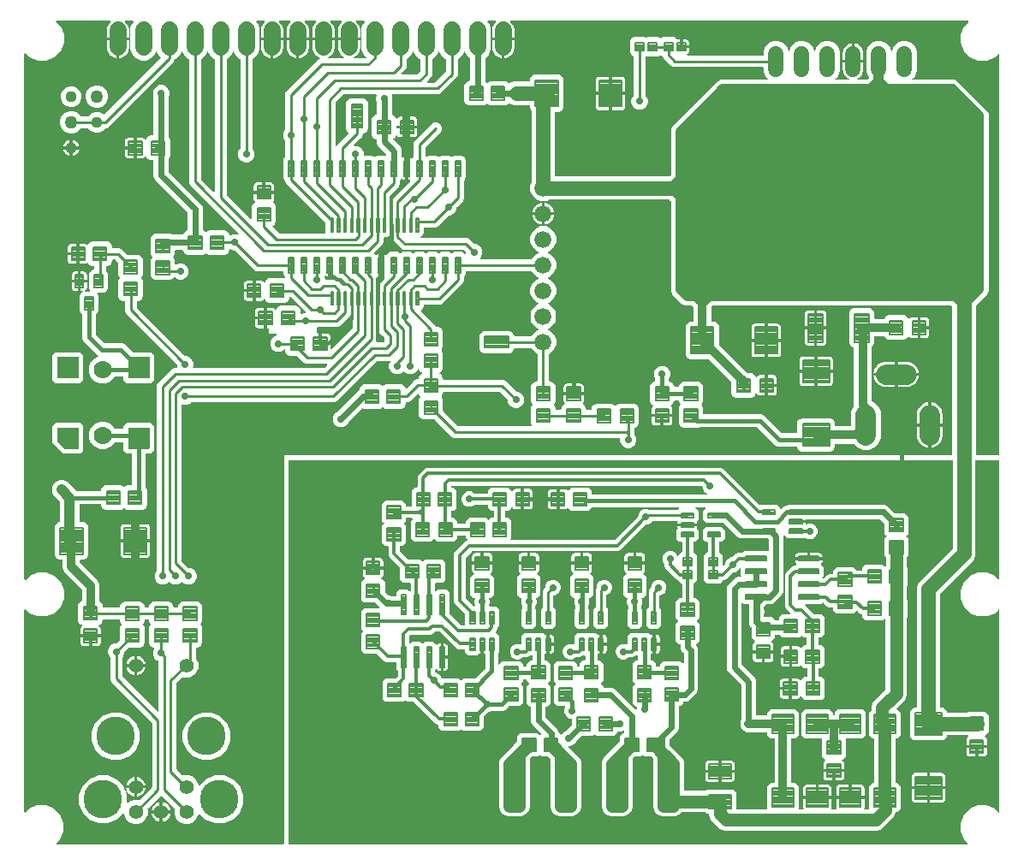
<source format=gbr>
G04 EAGLE Gerber RS-274X export*
G75*
%MOMM*%
%FSLAX34Y34*%
%LPD*%
%INTop Copper*%
%IPPOS*%
%AMOC8*
5,1,8,0,0,1.08239X$1,22.5*%
G01*
%ADD10C,0.201500*%
%ADD11C,1.676400*%
%ADD12C,0.209803*%
%ADD13C,1.117600*%
%ADD14C,0.203200*%
%ADD15C,1.422400*%
%ADD16C,3.816000*%
%ADD17C,0.232000*%
%ADD18C,0.208000*%
%ADD19C,0.192000*%
%ADD20C,2.000000*%
%ADD21C,0.200000*%
%ADD22C,1.524000*%
%ADD23C,1.676400*%
%ADD24C,2.000000*%
%ADD25C,0.204000*%
%ADD26C,0.254000*%
%ADD27C,1.778000*%
%ADD28C,0.406400*%
%ADD29C,0.706400*%
%ADD30C,0.609600*%
%ADD31C,0.355600*%
%ADD32C,0.304800*%
%ADD33C,1.270000*%
%ADD34C,0.812800*%
%ADD35C,1.422400*%
%ADD36C,2.540000*%
%ADD37C,1.016000*%
%ADD38C,3.810000*%
%ADD39C,1.270000*%

G36*
X939523Y7632D02*
X939523Y7632D01*
X939595Y7634D01*
X939644Y7652D01*
X939695Y7660D01*
X939759Y7694D01*
X939826Y7719D01*
X939867Y7751D01*
X939913Y7776D01*
X939962Y7828D01*
X940018Y7872D01*
X940046Y7916D01*
X940082Y7954D01*
X940112Y8019D01*
X940151Y8079D01*
X940164Y8130D01*
X940186Y8177D01*
X940194Y8248D01*
X940211Y8318D01*
X940207Y8370D01*
X940213Y8421D01*
X940198Y8492D01*
X940192Y8563D01*
X940172Y8611D01*
X940161Y8662D01*
X940124Y8723D01*
X940096Y8789D01*
X940051Y8845D01*
X940034Y8873D01*
X940017Y8888D01*
X939991Y8920D01*
X936552Y12359D01*
X933261Y20306D01*
X933261Y28907D01*
X936552Y36853D01*
X942634Y42935D01*
X950581Y46227D01*
X959182Y46227D01*
X967128Y42935D01*
X970567Y39497D01*
X970625Y39455D01*
X970677Y39405D01*
X970725Y39383D01*
X970767Y39353D01*
X970835Y39332D01*
X970901Y39302D01*
X970952Y39296D01*
X971002Y39281D01*
X971074Y39283D01*
X971145Y39275D01*
X971196Y39286D01*
X971248Y39287D01*
X971315Y39312D01*
X971385Y39327D01*
X971430Y39354D01*
X971479Y39372D01*
X971535Y39416D01*
X971596Y39453D01*
X971630Y39493D01*
X971671Y39525D01*
X971710Y39586D01*
X971756Y39640D01*
X971776Y39688D01*
X971804Y39732D01*
X971821Y39802D01*
X971848Y39868D01*
X971856Y39940D01*
X971864Y39971D01*
X971862Y39994D01*
X971867Y40035D01*
X971867Y239303D01*
X971855Y239373D01*
X971853Y239445D01*
X971835Y239494D01*
X971827Y239545D01*
X971793Y239609D01*
X971769Y239676D01*
X971736Y239717D01*
X971712Y239763D01*
X971660Y239812D01*
X971615Y239868D01*
X971571Y239896D01*
X971534Y239932D01*
X971469Y239962D01*
X971408Y240001D01*
X971358Y240014D01*
X971311Y240036D01*
X971239Y240044D01*
X971170Y240061D01*
X971118Y240057D01*
X971066Y240063D01*
X970996Y240048D01*
X970925Y240042D01*
X970877Y240022D01*
X970826Y240011D01*
X970764Y239974D01*
X970698Y239946D01*
X970642Y239901D01*
X970615Y239884D01*
X970599Y239867D01*
X970567Y239841D01*
X967260Y236533D01*
X959313Y233242D01*
X950712Y233242D01*
X942765Y236533D01*
X936683Y242615D01*
X933392Y250562D01*
X933392Y259163D01*
X936683Y267110D01*
X942765Y273192D01*
X950712Y276483D01*
X959313Y276483D01*
X967260Y273192D01*
X970567Y269884D01*
X970625Y269842D01*
X970677Y269793D01*
X970725Y269771D01*
X970767Y269741D01*
X970835Y269719D01*
X970901Y269689D01*
X970952Y269684D01*
X971002Y269668D01*
X971074Y269670D01*
X971145Y269662D01*
X971196Y269673D01*
X971248Y269675D01*
X971315Y269699D01*
X971385Y269714D01*
X971430Y269741D01*
X971479Y269759D01*
X971535Y269804D01*
X971596Y269841D01*
X971630Y269880D01*
X971671Y269913D01*
X971710Y269973D01*
X971756Y270028D01*
X971776Y270076D01*
X971804Y270120D01*
X971821Y270189D01*
X971848Y270256D01*
X971856Y270327D01*
X971864Y270358D01*
X971862Y270381D01*
X971867Y270422D01*
X971867Y387350D01*
X971864Y387370D01*
X971866Y387389D01*
X971844Y387491D01*
X971827Y387593D01*
X971818Y387610D01*
X971813Y387630D01*
X971760Y387719D01*
X971712Y387810D01*
X971698Y387824D01*
X971687Y387841D01*
X971609Y387908D01*
X971534Y387979D01*
X971516Y387988D01*
X971500Y388001D01*
X971404Y388040D01*
X971311Y388083D01*
X971291Y388085D01*
X971272Y388093D01*
X971106Y388111D01*
X948563Y388111D01*
X948543Y388108D01*
X948524Y388110D01*
X948422Y388088D01*
X948320Y388071D01*
X948303Y388062D01*
X948283Y388058D01*
X948194Y388005D01*
X948103Y387956D01*
X948089Y387942D01*
X948072Y387932D01*
X948005Y387853D01*
X947933Y387778D01*
X947925Y387760D01*
X947912Y387745D01*
X947873Y387649D01*
X947830Y387555D01*
X947828Y387535D01*
X947820Y387517D01*
X947802Y387350D01*
X947802Y293052D01*
X946100Y288944D01*
X913100Y255943D01*
X913047Y255869D01*
X912987Y255800D01*
X912975Y255770D01*
X912956Y255744D01*
X912929Y255657D01*
X912895Y255572D01*
X912891Y255531D01*
X912884Y255509D01*
X912885Y255476D01*
X912877Y255405D01*
X912877Y143576D01*
X912880Y143556D01*
X912878Y143537D01*
X912900Y143435D01*
X912916Y143333D01*
X912926Y143316D01*
X912930Y143296D01*
X912983Y143207D01*
X913032Y143116D01*
X913046Y143102D01*
X913056Y143085D01*
X913135Y143018D01*
X913210Y142946D01*
X913228Y142938D01*
X913243Y142925D01*
X913339Y142886D01*
X913433Y142843D01*
X913453Y142841D01*
X913471Y142833D01*
X913638Y142815D01*
X916821Y142815D01*
X919765Y139871D01*
X919765Y139095D01*
X919768Y139076D01*
X919766Y139056D01*
X919788Y138955D01*
X919804Y138853D01*
X919814Y138835D01*
X919818Y138816D01*
X919871Y138727D01*
X919920Y138635D01*
X919934Y138622D01*
X919944Y138605D01*
X920023Y138537D01*
X920098Y138466D01*
X920116Y138458D01*
X920131Y138445D01*
X920227Y138406D01*
X920321Y138362D01*
X920341Y138360D01*
X920359Y138353D01*
X920526Y138334D01*
X939939Y138334D01*
X940030Y138349D01*
X940120Y138356D01*
X940150Y138369D01*
X940182Y138374D01*
X940263Y138417D01*
X940347Y138452D01*
X940379Y138478D01*
X940400Y138489D01*
X940422Y138512D01*
X940478Y138557D01*
X940636Y138715D01*
X958014Y138715D01*
X961010Y135720D01*
X961010Y118595D01*
X958007Y115592D01*
X957961Y115594D01*
X957888Y115572D01*
X957813Y115560D01*
X957771Y115538D01*
X957725Y115524D01*
X957663Y115480D01*
X957596Y115445D01*
X957563Y115410D01*
X957524Y115383D01*
X957479Y115322D01*
X957426Y115267D01*
X957406Y115223D01*
X957378Y115184D01*
X957355Y115112D01*
X957323Y115044D01*
X957318Y114996D01*
X957303Y114950D01*
X957304Y114874D01*
X957296Y114799D01*
X957306Y114752D01*
X957307Y114704D01*
X957332Y114633D01*
X957348Y114559D01*
X957373Y114517D01*
X957389Y114472D01*
X957435Y114413D01*
X957474Y114348D01*
X957511Y114316D01*
X957540Y114279D01*
X957644Y114202D01*
X957661Y114188D01*
X957667Y114185D01*
X957675Y114179D01*
X958100Y113934D01*
X958769Y113266D01*
X959241Y112447D01*
X959486Y111534D01*
X959486Y106141D01*
X950087Y106141D01*
X950067Y106137D01*
X950048Y106140D01*
X949946Y106118D01*
X949844Y106101D01*
X949827Y106092D01*
X949807Y106087D01*
X949718Y106034D01*
X949627Y105986D01*
X949613Y105971D01*
X949596Y105961D01*
X949529Y105882D01*
X949458Y105807D01*
X949449Y105789D01*
X949436Y105774D01*
X949397Y105678D01*
X949354Y105584D01*
X949352Y105565D01*
X949344Y105546D01*
X949326Y105379D01*
X949326Y104617D01*
X949324Y104617D01*
X949324Y105379D01*
X949321Y105399D01*
X949323Y105419D01*
X949301Y105520D01*
X949284Y105622D01*
X949275Y105640D01*
X949271Y105659D01*
X949218Y105748D01*
X949169Y105840D01*
X949155Y105853D01*
X949145Y105870D01*
X949066Y105938D01*
X948991Y106009D01*
X948973Y106017D01*
X948958Y106030D01*
X948862Y106069D01*
X948768Y106113D01*
X948748Y106115D01*
X948730Y106122D01*
X948563Y106141D01*
X939164Y106141D01*
X939164Y111534D01*
X939409Y112447D01*
X939881Y113266D01*
X940550Y113934D01*
X940975Y114179D01*
X941012Y114210D01*
X941054Y114232D01*
X941106Y114287D01*
X941165Y114335D01*
X941191Y114376D01*
X941224Y114410D01*
X941255Y114479D01*
X941296Y114543D01*
X941307Y114590D01*
X941327Y114634D01*
X941336Y114709D01*
X941353Y114782D01*
X941349Y114830D01*
X941354Y114878D01*
X941338Y114952D01*
X941331Y115027D01*
X941312Y115071D01*
X941302Y115118D01*
X941263Y115183D01*
X941233Y115253D01*
X941200Y115288D01*
X941176Y115329D01*
X941118Y115379D01*
X941067Y115435D01*
X941025Y115458D01*
X940989Y115489D01*
X940919Y115518D01*
X940852Y115555D01*
X940805Y115563D01*
X940761Y115581D01*
X940641Y115595D01*
X940478Y115758D01*
X940404Y115811D01*
X940334Y115870D01*
X940304Y115883D01*
X940278Y115901D01*
X940191Y115928D01*
X940106Y115962D01*
X940065Y115967D01*
X940043Y115974D01*
X940011Y115973D01*
X939939Y115981D01*
X920526Y115981D01*
X920506Y115978D01*
X920487Y115980D01*
X920385Y115958D01*
X920283Y115941D01*
X920266Y115932D01*
X920246Y115927D01*
X920157Y115874D01*
X920066Y115826D01*
X920052Y115812D01*
X920035Y115801D01*
X919968Y115723D01*
X919896Y115648D01*
X919888Y115630D01*
X919875Y115614D01*
X919836Y115518D01*
X919793Y115425D01*
X919791Y115405D01*
X919783Y115386D01*
X919765Y115220D01*
X919765Y113629D01*
X916821Y110685D01*
X886579Y110685D01*
X883635Y113629D01*
X883635Y139871D01*
X886579Y142815D01*
X889762Y142815D01*
X889782Y142818D01*
X889801Y142816D01*
X889903Y142838D01*
X890005Y142854D01*
X890022Y142864D01*
X890042Y142868D01*
X890131Y142921D01*
X890222Y142970D01*
X890236Y142984D01*
X890253Y142994D01*
X890320Y143073D01*
X890392Y143148D01*
X890400Y143166D01*
X890413Y143181D01*
X890452Y143277D01*
X890495Y143371D01*
X890497Y143391D01*
X890505Y143409D01*
X890523Y143576D01*
X890523Y262573D01*
X892225Y266681D01*
X925225Y299682D01*
X925278Y299756D01*
X925338Y299825D01*
X925350Y299855D01*
X925369Y299881D01*
X925396Y299968D01*
X925430Y300053D01*
X925434Y300094D01*
X925441Y300116D01*
X925440Y300149D01*
X925448Y300220D01*
X925448Y387350D01*
X925445Y387370D01*
X925447Y387389D01*
X925425Y387491D01*
X925409Y387593D01*
X925399Y387610D01*
X925395Y387630D01*
X925342Y387719D01*
X925293Y387810D01*
X925279Y387824D01*
X925269Y387841D01*
X925190Y387908D01*
X925115Y387979D01*
X925097Y387988D01*
X925082Y388001D01*
X924986Y388040D01*
X924892Y388083D01*
X924872Y388085D01*
X924854Y388093D01*
X924687Y388111D01*
X269875Y388111D01*
X269855Y388108D01*
X269836Y388110D01*
X269734Y388088D01*
X269632Y388072D01*
X269615Y388062D01*
X269595Y388058D01*
X269506Y388005D01*
X269415Y387956D01*
X269401Y387942D01*
X269384Y387932D01*
X269317Y387853D01*
X269246Y387778D01*
X269237Y387760D01*
X269224Y387745D01*
X269185Y387649D01*
X269142Y387555D01*
X269140Y387535D01*
X269132Y387517D01*
X269114Y387350D01*
X269114Y8382D01*
X269117Y8362D01*
X269115Y8343D01*
X269137Y8241D01*
X269154Y8139D01*
X269163Y8122D01*
X269167Y8102D01*
X269220Y8013D01*
X269269Y7922D01*
X269283Y7908D01*
X269293Y7891D01*
X269372Y7824D01*
X269447Y7752D01*
X269465Y7744D01*
X269480Y7731D01*
X269576Y7692D01*
X269670Y7649D01*
X269690Y7647D01*
X269708Y7639D01*
X269875Y7621D01*
X939453Y7621D01*
X939523Y7632D01*
G37*
G36*
X263545Y7624D02*
X263545Y7624D01*
X263564Y7622D01*
X263666Y7644D01*
X263768Y7660D01*
X263785Y7670D01*
X263805Y7674D01*
X263894Y7727D01*
X263985Y7776D01*
X263999Y7790D01*
X264016Y7800D01*
X264083Y7879D01*
X264154Y7954D01*
X264163Y7972D01*
X264176Y7987D01*
X264215Y8083D01*
X264258Y8177D01*
X264260Y8197D01*
X264268Y8215D01*
X264286Y8382D01*
X264286Y392939D01*
X924179Y392939D01*
X924199Y392942D01*
X924218Y392940D01*
X924320Y392962D01*
X924422Y392979D01*
X924439Y392988D01*
X924459Y392992D01*
X924548Y393045D01*
X924639Y393094D01*
X924653Y393108D01*
X924670Y393118D01*
X924737Y393197D01*
X924809Y393272D01*
X924817Y393290D01*
X924830Y393305D01*
X924869Y393401D01*
X924912Y393495D01*
X924914Y393515D01*
X924922Y393533D01*
X924940Y393700D01*
X924940Y539877D01*
X924937Y539897D01*
X924939Y539916D01*
X924917Y540018D01*
X924901Y540120D01*
X924891Y540137D01*
X924887Y540157D01*
X924834Y540246D01*
X924785Y540337D01*
X924771Y540351D01*
X924761Y540368D01*
X924682Y540435D01*
X924607Y540507D01*
X924589Y540515D01*
X924574Y540528D01*
X924478Y540567D01*
X924384Y540610D01*
X924364Y540612D01*
X924346Y540620D01*
X924179Y540638D01*
X688105Y540638D01*
X688015Y540624D01*
X687924Y540616D01*
X687895Y540604D01*
X687863Y540599D01*
X687782Y540556D01*
X687698Y540520D01*
X687666Y540494D01*
X687645Y540483D01*
X687623Y540460D01*
X687567Y540415D01*
X686972Y539820D01*
X686919Y539747D01*
X686860Y539677D01*
X686847Y539647D01*
X686829Y539621D01*
X686802Y539534D01*
X686768Y539449D01*
X686763Y539408D01*
X686756Y539386D01*
X686757Y539353D01*
X686749Y539282D01*
X686749Y525746D01*
X686752Y525727D01*
X686750Y525707D01*
X686772Y525606D01*
X686789Y525504D01*
X686798Y525486D01*
X686803Y525467D01*
X686856Y525378D01*
X686904Y525286D01*
X686918Y525273D01*
X686929Y525256D01*
X687007Y525188D01*
X687082Y525117D01*
X687100Y525109D01*
X687116Y525096D01*
X687212Y525057D01*
X687305Y525013D01*
X687325Y525011D01*
X687344Y525004D01*
X687510Y524985D01*
X690253Y524985D01*
X692287Y524143D01*
X693843Y522587D01*
X694685Y520553D01*
X694685Y502369D01*
X694700Y502279D01*
X694707Y502188D01*
X694720Y502159D01*
X694725Y502127D01*
X694768Y502046D01*
X694803Y501962D01*
X694829Y501930D01*
X694840Y501909D01*
X694863Y501887D01*
X694908Y501831D01*
X722361Y474378D01*
X722435Y474325D01*
X722504Y474266D01*
X722535Y474253D01*
X722561Y474235D01*
X722648Y474208D01*
X722733Y474174D01*
X722774Y474169D01*
X722796Y474162D01*
X722828Y474163D01*
X722899Y474155D01*
X726542Y474155D01*
X728608Y473299D01*
X730190Y471718D01*
X730677Y470543D01*
X730688Y470524D01*
X730695Y470503D01*
X730753Y470420D01*
X730806Y470333D01*
X730823Y470319D01*
X730836Y470301D01*
X730917Y470242D01*
X730996Y470177D01*
X731016Y470169D01*
X731034Y470156D01*
X731131Y470125D01*
X731225Y470088D01*
X731247Y470088D01*
X731268Y470081D01*
X731370Y470082D01*
X731471Y470078D01*
X731492Y470084D01*
X731514Y470085D01*
X731610Y470118D01*
X731707Y470147D01*
X731726Y470159D01*
X731746Y470167D01*
X731826Y470229D01*
X731909Y470287D01*
X731923Y470305D01*
X731940Y470318D01*
X732039Y470453D01*
X732203Y470738D01*
X732872Y471406D01*
X733690Y471879D01*
X734603Y472123D01*
X739997Y472123D01*
X739997Y462725D01*
X740000Y462705D01*
X739998Y462685D01*
X740020Y462584D01*
X740037Y462482D01*
X740046Y462464D01*
X740050Y462445D01*
X740103Y462356D01*
X740152Y462264D01*
X740166Y462251D01*
X740176Y462234D01*
X740255Y462166D01*
X740330Y462095D01*
X740348Y462087D01*
X740363Y462074D01*
X740459Y462035D01*
X740553Y461991D01*
X740573Y461989D01*
X740591Y461982D01*
X740758Y461963D01*
X741521Y461963D01*
X741521Y461962D01*
X740758Y461962D01*
X740738Y461958D01*
X740719Y461961D01*
X740617Y461939D01*
X740515Y461922D01*
X740498Y461913D01*
X740478Y461908D01*
X740389Y461855D01*
X740298Y461807D01*
X740284Y461792D01*
X740267Y461782D01*
X740200Y461703D01*
X740129Y461628D01*
X740120Y461610D01*
X740107Y461595D01*
X740068Y461499D01*
X740025Y461405D01*
X740023Y461386D01*
X740015Y461367D01*
X739997Y461200D01*
X739997Y451802D01*
X734603Y451802D01*
X733690Y452046D01*
X732872Y452519D01*
X732203Y453187D01*
X732039Y453472D01*
X732025Y453489D01*
X732016Y453509D01*
X731948Y453583D01*
X731884Y453662D01*
X731865Y453674D01*
X731850Y453690D01*
X731761Y453739D01*
X731675Y453793D01*
X731654Y453798D01*
X731635Y453809D01*
X731535Y453827D01*
X731436Y453850D01*
X731414Y453848D01*
X731392Y453852D01*
X731292Y453838D01*
X731191Y453829D01*
X731171Y453820D01*
X731149Y453817D01*
X731059Y453771D01*
X730966Y453730D01*
X730949Y453715D01*
X730930Y453705D01*
X730859Y453633D01*
X730784Y453564D01*
X730773Y453545D01*
X730758Y453529D01*
X730677Y453382D01*
X730190Y452207D01*
X728608Y450626D01*
X726542Y449770D01*
X711418Y449770D01*
X709352Y450626D01*
X707770Y452207D01*
X706914Y454273D01*
X706914Y465081D01*
X706900Y465171D01*
X706892Y465262D01*
X706880Y465292D01*
X706875Y465324D01*
X706832Y465405D01*
X706796Y465489D01*
X706770Y465521D01*
X706759Y465541D01*
X706736Y465564D01*
X706691Y465619D01*
X684694Y487617D01*
X684620Y487670D01*
X684551Y487729D01*
X684520Y487742D01*
X684494Y487760D01*
X684407Y487787D01*
X684322Y487821D01*
X684281Y487826D01*
X684259Y487833D01*
X684227Y487832D01*
X684156Y487840D01*
X665972Y487840D01*
X663938Y488682D01*
X662382Y490238D01*
X661540Y492272D01*
X661540Y520553D01*
X662382Y522587D01*
X663938Y524143D01*
X665972Y524985D01*
X668715Y524985D01*
X668734Y524988D01*
X668754Y524986D01*
X668855Y525008D01*
X668957Y525025D01*
X668975Y525034D01*
X668994Y525039D01*
X669083Y525092D01*
X669175Y525140D01*
X669188Y525154D01*
X669205Y525165D01*
X669273Y525243D01*
X669344Y525318D01*
X669352Y525336D01*
X669365Y525352D01*
X669404Y525448D01*
X669448Y525541D01*
X669450Y525561D01*
X669457Y525580D01*
X669476Y525746D01*
X669476Y538782D01*
X669461Y538872D01*
X669454Y538963D01*
X669441Y538993D01*
X669436Y539025D01*
X669393Y539106D01*
X669358Y539190D01*
X669332Y539222D01*
X669321Y539242D01*
X669298Y539265D01*
X669253Y539320D01*
X668158Y540415D01*
X668084Y540468D01*
X668015Y540528D01*
X667984Y540540D01*
X667958Y540559D01*
X667871Y540586D01*
X667786Y540620D01*
X667745Y540624D01*
X667723Y540631D01*
X667691Y540630D01*
X667620Y540638D01*
X661857Y540638D01*
X658683Y541953D01*
X648316Y552320D01*
X647001Y555495D01*
X647001Y643958D01*
X646986Y644048D01*
X646979Y644139D01*
X646966Y644169D01*
X646961Y644201D01*
X646918Y644281D01*
X646883Y644365D01*
X646857Y644397D01*
X646846Y644418D01*
X646823Y644440D01*
X646778Y644496D01*
X645957Y645317D01*
X645883Y645370D01*
X645813Y645430D01*
X645783Y645442D01*
X645757Y645461D01*
X645670Y645488D01*
X645585Y645522D01*
X645544Y645526D01*
X645522Y645533D01*
X645490Y645532D01*
X645418Y645540D01*
X526494Y645540D01*
X526430Y645530D01*
X526364Y645529D01*
X526284Y645506D01*
X526252Y645501D01*
X526234Y645491D01*
X526203Y645482D01*
X523277Y644270D01*
X518123Y644270D01*
X513362Y646243D01*
X509718Y649887D01*
X507745Y654648D01*
X507745Y659802D01*
X508957Y662728D01*
X508972Y662792D01*
X508997Y662853D01*
X509006Y662935D01*
X509013Y662967D01*
X509012Y662987D01*
X509015Y663019D01*
X509015Y733777D01*
X509001Y733868D01*
X508993Y733958D01*
X508981Y733988D01*
X508976Y734020D01*
X508933Y734101D01*
X508897Y734185D01*
X508871Y734217D01*
X508860Y734238D01*
X508837Y734260D01*
X508792Y734316D01*
X508395Y734713D01*
X507552Y736747D01*
X507552Y738442D01*
X507550Y738453D01*
X507551Y738460D01*
X507550Y738467D01*
X507551Y738481D01*
X507529Y738582D01*
X507513Y738684D01*
X507503Y738702D01*
X507499Y738721D01*
X507446Y738810D01*
X507397Y738902D01*
X507383Y738915D01*
X507373Y738932D01*
X507294Y739000D01*
X507219Y739071D01*
X507201Y739079D01*
X507186Y739092D01*
X507090Y739131D01*
X506996Y739175D01*
X506976Y739177D01*
X506958Y739184D01*
X506791Y739203D01*
X491388Y739203D01*
X487393Y740858D01*
X487279Y740884D01*
X487166Y740913D01*
X487160Y740912D01*
X487154Y740914D01*
X487037Y740903D01*
X486921Y740894D01*
X486915Y740891D01*
X486909Y740891D01*
X486802Y740843D01*
X486695Y740797D01*
X486689Y740793D01*
X486684Y740791D01*
X486670Y740778D01*
X486564Y740693D01*
X485536Y739665D01*
X483470Y738809D01*
X468345Y738809D01*
X466279Y739665D01*
X465676Y740268D01*
X465660Y740280D01*
X465647Y740295D01*
X465560Y740351D01*
X465476Y740412D01*
X465457Y740418D01*
X465440Y740428D01*
X465340Y740454D01*
X465241Y740484D01*
X465221Y740484D01*
X465202Y740488D01*
X465099Y740480D01*
X464995Y740478D01*
X464976Y740471D01*
X464956Y740469D01*
X464862Y740429D01*
X464764Y740393D01*
X464748Y740381D01*
X464730Y740373D01*
X464599Y740268D01*
X463996Y739665D01*
X461930Y738809D01*
X446805Y738809D01*
X444739Y739665D01*
X443158Y741246D01*
X442302Y743313D01*
X442302Y758462D01*
X443158Y760529D01*
X444739Y762110D01*
X446805Y762966D01*
X447256Y762966D01*
X447275Y762969D01*
X447295Y762967D01*
X447396Y762989D01*
X447498Y763006D01*
X447516Y763015D01*
X447535Y763019D01*
X447624Y763072D01*
X447716Y763121D01*
X447729Y763135D01*
X447746Y763145D01*
X447814Y763224D01*
X447885Y763299D01*
X447893Y763317D01*
X447906Y763332D01*
X447945Y763429D01*
X447989Y763522D01*
X447991Y763542D01*
X447998Y763560D01*
X448017Y763727D01*
X448017Y785440D01*
X448002Y785530D01*
X447995Y785621D01*
X447982Y785651D01*
X447977Y785683D01*
X447934Y785764D01*
X447899Y785848D01*
X447873Y785880D01*
X447862Y785900D01*
X447839Y785922D01*
X447794Y785978D01*
X444630Y789142D01*
X443616Y791591D01*
X443578Y791652D01*
X443549Y791717D01*
X443514Y791756D01*
X443486Y791800D01*
X443431Y791846D01*
X443382Y791898D01*
X443337Y791923D01*
X443297Y791957D01*
X443230Y791982D01*
X443167Y792017D01*
X443116Y792026D01*
X443067Y792045D01*
X442996Y792048D01*
X442925Y792061D01*
X442873Y792053D01*
X442821Y792055D01*
X442752Y792035D01*
X442682Y792025D01*
X442635Y792001D01*
X442585Y791987D01*
X442526Y791946D01*
X442462Y791913D01*
X442426Y791876D01*
X442383Y791846D01*
X442340Y791789D01*
X442290Y791738D01*
X442255Y791675D01*
X442236Y791649D01*
X442229Y791627D01*
X442209Y791591D01*
X441195Y789142D01*
X437551Y785498D01*
X436525Y785073D01*
X436425Y785011D01*
X436326Y784952D01*
X436322Y784947D01*
X436316Y784944D01*
X436241Y784853D01*
X436166Y784765D01*
X436163Y784759D01*
X436159Y784754D01*
X436118Y784646D01*
X436074Y784537D01*
X436073Y784529D01*
X436071Y784524D01*
X436070Y784506D01*
X436055Y784370D01*
X436055Y768775D01*
X435166Y766628D01*
X419235Y750697D01*
X417087Y749807D01*
X371924Y749807D01*
X371879Y749800D01*
X371833Y749802D01*
X371758Y749780D01*
X371681Y749768D01*
X371641Y749746D01*
X371597Y749733D01*
X371533Y749689D01*
X371464Y749652D01*
X371432Y749619D01*
X371395Y749593D01*
X371348Y749531D01*
X371295Y749474D01*
X371275Y749432D01*
X371248Y749396D01*
X371224Y749322D01*
X371191Y749251D01*
X371186Y749205D01*
X371172Y749162D01*
X371172Y749084D01*
X371164Y749007D01*
X371174Y748962D01*
X371174Y748916D01*
X371212Y748784D01*
X371216Y748766D01*
X371219Y748762D01*
X371221Y748755D01*
X371642Y747737D01*
X371642Y744513D01*
X371216Y743484D01*
X371201Y743420D01*
X371177Y743360D01*
X371168Y743277D01*
X371160Y743245D01*
X371162Y743225D01*
X371158Y743193D01*
X371158Y730162D01*
X371177Y730047D01*
X371194Y729931D01*
X371197Y729925D01*
X371198Y729919D01*
X371252Y729817D01*
X371306Y729712D01*
X371310Y729707D01*
X371313Y729702D01*
X371397Y729622D01*
X371481Y729539D01*
X371488Y729536D01*
X371491Y729532D01*
X371508Y729525D01*
X371628Y729459D01*
X373008Y728887D01*
X374590Y727305D01*
X375077Y726130D01*
X375088Y726111D01*
X375095Y726090D01*
X375153Y726007D01*
X375206Y725921D01*
X375223Y725907D01*
X375236Y725889D01*
X375318Y725829D01*
X375396Y725764D01*
X375416Y725756D01*
X375434Y725743D01*
X375531Y725712D01*
X375625Y725676D01*
X375647Y725675D01*
X375668Y725668D01*
X375770Y725670D01*
X375871Y725666D01*
X375892Y725672D01*
X375914Y725672D01*
X376010Y725706D01*
X376107Y725734D01*
X376125Y725747D01*
X376146Y725754D01*
X376226Y725817D01*
X376309Y725874D01*
X376323Y725892D01*
X376340Y725906D01*
X376439Y726041D01*
X376604Y726325D01*
X377272Y726994D01*
X378090Y727466D01*
X379003Y727711D01*
X384397Y727711D01*
X384397Y719073D01*
X376207Y719073D01*
X376187Y719070D01*
X376168Y719072D01*
X376066Y719050D01*
X375964Y719033D01*
X375947Y719024D01*
X375927Y719020D01*
X375838Y718967D01*
X375747Y718918D01*
X375733Y718904D01*
X375716Y718894D01*
X375649Y718815D01*
X375577Y718740D01*
X375569Y718722D01*
X375556Y718707D01*
X375517Y718611D01*
X375474Y718517D01*
X375472Y718497D01*
X375464Y718479D01*
X375446Y718312D01*
X375446Y716788D01*
X375449Y716768D01*
X375447Y716749D01*
X375469Y716647D01*
X375485Y716545D01*
X375495Y716528D01*
X375499Y716508D01*
X375552Y716419D01*
X375601Y716328D01*
X375615Y716314D01*
X375625Y716297D01*
X375704Y716230D01*
X375779Y716159D01*
X375797Y716150D01*
X375812Y716137D01*
X375908Y716098D01*
X376002Y716055D01*
X376022Y716053D01*
X376040Y716045D01*
X376207Y716027D01*
X384397Y716027D01*
X384397Y707389D01*
X379003Y707389D01*
X378090Y707634D01*
X377272Y708106D01*
X376604Y708775D01*
X376439Y709059D01*
X376425Y709076D01*
X376416Y709096D01*
X376348Y709171D01*
X376284Y709250D01*
X376265Y709261D01*
X376250Y709277D01*
X376161Y709327D01*
X376075Y709380D01*
X376054Y709385D01*
X376035Y709396D01*
X375934Y709414D01*
X375836Y709438D01*
X375814Y709436D01*
X375792Y709440D01*
X375692Y709425D01*
X375591Y709416D01*
X375571Y709407D01*
X375549Y709404D01*
X375459Y709358D01*
X375366Y709317D01*
X375350Y709302D01*
X375330Y709292D01*
X375259Y709220D01*
X375184Y709152D01*
X375173Y709133D01*
X375158Y709117D01*
X375077Y708970D01*
X374590Y707795D01*
X373008Y706213D01*
X372898Y706168D01*
X372859Y706143D01*
X372816Y706128D01*
X372755Y706079D01*
X372689Y706038D01*
X372660Y706003D01*
X372624Y705974D01*
X372582Y705908D01*
X372533Y705848D01*
X372516Y705806D01*
X372491Y705767D01*
X372472Y705691D01*
X372444Y705619D01*
X372442Y705573D01*
X372431Y705528D01*
X372437Y705451D01*
X372434Y705373D01*
X372447Y705329D01*
X372450Y705283D01*
X372481Y705212D01*
X372502Y705137D01*
X372529Y705099D01*
X372547Y705057D01*
X372632Y704950D01*
X372643Y704935D01*
X372647Y704932D01*
X372651Y704926D01*
X379523Y698054D01*
X380683Y695253D01*
X380683Y687720D01*
X380699Y687626D01*
X380707Y687531D01*
X380718Y687505D01*
X380723Y687478D01*
X380768Y687393D01*
X380806Y687306D01*
X380825Y687285D01*
X380838Y687260D01*
X380907Y687195D01*
X380971Y687124D01*
X380996Y687110D01*
X381016Y687091D01*
X381103Y687051D01*
X381186Y687004D01*
X381214Y686999D01*
X381239Y686987D01*
X381334Y686977D01*
X381428Y686959D01*
X381456Y686963D01*
X381484Y686960D01*
X381577Y686980D01*
X381672Y686994D01*
X381704Y687008D01*
X381724Y687012D01*
X381753Y687029D01*
X381825Y687061D01*
X382150Y687249D01*
X383053Y687491D01*
X384239Y687491D01*
X384239Y677212D01*
X384243Y677192D01*
X384240Y677173D01*
X384262Y677071D01*
X384279Y676969D01*
X384288Y676952D01*
X384293Y676932D01*
X384346Y676843D01*
X384394Y676752D01*
X384409Y676738D01*
X384419Y676721D01*
X384497Y676654D01*
X384572Y676583D01*
X384591Y676574D01*
X384606Y676561D01*
X384702Y676522D01*
X384796Y676479D01*
X384815Y676477D01*
X384834Y676469D01*
X385001Y676451D01*
X386524Y676451D01*
X386544Y676454D01*
X386564Y676452D01*
X386665Y676474D01*
X386767Y676491D01*
X386785Y676500D01*
X386804Y676504D01*
X386893Y676557D01*
X386985Y676606D01*
X386998Y676620D01*
X387015Y676630D01*
X387083Y676709D01*
X387154Y676784D01*
X387162Y676802D01*
X387175Y676817D01*
X387214Y676913D01*
X387258Y677007D01*
X387260Y677027D01*
X387267Y677045D01*
X387286Y677212D01*
X387286Y687491D01*
X388472Y687491D01*
X389375Y687249D01*
X390184Y686782D01*
X390207Y686758D01*
X390244Y686732D01*
X390275Y686698D01*
X390344Y686660D01*
X390407Y686615D01*
X390451Y686601D01*
X390491Y686579D01*
X390568Y686565D01*
X390642Y686542D01*
X390688Y686544D01*
X390733Y686535D01*
X390810Y686547D01*
X390888Y686549D01*
X390931Y686565D01*
X390976Y686571D01*
X391046Y686607D01*
X391119Y686633D01*
X391154Y686662D01*
X391196Y686683D01*
X391250Y686738D01*
X391311Y686787D01*
X391336Y686825D01*
X391368Y686858D01*
X391434Y686978D01*
X391444Y686994D01*
X391445Y686999D01*
X391449Y687005D01*
X391489Y687103D01*
X392397Y688011D01*
X392450Y688085D01*
X392509Y688154D01*
X392522Y688185D01*
X392540Y688211D01*
X392567Y688298D01*
X392601Y688383D01*
X392606Y688423D01*
X392613Y688446D01*
X392612Y688478D01*
X392620Y688549D01*
X392620Y701250D01*
X393509Y703397D01*
X411028Y720916D01*
X413175Y721805D01*
X415500Y721805D01*
X417647Y720916D01*
X419291Y719272D01*
X420180Y717125D01*
X420180Y714800D01*
X419291Y712653D01*
X404528Y697890D01*
X404475Y697816D01*
X404416Y697747D01*
X404403Y697717D01*
X404385Y697691D01*
X404358Y697604D01*
X404324Y697519D01*
X404319Y697478D01*
X404312Y697456D01*
X404313Y697423D01*
X404305Y697352D01*
X404305Y689057D01*
X404317Y688986D01*
X404319Y688915D01*
X404337Y688866D01*
X404345Y688814D01*
X404378Y688751D01*
X404403Y688684D01*
X404436Y688643D01*
X404460Y688597D01*
X404512Y688548D01*
X404557Y688492D01*
X404601Y688464D01*
X404638Y688428D01*
X404704Y688397D01*
X404764Y688359D01*
X404814Y688346D01*
X404861Y688324D01*
X404933Y688316D01*
X405002Y688299D01*
X405054Y688303D01*
X405106Y688297D01*
X405176Y688312D01*
X405248Y688318D01*
X405295Y688338D01*
X405346Y688349D01*
X405408Y688386D01*
X405474Y688414D01*
X405530Y688459D01*
X405557Y688475D01*
X405573Y688493D01*
X405605Y688519D01*
X405759Y688673D01*
X407810Y689523D01*
X414515Y689523D01*
X416566Y688673D01*
X416974Y688265D01*
X416990Y688253D01*
X417003Y688238D01*
X417090Y688182D01*
X417174Y688121D01*
X417193Y688116D01*
X417210Y688105D01*
X417310Y688079D01*
X417409Y688049D01*
X417429Y688050D01*
X417448Y688045D01*
X417551Y688053D01*
X417655Y688055D01*
X417674Y688062D01*
X417693Y688064D01*
X417788Y688104D01*
X417886Y688140D01*
X417902Y688152D01*
X417920Y688160D01*
X418051Y688265D01*
X418459Y688673D01*
X420510Y689523D01*
X427215Y689523D01*
X429266Y688673D01*
X429674Y688265D01*
X429690Y688253D01*
X429703Y688238D01*
X429790Y688182D01*
X429874Y688121D01*
X429893Y688116D01*
X429910Y688105D01*
X430010Y688079D01*
X430109Y688049D01*
X430129Y688050D01*
X430148Y688045D01*
X430251Y688053D01*
X430355Y688055D01*
X430374Y688062D01*
X430393Y688064D01*
X430488Y688104D01*
X430586Y688140D01*
X430602Y688152D01*
X430620Y688160D01*
X430751Y688265D01*
X431159Y688673D01*
X433210Y689523D01*
X439915Y689523D01*
X441966Y688673D01*
X443536Y687103D01*
X444385Y685052D01*
X444385Y667848D01*
X443536Y665797D01*
X442628Y664889D01*
X442575Y664815D01*
X442516Y664746D01*
X442503Y664715D01*
X442485Y664689D01*
X442458Y664602D01*
X442424Y664517D01*
X442419Y664477D01*
X442412Y664454D01*
X442413Y664422D01*
X442405Y664351D01*
X442405Y646538D01*
X441516Y644390D01*
X439765Y642640D01*
X435365Y638240D01*
X435312Y638166D01*
X435253Y638096D01*
X435240Y638066D01*
X435222Y638040D01*
X435195Y637953D01*
X435161Y637868D01*
X435156Y637827D01*
X435149Y637805D01*
X435150Y637773D01*
X435142Y637702D01*
X435142Y636563D01*
X433908Y633584D01*
X431628Y631304D01*
X428650Y630070D01*
X427511Y630070D01*
X427421Y630056D01*
X427330Y630048D01*
X427300Y630036D01*
X427268Y630031D01*
X427188Y629988D01*
X427104Y629952D01*
X427072Y629926D01*
X427051Y629915D01*
X427029Y629892D01*
X426973Y629847D01*
X416060Y618934D01*
X413912Y618045D01*
X403596Y618045D01*
X403577Y618042D01*
X403557Y618044D01*
X403456Y618022D01*
X403354Y618005D01*
X403336Y617996D01*
X403317Y617991D01*
X403228Y617938D01*
X403136Y617890D01*
X403123Y617876D01*
X403106Y617865D01*
X403038Y617787D01*
X402967Y617712D01*
X402959Y617694D01*
X402946Y617678D01*
X402907Y617582D01*
X402863Y617489D01*
X402861Y617469D01*
X402854Y617450D01*
X402835Y617284D01*
X402835Y612842D01*
X401987Y610793D01*
X400419Y609226D01*
X399801Y608970D01*
X399719Y608918D01*
X399633Y608873D01*
X399615Y608854D01*
X399592Y608840D01*
X399530Y608765D01*
X399463Y608695D01*
X399452Y608671D01*
X399436Y608651D01*
X399401Y608560D01*
X399360Y608471D01*
X399357Y608445D01*
X399347Y608421D01*
X399343Y608324D01*
X399333Y608227D01*
X399338Y608202D01*
X399337Y608175D01*
X399364Y608082D01*
X399385Y607987D01*
X399398Y607964D01*
X399406Y607939D01*
X399461Y607859D01*
X399511Y607776D01*
X399531Y607759D01*
X399546Y607737D01*
X399624Y607679D01*
X399698Y607616D01*
X399722Y607606D01*
X399743Y607590D01*
X399836Y607560D01*
X399926Y607524D01*
X399959Y607520D01*
X399977Y607514D01*
X400010Y607514D01*
X400093Y607505D01*
X445662Y607505D01*
X447810Y606616D01*
X449560Y604865D01*
X452373Y602053D01*
X452447Y602000D01*
X452516Y601940D01*
X452546Y601928D01*
X452572Y601909D01*
X452659Y601882D01*
X452744Y601848D01*
X452785Y601844D01*
X452807Y601837D01*
X452840Y601838D01*
X452911Y601830D01*
X454050Y601830D01*
X457028Y600596D01*
X459308Y598316D01*
X460542Y595337D01*
X460542Y592113D01*
X459308Y589134D01*
X458342Y588167D01*
X458300Y588109D01*
X458250Y588057D01*
X458228Y588010D01*
X458198Y587968D01*
X458177Y587899D01*
X458147Y587834D01*
X458141Y587782D01*
X458126Y587732D01*
X458128Y587661D01*
X458120Y587590D01*
X458131Y587539D01*
X458132Y587487D01*
X458157Y587419D01*
X458172Y587349D01*
X458199Y587304D01*
X458216Y587256D01*
X458261Y587200D01*
X458298Y587138D01*
X458338Y587104D01*
X458370Y587064D01*
X458430Y587025D01*
X458485Y586978D01*
X458533Y586959D01*
X458577Y586931D01*
X458647Y586913D01*
X458713Y586886D01*
X458784Y586878D01*
X458816Y586870D01*
X458839Y586872D01*
X458880Y586868D01*
X508589Y586868D01*
X508704Y586887D01*
X508820Y586904D01*
X508826Y586906D01*
X508832Y586907D01*
X508935Y586962D01*
X509040Y587015D01*
X509044Y587020D01*
X509050Y587023D01*
X509129Y587107D01*
X509212Y587191D01*
X509215Y587197D01*
X509219Y587201D01*
X509227Y587218D01*
X509293Y587338D01*
X509718Y588363D01*
X513362Y592007D01*
X515810Y593022D01*
X515871Y593060D01*
X515937Y593089D01*
X515975Y593124D01*
X516019Y593151D01*
X516065Y593207D01*
X516118Y593255D01*
X516143Y593301D01*
X516176Y593341D01*
X516202Y593408D01*
X516236Y593471D01*
X516246Y593522D01*
X516264Y593570D01*
X516267Y593642D01*
X516280Y593713D01*
X516273Y593764D01*
X516275Y593816D01*
X516255Y593885D01*
X516244Y593956D01*
X516221Y594002D01*
X516206Y594052D01*
X516165Y594111D01*
X516133Y594175D01*
X516096Y594212D01*
X516066Y594254D01*
X516008Y594297D01*
X515957Y594347D01*
X515894Y594382D01*
X515869Y594401D01*
X515846Y594408D01*
X515810Y594428D01*
X513362Y595443D01*
X509718Y599087D01*
X507745Y603848D01*
X507745Y609002D01*
X509718Y613763D01*
X513362Y617407D01*
X518123Y619380D01*
X523277Y619380D01*
X528038Y617407D01*
X531682Y613763D01*
X533655Y609002D01*
X533655Y603848D01*
X531682Y599087D01*
X528038Y595443D01*
X525590Y594428D01*
X525529Y594390D01*
X525463Y594361D01*
X525425Y594326D01*
X525381Y594299D01*
X525335Y594243D01*
X525282Y594195D01*
X525257Y594149D01*
X525224Y594109D01*
X525198Y594042D01*
X525164Y593979D01*
X525154Y593928D01*
X525136Y593880D01*
X525133Y593808D01*
X525120Y593737D01*
X525127Y593686D01*
X525125Y593634D01*
X525145Y593565D01*
X525156Y593494D01*
X525179Y593448D01*
X525194Y593398D01*
X525235Y593339D01*
X525267Y593275D01*
X525304Y593238D01*
X525334Y593196D01*
X525392Y593153D01*
X525443Y593103D01*
X525506Y593068D01*
X525531Y593049D01*
X525554Y593042D01*
X525590Y593022D01*
X528038Y592007D01*
X531682Y588363D01*
X533655Y583602D01*
X533655Y578448D01*
X531682Y573687D01*
X528038Y570043D01*
X525590Y569028D01*
X525529Y568990D01*
X525463Y568961D01*
X525425Y568926D01*
X525381Y568899D01*
X525335Y568843D01*
X525282Y568795D01*
X525257Y568749D01*
X525224Y568709D01*
X525198Y568642D01*
X525164Y568579D01*
X525154Y568528D01*
X525136Y568480D01*
X525133Y568408D01*
X525120Y568337D01*
X525127Y568286D01*
X525125Y568234D01*
X525145Y568165D01*
X525156Y568094D01*
X525179Y568048D01*
X525194Y567998D01*
X525235Y567939D01*
X525267Y567875D01*
X525304Y567838D01*
X525334Y567796D01*
X525392Y567753D01*
X525443Y567703D01*
X525506Y567668D01*
X525531Y567649D01*
X525554Y567642D01*
X525590Y567622D01*
X528038Y566607D01*
X531682Y562963D01*
X533655Y558202D01*
X533655Y553048D01*
X531682Y548287D01*
X528038Y544643D01*
X525820Y543724D01*
X525737Y543672D01*
X525651Y543627D01*
X525633Y543608D01*
X525611Y543594D01*
X525548Y543519D01*
X525481Y543448D01*
X525470Y543425D01*
X525454Y543404D01*
X525419Y543314D01*
X525378Y543225D01*
X525375Y543199D01*
X525366Y543175D01*
X525361Y543078D01*
X525351Y542981D01*
X525356Y542955D01*
X525355Y542929D01*
X525382Y542836D01*
X525403Y542740D01*
X525416Y542718D01*
X525424Y542693D01*
X525479Y542613D01*
X525529Y542529D01*
X525549Y542512D01*
X525564Y542491D01*
X525642Y542433D01*
X525716Y542369D01*
X525740Y542360D01*
X525761Y542344D01*
X525854Y542314D01*
X525944Y542277D01*
X525977Y542274D01*
X525995Y542268D01*
X526028Y542268D01*
X526111Y542259D01*
X526309Y542259D01*
X532734Y535834D01*
X532734Y524616D01*
X526309Y518191D01*
X526111Y518191D01*
X526015Y518175D01*
X525918Y518166D01*
X525894Y518155D01*
X525868Y518151D01*
X525782Y518106D01*
X525693Y518066D01*
X525674Y518048D01*
X525651Y518036D01*
X525584Y517966D01*
X525512Y517900D01*
X525499Y517877D01*
X525481Y517858D01*
X525440Y517770D01*
X525393Y517684D01*
X525389Y517658D01*
X525378Y517635D01*
X525367Y517538D01*
X525350Y517442D01*
X525354Y517416D01*
X525351Y517390D01*
X525371Y517295D01*
X525386Y517199D01*
X525397Y517176D01*
X525403Y517150D01*
X525453Y517066D01*
X525497Y516980D01*
X525516Y516961D01*
X525529Y516939D01*
X525603Y516876D01*
X525673Y516807D01*
X525701Y516792D01*
X525716Y516779D01*
X525747Y516767D01*
X525820Y516726D01*
X528038Y515807D01*
X531682Y512163D01*
X533655Y507402D01*
X533655Y502248D01*
X531682Y497487D01*
X528038Y493843D01*
X527013Y493418D01*
X526913Y493356D01*
X526813Y493296D01*
X526809Y493291D01*
X526804Y493288D01*
X526729Y493198D01*
X526653Y493109D01*
X526651Y493103D01*
X526647Y493099D01*
X526605Y492990D01*
X526561Y492881D01*
X526560Y492874D01*
X526559Y492869D01*
X526558Y492851D01*
X526543Y492714D01*
X526543Y466509D01*
X526546Y466490D01*
X526544Y466470D01*
X526566Y466369D01*
X526582Y466267D01*
X526592Y466249D01*
X526596Y466230D01*
X526649Y466141D01*
X526698Y466049D01*
X526712Y466036D01*
X526722Y466019D01*
X526801Y465951D01*
X526876Y465880D01*
X526894Y465872D01*
X526909Y465859D01*
X527005Y465820D01*
X527099Y465776D01*
X527119Y465774D01*
X527137Y465767D01*
X527304Y465748D01*
X528275Y465748D01*
X530341Y464892D01*
X531923Y463311D01*
X532778Y461245D01*
X532778Y446120D01*
X531923Y444054D01*
X531319Y443451D01*
X531308Y443435D01*
X531292Y443422D01*
X531236Y443335D01*
X531176Y443251D01*
X531170Y443232D01*
X531159Y443215D01*
X531134Y443115D01*
X531103Y443016D01*
X531104Y442996D01*
X531099Y442977D01*
X531107Y442874D01*
X531110Y442770D01*
X531117Y442751D01*
X531118Y442731D01*
X531159Y442637D01*
X531194Y442539D01*
X531207Y442523D01*
X531214Y442505D01*
X531319Y442374D01*
X531923Y441771D01*
X532778Y439705D01*
X532778Y438746D01*
X532782Y438727D01*
X532779Y438707D01*
X532801Y438606D01*
X532818Y438504D01*
X532827Y438486D01*
X532832Y438467D01*
X532885Y438378D01*
X532933Y438286D01*
X532948Y438273D01*
X532958Y438256D01*
X533037Y438188D01*
X533112Y438117D01*
X533130Y438109D01*
X533145Y438096D01*
X533241Y438057D01*
X533335Y438013D01*
X533354Y438011D01*
X533373Y438004D01*
X533540Y437985D01*
X538023Y437985D01*
X538043Y437988D01*
X538062Y437986D01*
X538164Y438008D01*
X538266Y438025D01*
X538283Y438034D01*
X538303Y438039D01*
X538392Y438092D01*
X538483Y438140D01*
X538497Y438154D01*
X538514Y438165D01*
X538581Y438243D01*
X538652Y438318D01*
X538661Y438336D01*
X538674Y438352D01*
X538712Y438448D01*
X538756Y438541D01*
X538758Y438561D01*
X538766Y438580D01*
X538784Y438746D01*
X538784Y439705D01*
X539640Y441771D01*
X541221Y443352D01*
X541579Y443500D01*
X541618Y443525D01*
X541661Y443540D01*
X541722Y443589D01*
X541788Y443630D01*
X541817Y443665D01*
X541853Y443694D01*
X541895Y443760D01*
X541945Y443820D01*
X541961Y443862D01*
X541986Y443901D01*
X542005Y443976D01*
X542033Y444049D01*
X542035Y444095D01*
X542046Y444140D01*
X542040Y444217D01*
X542043Y444295D01*
X542030Y444339D01*
X542027Y444385D01*
X541996Y444456D01*
X541975Y444531D01*
X541948Y444569D01*
X541930Y444611D01*
X541845Y444718D01*
X541834Y444733D01*
X541830Y444736D01*
X541826Y444742D01*
X541533Y445034D01*
X541061Y445853D01*
X540816Y446766D01*
X540816Y452159D01*
X550100Y452159D01*
X550120Y452163D01*
X550140Y452160D01*
X550241Y452182D01*
X550343Y452199D01*
X550361Y452208D01*
X550380Y452213D01*
X550469Y452266D01*
X550561Y452314D01*
X550574Y452329D01*
X550591Y452339D01*
X550659Y452417D01*
X550730Y452492D01*
X550738Y452511D01*
X550751Y452526D01*
X550790Y452622D01*
X550834Y452716D01*
X550836Y452735D01*
X550843Y452754D01*
X550862Y452921D01*
X550862Y453683D01*
X550863Y453683D01*
X550863Y452921D01*
X550865Y452914D01*
X550864Y452913D01*
X550866Y452907D01*
X550867Y452901D01*
X550864Y452881D01*
X550886Y452780D01*
X550903Y452678D01*
X550912Y452660D01*
X550917Y452641D01*
X550970Y452552D01*
X551018Y452460D01*
X551033Y452447D01*
X551043Y452430D01*
X551122Y452362D01*
X551197Y452291D01*
X551215Y452283D01*
X551230Y452270D01*
X551326Y452231D01*
X551420Y452187D01*
X551439Y452185D01*
X551458Y452178D01*
X551625Y452159D01*
X560909Y452159D01*
X560909Y446766D01*
X560664Y445853D01*
X560192Y445034D01*
X559899Y444742D01*
X559873Y444705D01*
X559839Y444674D01*
X559801Y444605D01*
X559756Y444542D01*
X559742Y444498D01*
X559720Y444458D01*
X559706Y444381D01*
X559683Y444307D01*
X559685Y444261D01*
X559676Y444216D01*
X559688Y444139D01*
X559690Y444061D01*
X559706Y444018D01*
X559712Y443973D01*
X559748Y443903D01*
X559774Y443830D01*
X559803Y443794D01*
X559824Y443754D01*
X559879Y443699D01*
X559928Y443638D01*
X559967Y443613D01*
X559999Y443581D01*
X560119Y443515D01*
X560135Y443505D01*
X560140Y443504D01*
X560146Y443500D01*
X560504Y443352D01*
X562085Y441771D01*
X562941Y439705D01*
X562941Y438746D01*
X562944Y438727D01*
X562942Y438707D01*
X562964Y438606D01*
X562981Y438504D01*
X562990Y438486D01*
X562994Y438467D01*
X563047Y438378D01*
X563096Y438286D01*
X563110Y438273D01*
X563120Y438256D01*
X563199Y438188D01*
X563274Y438117D01*
X563292Y438109D01*
X563307Y438096D01*
X563404Y438057D01*
X563497Y438013D01*
X563517Y438011D01*
X563535Y438004D01*
X563702Y437985D01*
X568041Y437985D01*
X568060Y437988D01*
X568080Y437986D01*
X568181Y438008D01*
X568283Y438025D01*
X568301Y438034D01*
X568320Y438039D01*
X568409Y438092D01*
X568501Y438140D01*
X568514Y438154D01*
X568531Y438165D01*
X568599Y438243D01*
X568670Y438318D01*
X568678Y438336D01*
X568691Y438352D01*
X568730Y438448D01*
X568774Y438541D01*
X568776Y438561D01*
X568783Y438580D01*
X568802Y438746D01*
X568802Y439489D01*
X569658Y441555D01*
X571239Y443137D01*
X573305Y443993D01*
X588430Y443993D01*
X590496Y443137D01*
X591599Y442034D01*
X591615Y442022D01*
X591628Y442006D01*
X591715Y441950D01*
X591799Y441890D01*
X591818Y441884D01*
X591835Y441873D01*
X591935Y441848D01*
X592034Y441818D01*
X592054Y441818D01*
X592073Y441813D01*
X592176Y441821D01*
X592280Y441824D01*
X592299Y441831D01*
X592318Y441832D01*
X592413Y441873D01*
X592511Y441909D01*
X592527Y441921D01*
X592545Y441929D01*
X592676Y442034D01*
X593779Y443137D01*
X595845Y443993D01*
X610970Y443993D01*
X613036Y443137D01*
X614617Y441555D01*
X615473Y439489D01*
X615473Y424111D01*
X614617Y422045D01*
X613036Y420463D01*
X611150Y419682D01*
X611051Y419620D01*
X610951Y419560D01*
X610946Y419556D01*
X610941Y419552D01*
X610867Y419463D01*
X610791Y419374D01*
X610788Y419368D01*
X610784Y419363D01*
X610743Y419255D01*
X610699Y419145D01*
X610698Y419138D01*
X610696Y419133D01*
X610695Y419115D01*
X610680Y418979D01*
X610680Y413922D01*
X610695Y413832D01*
X610702Y413741D01*
X610715Y413711D01*
X610720Y413679D01*
X610763Y413598D01*
X610798Y413515D01*
X610824Y413482D01*
X610835Y413462D01*
X610858Y413440D01*
X610903Y413384D01*
X611708Y412578D01*
X612942Y409600D01*
X612942Y406375D01*
X611708Y403397D01*
X609428Y401117D01*
X606450Y399883D01*
X603225Y399883D01*
X600247Y401117D01*
X597967Y403397D01*
X596733Y406375D01*
X596733Y409321D01*
X596730Y409341D01*
X596732Y409360D01*
X596710Y409462D01*
X596693Y409564D01*
X596684Y409581D01*
X596679Y409601D01*
X596626Y409690D01*
X596578Y409781D01*
X596564Y409795D01*
X596553Y409812D01*
X596475Y409879D01*
X596400Y409951D01*
X596382Y409959D01*
X596366Y409972D01*
X596270Y410011D01*
X596177Y410054D01*
X596157Y410056D01*
X596138Y410064D01*
X595972Y410082D01*
X432568Y410082D01*
X430420Y410972D01*
X413601Y427791D01*
X413527Y427844D01*
X413457Y427904D01*
X413427Y427916D01*
X413401Y427935D01*
X413314Y427962D01*
X413229Y427996D01*
X413188Y428000D01*
X413166Y428007D01*
X413134Y428006D01*
X413063Y428014D01*
X402000Y428014D01*
X399934Y428870D01*
X398352Y430452D01*
X397497Y432518D01*
X397497Y447642D01*
X398352Y449708D01*
X398956Y450312D01*
X398967Y450328D01*
X398983Y450340D01*
X399039Y450427D01*
X399099Y450511D01*
X399105Y450530D01*
X399116Y450547D01*
X399141Y450648D01*
X399172Y450747D01*
X399171Y450766D01*
X399176Y450786D01*
X399168Y450889D01*
X399165Y450992D01*
X399158Y451011D01*
X399157Y451031D01*
X399116Y451126D01*
X399081Y451223D01*
X399068Y451239D01*
X399061Y451257D01*
X398956Y451388D01*
X398352Y451992D01*
X397855Y453191D01*
X397831Y453230D01*
X397815Y453274D01*
X397767Y453334D01*
X397726Y453401D01*
X397690Y453430D01*
X397662Y453466D01*
X397596Y453508D01*
X397536Y453557D01*
X397493Y453574D01*
X397455Y453599D01*
X397379Y453618D01*
X397307Y453646D01*
X397261Y453647D01*
X397216Y453659D01*
X397139Y453653D01*
X397061Y453656D01*
X397017Y453643D01*
X396971Y453640D01*
X396900Y453609D01*
X396825Y453587D01*
X396787Y453561D01*
X396745Y453543D01*
X396638Y453458D01*
X396623Y453447D01*
X396620Y453443D01*
X396614Y453438D01*
X389072Y445897D01*
X386925Y445007D01*
X385547Y445007D01*
X385527Y445004D01*
X385508Y445006D01*
X385406Y444984D01*
X385304Y444968D01*
X385287Y444958D01*
X385267Y444954D01*
X385178Y444901D01*
X385087Y444852D01*
X385073Y444838D01*
X385056Y444828D01*
X384989Y444749D01*
X384917Y444674D01*
X384909Y444656D01*
X384896Y444641D01*
X384857Y444545D01*
X384814Y444451D01*
X384812Y444431D01*
X384804Y444413D01*
X384786Y444246D01*
X384786Y443275D01*
X383930Y441209D01*
X382348Y439627D01*
X380282Y438772D01*
X365158Y438772D01*
X363092Y439627D01*
X362488Y440231D01*
X362472Y440242D01*
X362460Y440258D01*
X362373Y440314D01*
X362289Y440374D01*
X362270Y440380D01*
X362253Y440391D01*
X362152Y440416D01*
X362053Y440447D01*
X362034Y440446D01*
X362014Y440451D01*
X361911Y440443D01*
X361808Y440440D01*
X361789Y440433D01*
X361769Y440432D01*
X361674Y440391D01*
X361577Y440356D01*
X361561Y440343D01*
X361543Y440336D01*
X361412Y440231D01*
X360808Y439627D01*
X358742Y438772D01*
X343618Y438772D01*
X342660Y439168D01*
X342546Y439195D01*
X342433Y439223D01*
X342427Y439223D01*
X342421Y439224D01*
X342304Y439213D01*
X342188Y439204D01*
X342182Y439202D01*
X342176Y439201D01*
X342068Y439153D01*
X341962Y439108D01*
X341956Y439103D01*
X341951Y439101D01*
X341937Y439088D01*
X341831Y439003D01*
X328137Y425310D01*
X328099Y425257D01*
X328053Y425210D01*
X328013Y425137D01*
X327993Y425110D01*
X327988Y425091D01*
X327972Y425063D01*
X327546Y424034D01*
X325266Y421754D01*
X322287Y420520D01*
X319063Y420520D01*
X316084Y421754D01*
X313804Y424034D01*
X312570Y427013D01*
X312570Y430237D01*
X313804Y433216D01*
X316084Y435496D01*
X317113Y435922D01*
X317169Y435957D01*
X317229Y435982D01*
X317293Y436034D01*
X317322Y436052D01*
X317334Y436067D01*
X317360Y436087D01*
X336332Y455060D01*
X338583Y457311D01*
X338644Y457336D01*
X338743Y457397D01*
X338844Y457457D01*
X338848Y457462D01*
X338853Y457465D01*
X338928Y457555D01*
X339004Y457644D01*
X339006Y457650D01*
X339010Y457655D01*
X339052Y457763D01*
X339096Y457872D01*
X339097Y457880D01*
X339098Y457884D01*
X339099Y457903D01*
X339114Y458039D01*
X339114Y458425D01*
X339970Y460491D01*
X341552Y462073D01*
X343618Y462928D01*
X358742Y462928D01*
X360808Y462073D01*
X361412Y461469D01*
X361428Y461458D01*
X361440Y461442D01*
X361528Y461386D01*
X361611Y461326D01*
X361630Y461320D01*
X361647Y461309D01*
X361748Y461284D01*
X361847Y461253D01*
X361866Y461254D01*
X361886Y461249D01*
X361989Y461257D01*
X362092Y461260D01*
X362111Y461267D01*
X362131Y461268D01*
X362226Y461309D01*
X362323Y461344D01*
X362339Y461357D01*
X362357Y461364D01*
X362488Y461469D01*
X363092Y462073D01*
X365158Y462928D01*
X380282Y462928D01*
X382348Y462073D01*
X383930Y460491D01*
X384434Y459273D01*
X384459Y459234D01*
X384474Y459191D01*
X384523Y459130D01*
X384564Y459064D01*
X384599Y459035D01*
X384628Y458999D01*
X384693Y458957D01*
X384753Y458907D01*
X384796Y458891D01*
X384835Y458866D01*
X384910Y458847D01*
X384983Y458819D01*
X385029Y458817D01*
X385073Y458806D01*
X385151Y458812D01*
X385229Y458809D01*
X385273Y458822D01*
X385319Y458825D01*
X385390Y458856D01*
X385465Y458877D01*
X385503Y458903D01*
X385545Y458921D01*
X385652Y459007D01*
X385667Y459018D01*
X385670Y459022D01*
X385676Y459026D01*
X391815Y465165D01*
X393565Y466916D01*
X395713Y467805D01*
X396735Y467805D01*
X396755Y467808D01*
X396775Y467806D01*
X396876Y467828D01*
X396978Y467845D01*
X396996Y467854D01*
X397015Y467859D01*
X397104Y467912D01*
X397195Y467960D01*
X397209Y467974D01*
X397226Y467985D01*
X397294Y468063D01*
X397365Y468138D01*
X397373Y468156D01*
X397386Y468172D01*
X397425Y468268D01*
X397468Y468361D01*
X397471Y468381D01*
X397478Y468400D01*
X397497Y468566D01*
X397497Y469182D01*
X398352Y471248D01*
X399934Y472830D01*
X400744Y473165D01*
X400805Y473203D01*
X400870Y473232D01*
X400909Y473268D01*
X400953Y473295D01*
X400999Y473350D01*
X401052Y473399D01*
X401077Y473444D01*
X401110Y473485D01*
X401136Y473551D01*
X401170Y473614D01*
X401179Y473666D01*
X401198Y473714D01*
X401201Y473786D01*
X401214Y473856D01*
X401206Y473908D01*
X401208Y473960D01*
X401189Y474029D01*
X401178Y474100D01*
X401154Y474146D01*
X401140Y474196D01*
X401099Y474255D01*
X401067Y474319D01*
X401029Y474355D01*
X401000Y474398D01*
X400942Y474441D01*
X400891Y474491D01*
X400828Y474526D01*
X400802Y474545D01*
X400780Y474552D01*
X400744Y474572D01*
X399934Y474908D01*
X398352Y476489D01*
X397798Y477828D01*
X397760Y477889D01*
X397731Y477955D01*
X397696Y477993D01*
X397668Y478037D01*
X397613Y478083D01*
X397564Y478136D01*
X397519Y478161D01*
X397479Y478194D01*
X397412Y478220D01*
X397349Y478254D01*
X397298Y478264D01*
X397249Y478282D01*
X397177Y478285D01*
X397107Y478298D01*
X397055Y478291D01*
X397003Y478293D01*
X396934Y478273D01*
X396863Y478262D01*
X396817Y478239D01*
X396767Y478224D01*
X396708Y478183D01*
X396644Y478151D01*
X396608Y478114D01*
X396565Y478084D01*
X396522Y478026D01*
X396472Y477975D01*
X396437Y477912D01*
X396418Y477887D01*
X396411Y477864D01*
X396391Y477828D01*
X395808Y476422D01*
X393528Y474142D01*
X390550Y472908D01*
X387325Y472908D01*
X384347Y474142D01*
X383126Y475362D01*
X383110Y475374D01*
X383097Y475390D01*
X383010Y475446D01*
X382926Y475506D01*
X382907Y475512D01*
X382890Y475523D01*
X382790Y475548D01*
X382691Y475578D01*
X382671Y475578D01*
X382652Y475583D01*
X382549Y475575D01*
X382445Y475572D01*
X382426Y475565D01*
X382407Y475564D01*
X382312Y475523D01*
X382214Y475487D01*
X382198Y475475D01*
X382180Y475467D01*
X382049Y475362D01*
X380828Y474142D01*
X377850Y472908D01*
X374625Y472908D01*
X371647Y474142D01*
X369367Y476422D01*
X368133Y479400D01*
X368133Y482625D01*
X369212Y485230D01*
X369222Y485274D01*
X369242Y485316D01*
X369250Y485393D01*
X369268Y485469D01*
X369264Y485515D01*
X369269Y485560D01*
X369252Y485637D01*
X369245Y485714D01*
X369226Y485756D01*
X369216Y485801D01*
X369177Y485868D01*
X369145Y485939D01*
X369114Y485973D01*
X369090Y486012D01*
X369031Y486063D01*
X368978Y486120D01*
X368938Y486142D01*
X368903Y486172D01*
X368831Y486201D01*
X368763Y486238D01*
X368718Y486247D01*
X368675Y486264D01*
X368539Y486279D01*
X368521Y486282D01*
X368516Y486281D01*
X368509Y486282D01*
X356748Y486282D01*
X356658Y486268D01*
X356567Y486260D01*
X356537Y486248D01*
X356505Y486243D01*
X356425Y486200D01*
X356341Y486164D01*
X356309Y486138D01*
X356288Y486127D01*
X356266Y486104D01*
X356210Y486059D01*
X316047Y445897D01*
X313900Y445007D01*
X172622Y445007D01*
X172532Y444993D01*
X172441Y444985D01*
X172411Y444973D01*
X172379Y444968D01*
X172298Y444925D01*
X172215Y444889D01*
X172182Y444863D01*
X172162Y444852D01*
X172140Y444829D01*
X172084Y444784D01*
X171278Y443979D01*
X168300Y442745D01*
X165075Y442745D01*
X164058Y443167D01*
X164013Y443177D01*
X163971Y443197D01*
X163894Y443205D01*
X163818Y443223D01*
X163773Y443219D01*
X163727Y443224D01*
X163651Y443207D01*
X163573Y443200D01*
X163532Y443181D01*
X163487Y443171D01*
X163420Y443131D01*
X163349Y443100D01*
X163315Y443069D01*
X163276Y443045D01*
X163225Y442986D01*
X163168Y442933D01*
X163145Y442893D01*
X163116Y442858D01*
X163087Y442786D01*
X163049Y442718D01*
X163041Y442673D01*
X163024Y442630D01*
X163009Y442494D01*
X163005Y442476D01*
X163006Y442471D01*
X163005Y442463D01*
X163005Y288485D01*
X163020Y288395D01*
X163027Y288304D01*
X163040Y288275D01*
X163045Y288243D01*
X163088Y288162D01*
X163123Y288078D01*
X163149Y288046D01*
X163160Y288025D01*
X163183Y288003D01*
X163228Y287947D01*
X169798Y281378D01*
X169872Y281325D01*
X169941Y281265D01*
X169971Y281253D01*
X169997Y281234D01*
X170084Y281207D01*
X170169Y281173D01*
X170210Y281169D01*
X170232Y281162D01*
X170265Y281163D01*
X170336Y281155D01*
X171475Y281155D01*
X174453Y279921D01*
X176733Y277641D01*
X177967Y274662D01*
X177967Y271438D01*
X176733Y268459D01*
X174453Y266179D01*
X171475Y264945D01*
X168250Y264945D01*
X165272Y266179D01*
X164051Y267400D01*
X164035Y267412D01*
X164022Y267427D01*
X163935Y267483D01*
X163851Y267543D01*
X163832Y267549D01*
X163815Y267560D01*
X163715Y267585D01*
X163616Y267616D01*
X163596Y267615D01*
X163577Y267620D01*
X163474Y267612D01*
X163370Y267609D01*
X163351Y267603D01*
X163332Y267601D01*
X163237Y267561D01*
X163139Y267525D01*
X163123Y267512D01*
X163105Y267505D01*
X162974Y267400D01*
X161753Y266179D01*
X158775Y264945D01*
X155550Y264945D01*
X152572Y266179D01*
X151351Y267400D01*
X151335Y267412D01*
X151322Y267427D01*
X151235Y267483D01*
X151151Y267543D01*
X151132Y267549D01*
X151115Y267560D01*
X151015Y267585D01*
X150916Y267616D01*
X150896Y267615D01*
X150877Y267620D01*
X150774Y267612D01*
X150670Y267609D01*
X150651Y267603D01*
X150631Y267601D01*
X150537Y267561D01*
X150439Y267525D01*
X150423Y267512D01*
X150405Y267505D01*
X150274Y267400D01*
X149053Y266179D01*
X146075Y264945D01*
X142850Y264945D01*
X139872Y266179D01*
X137592Y268459D01*
X136358Y271438D01*
X136358Y274662D01*
X137592Y277641D01*
X138397Y278446D01*
X138450Y278520D01*
X138509Y278590D01*
X138522Y278620D01*
X138540Y278646D01*
X138567Y278733D01*
X138601Y278818D01*
X138606Y278859D01*
X138613Y278881D01*
X138612Y278913D01*
X138620Y278984D01*
X138620Y461537D01*
X139509Y463685D01*
X141260Y465435D01*
X152102Y476278D01*
X153853Y478028D01*
X156000Y478918D01*
X158301Y478918D01*
X158346Y478925D01*
X158392Y478923D01*
X158467Y478945D01*
X158544Y478957D01*
X158584Y478979D01*
X158628Y478992D01*
X158692Y479036D01*
X158761Y479073D01*
X158793Y479106D01*
X158830Y479132D01*
X158877Y479194D01*
X158930Y479251D01*
X158950Y479293D01*
X158977Y479329D01*
X159001Y479403D01*
X159034Y479474D01*
X159039Y479520D01*
X159053Y479563D01*
X159053Y479641D01*
X159061Y479718D01*
X159051Y479763D01*
X159051Y479809D01*
X159013Y479941D01*
X159009Y479959D01*
X159006Y479963D01*
X159004Y479970D01*
X158583Y480988D01*
X158583Y482127D01*
X158568Y482217D01*
X158561Y482308D01*
X158548Y482337D01*
X158543Y482369D01*
X158500Y482450D01*
X158465Y482534D01*
X158439Y482566D01*
X158428Y482587D01*
X158405Y482609D01*
X158360Y482665D01*
X107759Y533265D01*
X106870Y535413D01*
X106870Y544728D01*
X106867Y544748D01*
X106869Y544767D01*
X106847Y544869D01*
X106830Y544971D01*
X106821Y544988D01*
X106816Y545008D01*
X106763Y545097D01*
X106715Y545188D01*
X106701Y545202D01*
X106690Y545219D01*
X106612Y545286D01*
X106537Y545358D01*
X106519Y545366D01*
X106503Y545379D01*
X106407Y545418D01*
X106314Y545461D01*
X106294Y545463D01*
X106275Y545471D01*
X106109Y545489D01*
X105138Y545489D01*
X103071Y546345D01*
X101490Y547927D01*
X100634Y549993D01*
X100634Y565117D01*
X101490Y567183D01*
X102093Y567787D01*
X102105Y567803D01*
X102120Y567815D01*
X102176Y567902D01*
X102237Y567986D01*
X102243Y568005D01*
X102253Y568022D01*
X102279Y568123D01*
X102309Y568222D01*
X102309Y568241D01*
X102313Y568261D01*
X102305Y568364D01*
X102303Y568467D01*
X102296Y568486D01*
X102294Y568506D01*
X102254Y568601D01*
X102218Y568698D01*
X102206Y568714D01*
X102198Y568732D01*
X102093Y568863D01*
X101490Y569467D01*
X100634Y571533D01*
X100634Y582938D01*
X100619Y583028D01*
X100612Y583119D01*
X100600Y583149D01*
X100594Y583180D01*
X100552Y583261D01*
X100516Y583345D01*
X100490Y583377D01*
X100479Y583398D01*
X100456Y583420D01*
X100411Y583476D01*
X97815Y586072D01*
X97741Y586125D01*
X97672Y586184D01*
X97642Y586197D01*
X97616Y586215D01*
X97529Y586242D01*
X97444Y586276D01*
X97403Y586281D01*
X97381Y586288D01*
X97348Y586287D01*
X97277Y586295D01*
X95034Y586295D01*
X95015Y586292D01*
X94995Y586294D01*
X94894Y586272D01*
X94792Y586255D01*
X94774Y586246D01*
X94755Y586241D01*
X94666Y586188D01*
X94574Y586140D01*
X94561Y586126D01*
X94544Y586115D01*
X94476Y586037D01*
X94405Y585962D01*
X94397Y585944D01*
X94384Y585928D01*
X94345Y585832D01*
X94301Y585739D01*
X94299Y585719D01*
X94292Y585700D01*
X94273Y585534D01*
X94273Y584563D01*
X93417Y582496D01*
X91836Y580915D01*
X89770Y580059D01*
X89154Y580059D01*
X89134Y580056D01*
X89115Y580058D01*
X89013Y580036D01*
X88911Y580019D01*
X88894Y580010D01*
X88874Y580006D01*
X88785Y579953D01*
X88694Y579904D01*
X88680Y579890D01*
X88663Y579880D01*
X88596Y579801D01*
X88524Y579726D01*
X88516Y579708D01*
X88503Y579693D01*
X88464Y579596D01*
X88421Y579503D01*
X88419Y579483D01*
X88411Y579465D01*
X88393Y579298D01*
X88393Y575779D01*
X88407Y575689D01*
X88415Y575598D01*
X88427Y575568D01*
X88432Y575536D01*
X88475Y575455D01*
X88511Y575371D01*
X88537Y575339D01*
X88548Y575319D01*
X88571Y575296D01*
X88616Y575240D01*
X89662Y574194D01*
X90510Y572146D01*
X90510Y557929D01*
X89662Y555881D01*
X88094Y554313D01*
X86046Y553465D01*
X80729Y553465D01*
X80658Y553453D01*
X80587Y553451D01*
X80538Y553433D01*
X80486Y553425D01*
X80423Y553391D01*
X80356Y553367D01*
X80315Y553334D01*
X80269Y553310D01*
X80220Y553258D01*
X80164Y553213D01*
X80135Y553169D01*
X80100Y553132D01*
X80069Y553066D01*
X80031Y553006D01*
X80018Y552956D01*
X79996Y552909D01*
X79988Y552837D01*
X79971Y552768D01*
X79975Y552716D01*
X79969Y552664D01*
X79984Y552594D01*
X79990Y552522D01*
X80010Y552475D01*
X80021Y552424D01*
X80058Y552362D01*
X80086Y552296D01*
X80131Y552240D01*
X80147Y552213D01*
X80158Y552203D01*
X81010Y550146D01*
X81010Y535929D01*
X80162Y533881D01*
X78594Y532313D01*
X78512Y532279D01*
X78413Y532217D01*
X78313Y532158D01*
X78309Y532153D01*
X78303Y532150D01*
X78229Y532060D01*
X78153Y531971D01*
X78150Y531965D01*
X78146Y531960D01*
X78105Y531852D01*
X78061Y531743D01*
X78060Y531735D01*
X78058Y531731D01*
X78057Y531712D01*
X78042Y531576D01*
X78042Y512639D01*
X78057Y512549D01*
X78064Y512458D01*
X78077Y512428D01*
X78082Y512396D01*
X78125Y512315D01*
X78160Y512231D01*
X78186Y512199D01*
X78197Y512178D01*
X78220Y512156D01*
X78265Y512100D01*
X86650Y503715D01*
X86724Y503662D01*
X86794Y503603D01*
X86824Y503590D01*
X86850Y503572D01*
X86937Y503545D01*
X87022Y503511D01*
X87063Y503506D01*
X87085Y503499D01*
X87117Y503500D01*
X87189Y503492D01*
X104501Y503492D01*
X106929Y502487D01*
X114485Y494931D01*
X114559Y494878D01*
X114628Y494818D01*
X114658Y494806D01*
X114685Y494787D01*
X114772Y494760D01*
X114856Y494726D01*
X114897Y494722D01*
X114920Y494715D01*
X114952Y494716D01*
X115023Y494708D01*
X132882Y494708D01*
X135933Y491657D01*
X135933Y467343D01*
X132882Y464292D01*
X108568Y464292D01*
X105517Y467343D01*
X105517Y469997D01*
X105514Y470016D01*
X105516Y470036D01*
X105494Y470137D01*
X105478Y470239D01*
X105468Y470257D01*
X105464Y470276D01*
X105411Y470365D01*
X105362Y470457D01*
X105348Y470470D01*
X105338Y470487D01*
X105259Y470555D01*
X105184Y470626D01*
X105166Y470634D01*
X105151Y470647D01*
X105055Y470686D01*
X104961Y470730D01*
X104941Y470732D01*
X104923Y470739D01*
X104756Y470758D01*
X97345Y470758D01*
X97230Y470739D01*
X97114Y470722D01*
X97108Y470719D01*
X97102Y470718D01*
X97000Y470664D01*
X96895Y470610D01*
X96890Y470606D01*
X96885Y470603D01*
X96805Y470519D01*
X96722Y470435D01*
X96719Y470428D01*
X96715Y470425D01*
X96708Y470408D01*
X96642Y470288D01*
X96413Y469736D01*
X92626Y465949D01*
X87678Y463900D01*
X82322Y463900D01*
X77374Y465949D01*
X73587Y469736D01*
X71537Y474685D01*
X71537Y480040D01*
X73587Y484989D01*
X77374Y488776D01*
X80235Y489961D01*
X80274Y489985D01*
X80317Y490001D01*
X80378Y490049D01*
X80444Y490090D01*
X80473Y490126D01*
X80509Y490154D01*
X80551Y490220D01*
X80601Y490280D01*
X80617Y490323D01*
X80642Y490361D01*
X80661Y490437D01*
X80689Y490509D01*
X80691Y490555D01*
X80702Y490600D01*
X80696Y490677D01*
X80700Y490755D01*
X80687Y490799D01*
X80683Y490845D01*
X80653Y490917D01*
X80631Y490991D01*
X80605Y491029D01*
X80587Y491071D01*
X80502Y491178D01*
X80491Y491194D01*
X80487Y491197D01*
X80482Y491202D01*
X65838Y505846D01*
X64833Y508274D01*
X64833Y531576D01*
X64814Y531691D01*
X64797Y531807D01*
X64794Y531812D01*
X64793Y531819D01*
X64739Y531921D01*
X64685Y532026D01*
X64681Y532031D01*
X64678Y532036D01*
X64594Y532116D01*
X64510Y532198D01*
X64503Y532202D01*
X64500Y532205D01*
X64483Y532213D01*
X64363Y532279D01*
X64281Y532313D01*
X62713Y533881D01*
X61865Y535929D01*
X61865Y550146D01*
X62713Y552194D01*
X64281Y553762D01*
X64934Y554032D01*
X65016Y554084D01*
X65102Y554129D01*
X65120Y554148D01*
X65143Y554162D01*
X65205Y554237D01*
X65272Y554307D01*
X65283Y554331D01*
X65299Y554351D01*
X65334Y554442D01*
X65375Y554531D01*
X65378Y554557D01*
X65388Y554581D01*
X65392Y554678D01*
X65402Y554775D01*
X65397Y554800D01*
X65398Y554827D01*
X65371Y554920D01*
X65350Y555015D01*
X65337Y555038D01*
X65330Y555063D01*
X65274Y555143D01*
X65224Y555226D01*
X65204Y555243D01*
X65189Y555265D01*
X65111Y555323D01*
X65037Y555386D01*
X65013Y555396D01*
X64992Y555412D01*
X64899Y555442D01*
X64809Y555478D01*
X64777Y555482D01*
X64758Y555488D01*
X64725Y555488D01*
X64642Y555497D01*
X63461Y555497D01*
X63461Y563514D01*
X69478Y563514D01*
X69478Y558571D01*
X69237Y557671D01*
X68771Y556863D01*
X68112Y556204D01*
X67811Y556031D01*
X67774Y556000D01*
X67732Y555978D01*
X67679Y555923D01*
X67621Y555875D01*
X67595Y555834D01*
X67562Y555800D01*
X67530Y555731D01*
X67490Y555667D01*
X67479Y555620D01*
X67459Y555576D01*
X67450Y555501D01*
X67433Y555428D01*
X67437Y555380D01*
X67431Y555332D01*
X67448Y555258D01*
X67454Y555183D01*
X67474Y555139D01*
X67484Y555092D01*
X67523Y555027D01*
X67553Y554957D01*
X67585Y554922D01*
X67610Y554881D01*
X67667Y554831D01*
X67718Y554775D01*
X67760Y554752D01*
X67797Y554721D01*
X67867Y554692D01*
X67933Y554655D01*
X67980Y554647D01*
X68025Y554629D01*
X68153Y554615D01*
X68175Y554610D01*
X68182Y554611D01*
X68192Y554610D01*
X71646Y554610D01*
X71717Y554622D01*
X71788Y554624D01*
X71837Y554642D01*
X71889Y554650D01*
X71952Y554684D01*
X72019Y554708D01*
X72060Y554741D01*
X72106Y554765D01*
X72155Y554817D01*
X72211Y554862D01*
X72240Y554906D01*
X72275Y554943D01*
X72306Y555009D01*
X72344Y555069D01*
X72357Y555119D01*
X72379Y555166D01*
X72387Y555238D01*
X72404Y555307D01*
X72400Y555359D01*
X72406Y555411D01*
X72391Y555481D01*
X72385Y555553D01*
X72365Y555600D01*
X72354Y555651D01*
X72317Y555713D01*
X72289Y555779D01*
X72244Y555835D01*
X72228Y555862D01*
X72217Y555872D01*
X71365Y557929D01*
X71365Y572146D01*
X72213Y574194D01*
X73781Y575762D01*
X75829Y576610D01*
X75946Y576610D01*
X75966Y576613D01*
X75985Y576611D01*
X76087Y576633D01*
X76189Y576650D01*
X76206Y576659D01*
X76226Y576664D01*
X76315Y576717D01*
X76406Y576765D01*
X76420Y576779D01*
X76437Y576790D01*
X76504Y576868D01*
X76576Y576943D01*
X76584Y576961D01*
X76597Y576977D01*
X76636Y577073D01*
X76679Y577166D01*
X76681Y577186D01*
X76689Y577205D01*
X76707Y577371D01*
X76707Y579298D01*
X76704Y579318D01*
X76706Y579337D01*
X76684Y579439D01*
X76668Y579541D01*
X76658Y579558D01*
X76654Y579578D01*
X76601Y579667D01*
X76552Y579758D01*
X76538Y579772D01*
X76528Y579789D01*
X76449Y579856D01*
X76374Y579927D01*
X76356Y579936D01*
X76341Y579949D01*
X76245Y579987D01*
X76151Y580031D01*
X76131Y580033D01*
X76113Y580041D01*
X75946Y580059D01*
X74645Y580059D01*
X72579Y580915D01*
X70998Y582496D01*
X70850Y582854D01*
X70825Y582893D01*
X70810Y582936D01*
X70761Y582997D01*
X70720Y583063D01*
X70685Y583092D01*
X70656Y583128D01*
X70591Y583170D01*
X70531Y583220D01*
X70488Y583236D01*
X70449Y583261D01*
X70374Y583280D01*
X70301Y583308D01*
X70255Y583310D01*
X70211Y583321D01*
X70133Y583315D01*
X70055Y583318D01*
X70011Y583305D01*
X69965Y583302D01*
X69894Y583271D01*
X69819Y583250D01*
X69781Y583223D01*
X69739Y583205D01*
X69632Y583120D01*
X69617Y583109D01*
X69614Y583105D01*
X69608Y583101D01*
X69316Y582808D01*
X68497Y582336D01*
X67584Y582091D01*
X62191Y582091D01*
X62191Y591375D01*
X62187Y591395D01*
X62190Y591415D01*
X62168Y591516D01*
X62151Y591618D01*
X62142Y591636D01*
X62137Y591655D01*
X62084Y591744D01*
X62036Y591836D01*
X62021Y591849D01*
X62011Y591866D01*
X61932Y591934D01*
X61857Y592005D01*
X61839Y592013D01*
X61824Y592026D01*
X61728Y592065D01*
X61634Y592109D01*
X61615Y592111D01*
X61596Y592118D01*
X61429Y592137D01*
X60667Y592137D01*
X60667Y592138D01*
X61429Y592138D01*
X61449Y592142D01*
X61469Y592139D01*
X61570Y592161D01*
X61672Y592178D01*
X61690Y592187D01*
X61709Y592192D01*
X61798Y592245D01*
X61890Y592293D01*
X61903Y592308D01*
X61920Y592318D01*
X61988Y592397D01*
X62059Y592472D01*
X62067Y592490D01*
X62080Y592505D01*
X62119Y592601D01*
X62163Y592695D01*
X62165Y592714D01*
X62172Y592733D01*
X62191Y592900D01*
X62191Y602184D01*
X67584Y602184D01*
X68497Y601939D01*
X69316Y601467D01*
X69608Y601174D01*
X69645Y601148D01*
X69676Y601114D01*
X69745Y601076D01*
X69808Y601031D01*
X69852Y601017D01*
X69892Y600995D01*
X69969Y600981D01*
X70043Y600958D01*
X70089Y600960D01*
X70134Y600951D01*
X70211Y600963D01*
X70289Y600965D01*
X70332Y600981D01*
X70377Y600987D01*
X70447Y601022D01*
X70520Y601049D01*
X70556Y601078D01*
X70597Y601099D01*
X70651Y601154D01*
X70712Y601203D01*
X70737Y601242D01*
X70769Y601274D01*
X70835Y601394D01*
X70845Y601410D01*
X70846Y601415D01*
X70850Y601421D01*
X70998Y601779D01*
X72579Y603360D01*
X74645Y604216D01*
X89770Y604216D01*
X91836Y603360D01*
X93417Y601779D01*
X94273Y599712D01*
X94273Y598741D01*
X94276Y598722D01*
X94274Y598702D01*
X94296Y598601D01*
X94313Y598499D01*
X94322Y598481D01*
X94327Y598462D01*
X94380Y598373D01*
X94428Y598281D01*
X94442Y598268D01*
X94453Y598251D01*
X94531Y598183D01*
X94606Y598112D01*
X94624Y598104D01*
X94640Y598091D01*
X94736Y598052D01*
X94829Y598008D01*
X94849Y598006D01*
X94868Y597999D01*
X95034Y597980D01*
X101175Y597980D01*
X103322Y597091D01*
X109029Y591384D01*
X109103Y591331D01*
X109173Y591271D01*
X109203Y591259D01*
X109229Y591240D01*
X109316Y591213D01*
X109401Y591179D01*
X109442Y591175D01*
X109464Y591168D01*
X109496Y591169D01*
X109567Y591161D01*
X120287Y591161D01*
X122354Y590305D01*
X123935Y588723D01*
X124791Y586657D01*
X124791Y571533D01*
X123935Y569467D01*
X123332Y568863D01*
X123320Y568847D01*
X123305Y568835D01*
X123249Y568747D01*
X123188Y568664D01*
X123182Y568645D01*
X123172Y568628D01*
X123146Y568527D01*
X123116Y568428D01*
X123116Y568409D01*
X123112Y568389D01*
X123120Y568286D01*
X123122Y568183D01*
X123129Y568164D01*
X123131Y568144D01*
X123171Y568049D01*
X123207Y567952D01*
X123219Y567936D01*
X123227Y567918D01*
X123332Y567787D01*
X123935Y567183D01*
X124791Y565117D01*
X124791Y549993D01*
X123935Y547927D01*
X122354Y546345D01*
X120287Y545489D01*
X119316Y545489D01*
X119297Y545486D01*
X119277Y545488D01*
X119176Y545466D01*
X119074Y545450D01*
X119056Y545440D01*
X119037Y545436D01*
X118948Y545383D01*
X118856Y545334D01*
X118843Y545320D01*
X118826Y545310D01*
X118758Y545231D01*
X118687Y545156D01*
X118679Y545138D01*
X118666Y545123D01*
X118627Y545027D01*
X118583Y544933D01*
X118581Y544913D01*
X118574Y544895D01*
X118555Y544728D01*
X118555Y539310D01*
X118570Y539220D01*
X118577Y539129D01*
X118590Y539100D01*
X118595Y539068D01*
X118638Y538987D01*
X118673Y538903D01*
X118699Y538871D01*
X118710Y538850D01*
X118733Y538828D01*
X118778Y538772D01*
X166623Y490928D01*
X166697Y490875D01*
X166766Y490815D01*
X166796Y490803D01*
X166822Y490784D01*
X166909Y490757D01*
X166994Y490723D01*
X167035Y490719D01*
X167057Y490712D01*
X167090Y490713D01*
X167161Y490705D01*
X168300Y490705D01*
X171278Y489471D01*
X173558Y487191D01*
X174792Y484212D01*
X174792Y480988D01*
X174371Y479970D01*
X174360Y479926D01*
X174341Y479884D01*
X174332Y479807D01*
X174315Y479731D01*
X174319Y479685D01*
X174314Y479640D01*
X174330Y479563D01*
X174338Y479486D01*
X174356Y479444D01*
X174366Y479399D01*
X174406Y479332D01*
X174438Y479261D01*
X174469Y479227D01*
X174492Y479188D01*
X174551Y479137D01*
X174604Y479080D01*
X174644Y479058D01*
X174679Y479028D01*
X174751Y478999D01*
X174820Y478962D01*
X174865Y478953D01*
X174907Y478936D01*
X175043Y478921D01*
X175062Y478918D01*
X175067Y478919D01*
X175074Y478918D01*
X303652Y478918D01*
X303742Y478932D01*
X303833Y478940D01*
X303863Y478952D01*
X303895Y478957D01*
X303975Y479000D01*
X304059Y479036D01*
X304092Y479062D01*
X304112Y479073D01*
X304134Y479096D01*
X304190Y479141D01*
X306857Y481808D01*
X306899Y481866D01*
X306949Y481918D01*
X306971Y481965D01*
X307001Y482007D01*
X307022Y482076D01*
X307052Y482141D01*
X307058Y482193D01*
X307073Y482243D01*
X307071Y482314D01*
X307079Y482385D01*
X307068Y482436D01*
X307067Y482488D01*
X307042Y482556D01*
X307027Y482626D01*
X307000Y482671D01*
X306982Y482719D01*
X306938Y482775D01*
X306901Y482837D01*
X306861Y482871D01*
X306829Y482911D01*
X306768Y482950D01*
X306714Y482997D01*
X306666Y483016D01*
X306622Y483044D01*
X306552Y483062D01*
X306486Y483089D01*
X306414Y483097D01*
X306383Y483105D01*
X306360Y483103D01*
X306319Y483107D01*
X286175Y483107D01*
X284028Y483997D01*
X277203Y490822D01*
X277129Y490875D01*
X277059Y490934D01*
X277029Y490946D01*
X277003Y490965D01*
X276916Y490992D01*
X276831Y491026D01*
X276790Y491031D01*
X276768Y491038D01*
X276736Y491037D01*
X276665Y491045D01*
X270093Y491045D01*
X268027Y491901D01*
X266445Y493482D01*
X265589Y495548D01*
X265589Y496634D01*
X265586Y496653D01*
X265588Y496673D01*
X265566Y496774D01*
X265550Y496876D01*
X265540Y496894D01*
X265536Y496913D01*
X265483Y497002D01*
X265434Y497094D01*
X265420Y497107D01*
X265410Y497124D01*
X265331Y497192D01*
X265256Y497263D01*
X265238Y497271D01*
X265223Y497284D01*
X265127Y497323D01*
X265033Y497367D01*
X265013Y497369D01*
X264995Y497376D01*
X264828Y497395D01*
X264697Y497395D01*
X264607Y497380D01*
X264516Y497373D01*
X264486Y497360D01*
X264454Y497355D01*
X264374Y497312D01*
X264290Y497277D01*
X264257Y497251D01*
X264237Y497240D01*
X264215Y497217D01*
X264159Y497172D01*
X263353Y496367D01*
X260375Y495133D01*
X257150Y495133D01*
X254172Y496367D01*
X251892Y498647D01*
X250658Y501625D01*
X250658Y504850D01*
X251892Y507828D01*
X254172Y510108D01*
X256735Y511170D01*
X256818Y511222D01*
X256904Y511267D01*
X256922Y511286D01*
X256944Y511300D01*
X257006Y511375D01*
X257073Y511445D01*
X257084Y511469D01*
X257101Y511489D01*
X257136Y511580D01*
X257177Y511669D01*
X257180Y511695D01*
X257189Y511719D01*
X257193Y511816D01*
X257204Y511913D01*
X257198Y511938D01*
X257200Y511965D01*
X257172Y512058D01*
X257152Y512153D01*
X257138Y512176D01*
X257131Y512201D01*
X257076Y512281D01*
X257026Y512364D01*
X257006Y512381D01*
X256991Y512403D01*
X256913Y512461D01*
X256839Y512524D01*
X256814Y512534D01*
X256793Y512550D01*
X256701Y512580D01*
X256611Y512616D01*
X256578Y512620D01*
X256560Y512626D01*
X256527Y512626D01*
X256444Y512635D01*
X249185Y512635D01*
X249110Y512710D01*
X249110Y517716D01*
X249107Y517735D01*
X249109Y517755D01*
X249087Y517856D01*
X249070Y517958D01*
X249061Y517976D01*
X249056Y517995D01*
X249003Y518084D01*
X248955Y518176D01*
X248941Y518189D01*
X248930Y518206D01*
X248852Y518274D01*
X248777Y518345D01*
X248759Y518353D01*
X248743Y518366D01*
X248647Y518405D01*
X248554Y518449D01*
X248534Y518451D01*
X248515Y518458D01*
X248349Y518477D01*
X247428Y518477D01*
X247428Y527875D01*
X247425Y527895D01*
X247427Y527915D01*
X247405Y528016D01*
X247388Y528118D01*
X247379Y528136D01*
X247375Y528155D01*
X247322Y528244D01*
X247273Y528336D01*
X247259Y528349D01*
X247249Y528366D01*
X247170Y528434D01*
X247095Y528505D01*
X247077Y528513D01*
X247062Y528526D01*
X246966Y528565D01*
X246872Y528609D01*
X246852Y528611D01*
X246834Y528618D01*
X246667Y528637D01*
X245904Y528637D01*
X245904Y528638D01*
X246667Y528638D01*
X246687Y528642D01*
X246706Y528639D01*
X246808Y528661D01*
X246910Y528678D01*
X246927Y528687D01*
X246947Y528692D01*
X247036Y528745D01*
X247127Y528793D01*
X247141Y528808D01*
X247158Y528818D01*
X247225Y528897D01*
X247296Y528972D01*
X247305Y528990D01*
X247318Y529005D01*
X247357Y529101D01*
X247400Y529195D01*
X247402Y529214D01*
X247410Y529233D01*
X247428Y529400D01*
X247428Y538798D01*
X252822Y538798D01*
X253735Y538554D01*
X254553Y538081D01*
X255221Y537413D01*
X255386Y537128D01*
X255400Y537111D01*
X255409Y537091D01*
X255477Y537016D01*
X255541Y536938D01*
X255560Y536926D01*
X255575Y536910D01*
X255664Y536861D01*
X255750Y536807D01*
X255771Y536802D01*
X255790Y536791D01*
X255891Y536773D01*
X255989Y536750D01*
X256011Y536752D01*
X256033Y536748D01*
X256133Y536763D01*
X256234Y536771D01*
X256254Y536780D01*
X256276Y536784D01*
X256366Y536830D01*
X256459Y536870D01*
X256475Y536885D01*
X256495Y536895D01*
X256566Y536968D01*
X256641Y537036D01*
X256652Y537055D01*
X256667Y537071D01*
X256748Y537218D01*
X257235Y538393D01*
X258817Y539974D01*
X260883Y540830D01*
X276007Y540830D01*
X278073Y539974D01*
X279655Y538393D01*
X280511Y536327D01*
X280511Y533204D01*
X280518Y533159D01*
X280516Y533113D01*
X280538Y533038D01*
X280550Y532961D01*
X280572Y532921D01*
X280585Y532877D01*
X280629Y532813D01*
X280666Y532744D01*
X280699Y532712D01*
X280725Y532675D01*
X280788Y532628D01*
X280844Y532575D01*
X280886Y532555D01*
X280922Y532528D01*
X280996Y532504D01*
X281067Y532471D01*
X281113Y532466D01*
X281156Y532452D01*
X281234Y532452D01*
X281311Y532444D01*
X281356Y532454D01*
X281402Y532454D01*
X281534Y532492D01*
X281552Y532496D01*
X281556Y532499D01*
X281563Y532501D01*
X284138Y533567D01*
X285007Y533567D01*
X285078Y533579D01*
X285150Y533581D01*
X285199Y533599D01*
X285250Y533607D01*
X285313Y533641D01*
X285381Y533665D01*
X285421Y533698D01*
X285467Y533722D01*
X285517Y533774D01*
X285573Y533819D01*
X285601Y533863D01*
X285637Y533900D01*
X285667Y533965D01*
X285706Y534026D01*
X285718Y534076D01*
X285740Y534123D01*
X285748Y534195D01*
X285766Y534264D01*
X285762Y534316D01*
X285767Y534368D01*
X285752Y534438D01*
X285747Y534509D01*
X285726Y534557D01*
X285715Y534608D01*
X285678Y534670D01*
X285650Y534736D01*
X285605Y534792D01*
X285589Y534819D01*
X285571Y534835D01*
X285545Y534867D01*
X270853Y549559D01*
X270779Y549612D01*
X270709Y549672D01*
X270679Y549684D01*
X270653Y549703D01*
X270566Y549730D01*
X270481Y549764D01*
X270440Y549768D01*
X270418Y549775D01*
X270386Y549774D01*
X270315Y549782D01*
X270159Y549782D01*
X270140Y549779D01*
X270120Y549781D01*
X270019Y549759D01*
X269917Y549743D01*
X269899Y549733D01*
X269880Y549729D01*
X269791Y549676D01*
X269699Y549627D01*
X269686Y549613D01*
X269669Y549603D01*
X269601Y549524D01*
X269530Y549449D01*
X269522Y549431D01*
X269509Y549416D01*
X269470Y549320D01*
X269426Y549226D01*
X269424Y549206D01*
X269417Y549188D01*
X269398Y549021D01*
X269398Y547936D01*
X268542Y545870D01*
X266961Y544288D01*
X264895Y543432D01*
X249770Y543432D01*
X247704Y544288D01*
X246123Y545870D01*
X245636Y547045D01*
X245624Y547064D01*
X245618Y547085D01*
X245560Y547168D01*
X245506Y547254D01*
X245489Y547268D01*
X245477Y547286D01*
X245395Y547346D01*
X245317Y547411D01*
X245296Y547419D01*
X245278Y547432D01*
X245182Y547463D01*
X245087Y547499D01*
X245065Y547500D01*
X245044Y547507D01*
X244943Y547505D01*
X244841Y547509D01*
X244820Y547503D01*
X244798Y547503D01*
X244702Y547469D01*
X244605Y547441D01*
X244587Y547428D01*
X244566Y547421D01*
X244486Y547358D01*
X244403Y547301D01*
X244390Y547283D01*
X244373Y547269D01*
X244273Y547134D01*
X244109Y546850D01*
X243441Y546181D01*
X242622Y545709D01*
X241709Y545464D01*
X236316Y545464D01*
X236316Y554863D01*
X236312Y554883D01*
X236315Y554902D01*
X236293Y555004D01*
X236276Y555106D01*
X236267Y555123D01*
X236262Y555143D01*
X236209Y555232D01*
X236161Y555323D01*
X236146Y555337D01*
X236136Y555354D01*
X236057Y555421D01*
X235982Y555492D01*
X235964Y555501D01*
X235949Y555514D01*
X235853Y555553D01*
X235759Y555596D01*
X235740Y555598D01*
X235721Y555606D01*
X235554Y555624D01*
X234792Y555624D01*
X234792Y555626D01*
X235554Y555626D01*
X235574Y555629D01*
X235594Y555627D01*
X235695Y555649D01*
X235797Y555666D01*
X235815Y555675D01*
X235834Y555679D01*
X235923Y555732D01*
X236015Y555781D01*
X236028Y555795D01*
X236045Y555805D01*
X236113Y555884D01*
X236184Y555959D01*
X236192Y555977D01*
X236205Y555992D01*
X236244Y556088D01*
X236288Y556182D01*
X236290Y556202D01*
X236297Y556220D01*
X236316Y556387D01*
X236316Y565786D01*
X241709Y565786D01*
X242622Y565541D01*
X243441Y565069D01*
X244109Y564400D01*
X244273Y564116D01*
X244287Y564099D01*
X244296Y564079D01*
X244365Y564004D01*
X244429Y563925D01*
X244448Y563914D01*
X244462Y563898D01*
X244552Y563848D01*
X244637Y563795D01*
X244659Y563790D01*
X244678Y563779D01*
X244778Y563761D01*
X244876Y563737D01*
X244898Y563739D01*
X244920Y563735D01*
X245021Y563750D01*
X245121Y563759D01*
X245142Y563768D01*
X245163Y563771D01*
X245254Y563817D01*
X245347Y563858D01*
X245363Y563873D01*
X245383Y563883D01*
X245454Y563955D01*
X245529Y564023D01*
X245539Y564042D01*
X245555Y564058D01*
X245636Y564205D01*
X246123Y565380D01*
X247704Y566962D01*
X249770Y567818D01*
X264859Y567818D01*
X264878Y567821D01*
X264898Y567819D01*
X264999Y567841D01*
X265101Y567857D01*
X265119Y567867D01*
X265138Y567871D01*
X265227Y567924D01*
X265319Y567973D01*
X265332Y567987D01*
X265349Y567997D01*
X265417Y568076D01*
X265488Y568151D01*
X265496Y568169D01*
X265509Y568184D01*
X265548Y568280D01*
X265592Y568374D01*
X265594Y568394D01*
X265601Y568412D01*
X265620Y568579D01*
X265620Y568751D01*
X265605Y568841D01*
X265598Y568932D01*
X265585Y568962D01*
X265580Y568994D01*
X265537Y569074D01*
X265502Y569158D01*
X265476Y569190D01*
X265465Y569211D01*
X265442Y569233D01*
X265397Y569289D01*
X264489Y570197D01*
X263640Y572248D01*
X263640Y574421D01*
X263637Y574441D01*
X263639Y574460D01*
X263617Y574562D01*
X263600Y574664D01*
X263591Y574681D01*
X263586Y574701D01*
X263533Y574790D01*
X263485Y574881D01*
X263471Y574895D01*
X263460Y574912D01*
X263382Y574979D01*
X263307Y575051D01*
X263289Y575059D01*
X263273Y575072D01*
X263177Y575111D01*
X263084Y575154D01*
X263064Y575156D01*
X263045Y575164D01*
X262879Y575182D01*
X236963Y575182D01*
X234815Y576072D01*
X215965Y594922D01*
X215891Y594975D01*
X215821Y595035D01*
X215791Y595047D01*
X215765Y595066D01*
X215678Y595093D01*
X215593Y595127D01*
X215552Y595131D01*
X215530Y595138D01*
X215498Y595137D01*
X215427Y595145D01*
X214288Y595145D01*
X211213Y596419D01*
X211169Y596429D01*
X211127Y596449D01*
X211050Y596457D01*
X210974Y596475D01*
X210928Y596471D01*
X210883Y596476D01*
X210806Y596459D01*
X210729Y596452D01*
X210687Y596433D01*
X210642Y596423D01*
X210575Y596383D01*
X210504Y596352D01*
X210470Y596321D01*
X210431Y596297D01*
X210380Y596238D01*
X210323Y596185D01*
X210301Y596145D01*
X210271Y596110D01*
X210242Y596038D01*
X210205Y595970D01*
X210196Y595925D01*
X210179Y595882D01*
X210164Y595746D01*
X210161Y595728D01*
X210162Y595723D01*
X210161Y595715D01*
X210161Y595675D01*
X209305Y593609D01*
X207723Y592027D01*
X205657Y591172D01*
X190533Y591172D01*
X188467Y592027D01*
X187863Y592631D01*
X187847Y592642D01*
X187835Y592658D01*
X187748Y592714D01*
X187664Y592774D01*
X187645Y592780D01*
X187628Y592791D01*
X187527Y592816D01*
X187428Y592847D01*
X187409Y592846D01*
X187389Y592851D01*
X187286Y592843D01*
X187183Y592840D01*
X187164Y592833D01*
X187144Y592832D01*
X187049Y592791D01*
X186952Y592756D01*
X186936Y592743D01*
X186918Y592736D01*
X186787Y592631D01*
X186183Y592027D01*
X184117Y591172D01*
X168993Y591172D01*
X166927Y592027D01*
X165345Y593609D01*
X164707Y595149D01*
X164645Y595249D01*
X164585Y595349D01*
X164581Y595353D01*
X164578Y595358D01*
X164487Y595433D01*
X164398Y595509D01*
X164393Y595511D01*
X164388Y595515D01*
X164279Y595557D01*
X164170Y595601D01*
X164163Y595601D01*
X164159Y595603D01*
X164141Y595604D01*
X164003Y595619D01*
X157301Y595612D01*
X157282Y595609D01*
X157263Y595611D01*
X157161Y595589D01*
X157059Y595572D01*
X157041Y595563D01*
X157022Y595559D01*
X156933Y595506D01*
X156841Y595457D01*
X156828Y595443D01*
X156811Y595433D01*
X156744Y595354D01*
X156672Y595278D01*
X156664Y595261D01*
X156651Y595246D01*
X156612Y595149D01*
X156569Y595055D01*
X156567Y595036D01*
X156559Y595018D01*
X156541Y594851D01*
X156541Y592170D01*
X155685Y590104D01*
X155082Y589501D01*
X155070Y589485D01*
X155055Y589472D01*
X154999Y589385D01*
X154938Y589301D01*
X154932Y589282D01*
X154922Y589265D01*
X154896Y589165D01*
X154866Y589066D01*
X154866Y589046D01*
X154862Y589027D01*
X154870Y588924D01*
X154872Y588820D01*
X154879Y588801D01*
X154881Y588781D01*
X154921Y588687D01*
X154957Y588589D01*
X154969Y588573D01*
X154977Y588555D01*
X155082Y588424D01*
X155685Y587821D01*
X156541Y585755D01*
X156541Y582357D01*
X156544Y582340D01*
X156542Y582325D01*
X156548Y582298D01*
X156546Y582265D01*
X156568Y582191D01*
X156581Y582114D01*
X156593Y582091D01*
X156594Y582085D01*
X156603Y582070D01*
X156615Y582029D01*
X156659Y581965D01*
X156696Y581897D01*
X156729Y581865D01*
X156755Y581827D01*
X156818Y581781D01*
X156874Y581727D01*
X156916Y581708D01*
X156953Y581680D01*
X157027Y581656D01*
X157097Y581624D01*
X157143Y581618D01*
X157186Y581604D01*
X157264Y581605D01*
X157342Y581596D01*
X157386Y581606D01*
X157432Y581607D01*
X157550Y581641D01*
X157564Y581643D01*
X157569Y581646D01*
X157582Y581649D01*
X157586Y581651D01*
X157593Y581653D01*
X160313Y582780D01*
X163537Y582780D01*
X166516Y581546D01*
X168796Y579266D01*
X170030Y576287D01*
X170030Y573063D01*
X168796Y570084D01*
X166516Y567804D01*
X163537Y566570D01*
X160313Y566570D01*
X157334Y567804D01*
X156668Y568470D01*
X156652Y568482D01*
X156639Y568497D01*
X156558Y568550D01*
X156556Y568552D01*
X156554Y568552D01*
X156552Y568554D01*
X156468Y568614D01*
X156449Y568620D01*
X156432Y568630D01*
X156332Y568656D01*
X156233Y568686D01*
X156213Y568686D01*
X156194Y568691D01*
X156091Y568683D01*
X155987Y568680D01*
X155968Y568673D01*
X155949Y568671D01*
X155854Y568631D01*
X155756Y568595D01*
X155741Y568583D01*
X155722Y568575D01*
X155591Y568470D01*
X154104Y566983D01*
X152037Y566127D01*
X136888Y566127D01*
X134821Y566983D01*
X133240Y568564D01*
X132384Y570630D01*
X132384Y585755D01*
X133240Y587821D01*
X133843Y588424D01*
X133855Y588440D01*
X133870Y588453D01*
X133926Y588540D01*
X133987Y588624D01*
X133993Y588643D01*
X134003Y588660D01*
X134029Y588760D01*
X134059Y588859D01*
X134059Y588879D01*
X134063Y588898D01*
X134055Y589001D01*
X134053Y589105D01*
X134046Y589124D01*
X134044Y589143D01*
X134004Y589238D01*
X133968Y589336D01*
X133956Y589352D01*
X133948Y589370D01*
X133843Y589501D01*
X133240Y590104D01*
X132384Y592170D01*
X132384Y607295D01*
X133240Y609361D01*
X134821Y610942D01*
X136888Y611798D01*
X152037Y611798D01*
X154185Y610909D01*
X154249Y610894D01*
X154310Y610869D01*
X154392Y610860D01*
X154424Y610853D01*
X154444Y610854D01*
X154477Y610851D01*
X163996Y610860D01*
X164111Y610879D01*
X164226Y610896D01*
X164232Y610899D01*
X164239Y610900D01*
X164342Y610955D01*
X164445Y611008D01*
X164450Y611012D01*
X164456Y611015D01*
X164535Y611099D01*
X164618Y611183D01*
X164622Y611190D01*
X164625Y611194D01*
X164633Y611211D01*
X164699Y611330D01*
X165345Y612891D01*
X166927Y614473D01*
X168122Y614968D01*
X168222Y615030D01*
X168321Y615089D01*
X168325Y615094D01*
X168331Y615097D01*
X168406Y615188D01*
X168481Y615276D01*
X168484Y615282D01*
X168488Y615287D01*
X168529Y615395D01*
X168573Y615504D01*
X168574Y615512D01*
X168576Y615516D01*
X168577Y615535D01*
X168592Y615671D01*
X168592Y633116D01*
X168577Y633206D01*
X168570Y633297D01*
X168557Y633326D01*
X168552Y633358D01*
X168509Y633439D01*
X168474Y633523D01*
X168448Y633555D01*
X168437Y633576D01*
X168414Y633598D01*
X168369Y633654D01*
X136414Y665608D01*
X135254Y668409D01*
X135254Y683959D01*
X135251Y683978D01*
X135253Y683998D01*
X135231Y684099D01*
X135215Y684201D01*
X135205Y684219D01*
X135201Y684238D01*
X135148Y684327D01*
X135099Y684419D01*
X135085Y684432D01*
X135075Y684449D01*
X134996Y684517D01*
X134921Y684588D01*
X134903Y684596D01*
X134888Y684609D01*
X134792Y684648D01*
X134698Y684692D01*
X134678Y684694D01*
X134660Y684701D01*
X134493Y684720D01*
X132295Y684720D01*
X130229Y685576D01*
X128648Y687157D01*
X128161Y688332D01*
X128149Y688351D01*
X128143Y688372D01*
X128085Y688455D01*
X128031Y688541D01*
X128014Y688556D01*
X128002Y688574D01*
X127920Y688634D01*
X127842Y688698D01*
X127821Y688706D01*
X127803Y688719D01*
X127707Y688750D01*
X127612Y688786D01*
X127590Y688787D01*
X127569Y688794D01*
X127468Y688793D01*
X127366Y688797D01*
X127345Y688791D01*
X127323Y688790D01*
X127227Y688757D01*
X127130Y688728D01*
X127112Y688716D01*
X127091Y688708D01*
X127011Y688646D01*
X126928Y688588D01*
X126915Y688570D01*
X126898Y688557D01*
X126798Y688422D01*
X126634Y688137D01*
X125966Y687469D01*
X125147Y686996D01*
X124234Y686752D01*
X118841Y686752D01*
X118841Y696150D01*
X118837Y696170D01*
X118840Y696190D01*
X118818Y696291D01*
X118801Y696393D01*
X118792Y696411D01*
X118787Y696430D01*
X118734Y696519D01*
X118686Y696611D01*
X118671Y696624D01*
X118661Y696641D01*
X118582Y696709D01*
X118507Y696780D01*
X118489Y696788D01*
X118474Y696801D01*
X118378Y696840D01*
X118284Y696884D01*
X118265Y696886D01*
X118246Y696893D01*
X118079Y696912D01*
X117317Y696912D01*
X117317Y696913D01*
X118079Y696913D01*
X118099Y696917D01*
X118119Y696914D01*
X118220Y696936D01*
X118322Y696953D01*
X118340Y696962D01*
X118359Y696967D01*
X118448Y697020D01*
X118540Y697068D01*
X118553Y697083D01*
X118570Y697093D01*
X118638Y697172D01*
X118709Y697247D01*
X118717Y697265D01*
X118730Y697280D01*
X118769Y697376D01*
X118813Y697470D01*
X118815Y697489D01*
X118822Y697508D01*
X118841Y697675D01*
X118841Y707073D01*
X124234Y707073D01*
X125147Y706829D01*
X125966Y706356D01*
X126634Y705688D01*
X126798Y705403D01*
X126812Y705386D01*
X126821Y705366D01*
X126890Y705291D01*
X126954Y705213D01*
X126973Y705201D01*
X126987Y705185D01*
X127077Y705136D01*
X127162Y705082D01*
X127184Y705077D01*
X127203Y705066D01*
X127303Y705048D01*
X127401Y705025D01*
X127423Y705027D01*
X127445Y705023D01*
X127546Y705038D01*
X127646Y705046D01*
X127667Y705055D01*
X127688Y705059D01*
X127779Y705105D01*
X127872Y705145D01*
X127888Y705160D01*
X127908Y705170D01*
X127979Y705243D01*
X128054Y705311D01*
X128064Y705330D01*
X128080Y705346D01*
X128161Y705493D01*
X128648Y706668D01*
X130229Y708249D01*
X132295Y709105D01*
X134493Y709105D01*
X134513Y709108D01*
X134532Y709106D01*
X134634Y709128D01*
X134736Y709145D01*
X134753Y709154D01*
X134773Y709159D01*
X134862Y709212D01*
X134953Y709260D01*
X134967Y709274D01*
X134984Y709285D01*
X135051Y709363D01*
X135123Y709438D01*
X135131Y709456D01*
X135144Y709472D01*
X135183Y709568D01*
X135226Y709661D01*
X135228Y709681D01*
X135236Y709700D01*
X135254Y709866D01*
X135254Y747955D01*
X135244Y748020D01*
X135243Y748086D01*
X135220Y748166D01*
X135215Y748198D01*
X135205Y748215D01*
X135196Y748247D01*
X134770Y749275D01*
X134770Y752500D01*
X136004Y755478D01*
X138284Y757758D01*
X141263Y758992D01*
X144487Y758992D01*
X147466Y757758D01*
X149746Y755478D01*
X150980Y752500D01*
X150980Y749275D01*
X150554Y748247D01*
X150539Y748183D01*
X150514Y748122D01*
X150505Y748039D01*
X150498Y748007D01*
X150499Y747988D01*
X150496Y747955D01*
X150496Y707555D01*
X150510Y707465D01*
X150518Y707374D01*
X150530Y707344D01*
X150535Y707312D01*
X150578Y707231D01*
X150614Y707148D01*
X150640Y707115D01*
X150651Y707095D01*
X150674Y707073D01*
X150719Y707017D01*
X151067Y706668D01*
X151923Y704602D01*
X151923Y689223D01*
X151067Y687157D01*
X150719Y686808D01*
X150666Y686734D01*
X150606Y686665D01*
X150594Y686635D01*
X150575Y686609D01*
X150548Y686522D01*
X150514Y686437D01*
X150510Y686396D01*
X150503Y686374D01*
X150504Y686341D01*
X150496Y686270D01*
X150496Y673397D01*
X150510Y673307D01*
X150518Y673216D01*
X150530Y673186D01*
X150535Y673154D01*
X150578Y673073D01*
X150614Y672990D01*
X150640Y672957D01*
X150651Y672937D01*
X150674Y672915D01*
X150719Y672859D01*
X182673Y640904D01*
X183833Y638103D01*
X183833Y615955D01*
X183852Y615840D01*
X183869Y615724D01*
X183872Y615718D01*
X183873Y615712D01*
X183927Y615609D01*
X183981Y615505D01*
X183985Y615500D01*
X183988Y615495D01*
X184072Y615415D01*
X184156Y615332D01*
X184163Y615329D01*
X184166Y615325D01*
X184183Y615317D01*
X184303Y615251D01*
X186183Y614473D01*
X186787Y613869D01*
X186803Y613858D01*
X186815Y613842D01*
X186903Y613786D01*
X186986Y613726D01*
X187005Y613720D01*
X187022Y613709D01*
X187123Y613684D01*
X187222Y613653D01*
X187241Y613654D01*
X187261Y613649D01*
X187364Y613657D01*
X187467Y613660D01*
X187486Y613667D01*
X187506Y613668D01*
X187601Y613709D01*
X187698Y613744D01*
X187714Y613757D01*
X187732Y613764D01*
X187863Y613869D01*
X188467Y614473D01*
X190533Y615328D01*
X205657Y615328D01*
X207723Y614473D01*
X209305Y612891D01*
X210161Y610825D01*
X210161Y610785D01*
X210168Y610739D01*
X210166Y610693D01*
X210188Y610619D01*
X210200Y610542D01*
X210222Y610501D01*
X210235Y610457D01*
X210279Y610393D01*
X210316Y610324D01*
X210349Y610293D01*
X210375Y610255D01*
X210438Y610209D01*
X210494Y610155D01*
X210536Y610136D01*
X210572Y610108D01*
X210646Y610084D01*
X210717Y610051D01*
X210763Y610046D01*
X210806Y610032D01*
X210884Y610033D01*
X210961Y610024D01*
X211006Y610034D01*
X211052Y610034D01*
X211184Y610073D01*
X211202Y610077D01*
X211206Y610079D01*
X211213Y610081D01*
X214288Y611355D01*
X217512Y611355D01*
X218513Y610940D01*
X218608Y610918D01*
X218701Y610889D01*
X218728Y610890D01*
X218753Y610884D01*
X218850Y610893D01*
X218947Y610895D01*
X218972Y610904D01*
X218998Y610907D01*
X219087Y610946D01*
X219178Y610980D01*
X219199Y610996D01*
X219223Y611007D01*
X219294Y611073D01*
X219370Y611134D01*
X219384Y611156D01*
X219404Y611173D01*
X219451Y611258D01*
X219503Y611340D01*
X219510Y611366D01*
X219522Y611389D01*
X219540Y611485D01*
X219563Y611579D01*
X219561Y611605D01*
X219566Y611631D01*
X219552Y611727D01*
X219544Y611824D01*
X219534Y611848D01*
X219530Y611874D01*
X219486Y611961D01*
X219448Y612051D01*
X219428Y612076D01*
X219419Y612093D01*
X219395Y612117D01*
X219343Y612182D01*
X171259Y660265D01*
X170370Y662413D01*
X170370Y784370D01*
X170351Y784485D01*
X170334Y784601D01*
X170331Y784606D01*
X170330Y784613D01*
X170276Y784715D01*
X170222Y784820D01*
X170218Y784825D01*
X170215Y784830D01*
X170131Y784910D01*
X170047Y784992D01*
X170040Y784996D01*
X170037Y784999D01*
X170020Y785007D01*
X169900Y785073D01*
X168874Y785498D01*
X165230Y789142D01*
X164216Y791591D01*
X164178Y791652D01*
X164149Y791717D01*
X164114Y791756D01*
X164086Y791800D01*
X164031Y791846D01*
X163982Y791898D01*
X163937Y791923D01*
X163897Y791957D01*
X163830Y791982D01*
X163767Y792017D01*
X163716Y792026D01*
X163667Y792045D01*
X163596Y792048D01*
X163525Y792061D01*
X163473Y792053D01*
X163421Y792055D01*
X163352Y792035D01*
X163282Y792025D01*
X163235Y792001D01*
X163185Y791987D01*
X163126Y791946D01*
X163062Y791913D01*
X163026Y791876D01*
X162983Y791846D01*
X162940Y791789D01*
X162890Y791738D01*
X162855Y791675D01*
X162836Y791649D01*
X162829Y791627D01*
X162809Y791591D01*
X161795Y789142D01*
X158151Y785498D01*
X157061Y785046D01*
X156983Y784998D01*
X156902Y784957D01*
X156879Y784934D01*
X156852Y784917D01*
X156793Y784847D01*
X156730Y784781D01*
X156710Y784745D01*
X156695Y784727D01*
X156683Y784697D01*
X156649Y784634D01*
X155766Y782503D01*
X90622Y717359D01*
X88475Y716470D01*
X88217Y716470D01*
X88127Y716455D01*
X88036Y716448D01*
X88006Y716435D01*
X87974Y716430D01*
X87894Y716387D01*
X87810Y716352D01*
X87778Y716326D01*
X87757Y716315D01*
X87735Y716292D01*
X87679Y716247D01*
X85131Y713699D01*
X81396Y712152D01*
X77354Y712152D01*
X73619Y713699D01*
X71071Y716247D01*
X70997Y716300D01*
X70928Y716359D01*
X70898Y716371D01*
X70872Y716390D01*
X70785Y716417D01*
X70700Y716451D01*
X70659Y716456D01*
X70636Y716463D01*
X70604Y716462D01*
X70533Y716470D01*
X63886Y716470D01*
X63770Y716451D01*
X63654Y716434D01*
X63649Y716431D01*
X63643Y716430D01*
X63540Y716375D01*
X63435Y716322D01*
X63431Y716318D01*
X63426Y716315D01*
X63366Y716251D01*
X63342Y716232D01*
X60162Y713053D01*
X56148Y711390D01*
X51802Y711390D01*
X47788Y713053D01*
X44715Y716125D01*
X43052Y720140D01*
X43052Y724485D01*
X44715Y728500D01*
X47788Y731572D01*
X51802Y733235D01*
X56148Y733235D01*
X60162Y731572D01*
X63297Y728437D01*
X63304Y728426D01*
X63309Y728422D01*
X63312Y728417D01*
X63402Y728342D01*
X63491Y728266D01*
X63497Y728263D01*
X63501Y728260D01*
X63609Y728218D01*
X63719Y728174D01*
X63726Y728173D01*
X63731Y728171D01*
X63748Y728171D01*
X63886Y728155D01*
X70533Y728155D01*
X70623Y728170D01*
X70714Y728177D01*
X70744Y728190D01*
X70776Y728195D01*
X70856Y728238D01*
X70940Y728273D01*
X70972Y728299D01*
X70993Y728310D01*
X71015Y728333D01*
X71071Y728378D01*
X73619Y730926D01*
X77354Y732473D01*
X81396Y732473D01*
X85131Y730926D01*
X85859Y730198D01*
X85875Y730187D01*
X85887Y730171D01*
X85975Y730115D01*
X86058Y730055D01*
X86077Y730049D01*
X86094Y730038D01*
X86195Y730013D01*
X86294Y729982D01*
X86314Y729983D01*
X86333Y729978D01*
X86436Y729986D01*
X86539Y729989D01*
X86558Y729996D01*
X86578Y729997D01*
X86673Y730037D01*
X86770Y730073D01*
X86786Y730086D01*
X86804Y730093D01*
X86935Y730198D01*
X142316Y785579D01*
X142328Y785595D01*
X142344Y785608D01*
X142400Y785695D01*
X142460Y785779D01*
X142466Y785798D01*
X142477Y785815D01*
X142502Y785915D01*
X142532Y786014D01*
X142532Y786034D01*
X142537Y786053D01*
X142529Y786156D01*
X142526Y786260D01*
X142519Y786279D01*
X142518Y786299D01*
X142477Y786393D01*
X142442Y786491D01*
X142429Y786507D01*
X142421Y786525D01*
X142316Y786656D01*
X139830Y789142D01*
X138816Y791591D01*
X138778Y791652D01*
X138749Y791717D01*
X138714Y791756D01*
X138686Y791800D01*
X138631Y791846D01*
X138582Y791898D01*
X138537Y791923D01*
X138497Y791957D01*
X138430Y791982D01*
X138367Y792017D01*
X138316Y792026D01*
X138267Y792045D01*
X138196Y792048D01*
X138125Y792061D01*
X138073Y792053D01*
X138021Y792055D01*
X137952Y792035D01*
X137882Y792025D01*
X137835Y792001D01*
X137785Y791987D01*
X137726Y791946D01*
X137662Y791913D01*
X137626Y791876D01*
X137583Y791846D01*
X137540Y791789D01*
X137490Y791738D01*
X137455Y791675D01*
X137436Y791649D01*
X137429Y791627D01*
X137409Y791591D01*
X136395Y789142D01*
X132751Y785498D01*
X127989Y783526D01*
X122836Y783526D01*
X118074Y785498D01*
X114430Y789142D01*
X112458Y793904D01*
X112458Y815821D01*
X114430Y820583D01*
X115189Y821342D01*
X115231Y821400D01*
X115281Y821452D01*
X115303Y821500D01*
X115333Y821542D01*
X115354Y821610D01*
X115384Y821676D01*
X115390Y821727D01*
X115405Y821777D01*
X115404Y821849D01*
X115411Y821920D01*
X115400Y821971D01*
X115399Y822023D01*
X115374Y822090D01*
X115359Y822160D01*
X115332Y822205D01*
X115315Y822254D01*
X115270Y822310D01*
X115233Y822371D01*
X115193Y822405D01*
X115161Y822446D01*
X115101Y822485D01*
X115046Y822531D01*
X114998Y822551D01*
X114954Y822579D01*
X114884Y822596D01*
X114818Y822623D01*
X114747Y822631D01*
X114715Y822639D01*
X114692Y822637D01*
X114651Y822642D01*
X107900Y822642D01*
X107829Y822630D01*
X107758Y822628D01*
X107709Y822610D01*
X107657Y822602D01*
X107594Y822568D01*
X107527Y822544D01*
X107486Y822511D01*
X107440Y822487D01*
X107391Y822435D01*
X107335Y822390D01*
X107306Y822346D01*
X107271Y822309D01*
X107240Y822244D01*
X107202Y822183D01*
X107189Y822133D01*
X107167Y822086D01*
X107159Y822014D01*
X107142Y821945D01*
X107146Y821893D01*
X107140Y821841D01*
X107155Y821771D01*
X107161Y821700D01*
X107181Y821652D01*
X107192Y821601D01*
X107229Y821539D01*
X107257Y821473D01*
X107302Y821417D01*
X107318Y821390D01*
X107336Y821374D01*
X107362Y821342D01*
X108344Y820360D01*
X109354Y818969D01*
X110135Y817437D01*
X110666Y815802D01*
X110935Y814104D01*
X110935Y806386D01*
X100775Y806386D01*
X100755Y806382D01*
X100735Y806385D01*
X100634Y806363D01*
X100532Y806346D01*
X100514Y806337D01*
X100495Y806332D01*
X100406Y806279D01*
X100315Y806231D01*
X100301Y806216D01*
X100284Y806206D01*
X100216Y806128D01*
X100145Y806053D01*
X100137Y806034D01*
X100124Y806019D01*
X100085Y805923D01*
X100042Y805829D01*
X100039Y805810D01*
X100032Y805791D01*
X100013Y805624D01*
X100013Y804862D01*
X100012Y804862D01*
X100012Y805624D01*
X100008Y805644D01*
X100011Y805664D01*
X99989Y805765D01*
X99972Y805867D01*
X99963Y805885D01*
X99958Y805904D01*
X99905Y805993D01*
X99857Y806085D01*
X99842Y806098D01*
X99832Y806115D01*
X99753Y806183D01*
X99678Y806254D01*
X99660Y806262D01*
X99645Y806275D01*
X99549Y806314D01*
X99455Y806358D01*
X99436Y806360D01*
X99417Y806367D01*
X99250Y806386D01*
X89090Y806386D01*
X89090Y814104D01*
X89359Y815802D01*
X89890Y817437D01*
X90671Y818969D01*
X91681Y820360D01*
X92663Y821342D01*
X92705Y821400D01*
X92754Y821452D01*
X92776Y821500D01*
X92807Y821542D01*
X92828Y821610D01*
X92858Y821676D01*
X92864Y821727D01*
X92879Y821777D01*
X92877Y821849D01*
X92885Y821920D01*
X92874Y821971D01*
X92873Y822023D01*
X92848Y822090D01*
X92833Y822160D01*
X92806Y822205D01*
X92788Y822254D01*
X92743Y822310D01*
X92707Y822371D01*
X92667Y822405D01*
X92635Y822446D01*
X92574Y822485D01*
X92520Y822531D01*
X92471Y822551D01*
X92428Y822579D01*
X92358Y822596D01*
X92292Y822623D01*
X92220Y822631D01*
X92189Y822639D01*
X92166Y822637D01*
X92125Y822642D01*
X39647Y822642D01*
X39577Y822630D01*
X39505Y822628D01*
X39456Y822610D01*
X39405Y822602D01*
X39341Y822568D01*
X39274Y822544D01*
X39233Y822511D01*
X39187Y822487D01*
X39138Y822435D01*
X39082Y822390D01*
X39054Y822346D01*
X39018Y822309D01*
X38988Y822244D01*
X38949Y822183D01*
X38936Y822133D01*
X38914Y822086D01*
X38906Y822014D01*
X38889Y821945D01*
X38893Y821893D01*
X38887Y821841D01*
X38902Y821771D01*
X38908Y821700D01*
X38928Y821652D01*
X38939Y821601D01*
X38976Y821539D01*
X39004Y821473D01*
X39049Y821417D01*
X39066Y821390D01*
X39083Y821374D01*
X39109Y821342D01*
X43342Y817110D01*
X46633Y809163D01*
X46633Y800562D01*
X43342Y792615D01*
X37260Y786533D01*
X29313Y783242D01*
X20712Y783242D01*
X12765Y786533D01*
X8920Y790378D01*
X8862Y790420D01*
X8810Y790470D01*
X8763Y790492D01*
X8721Y790522D01*
X8652Y790543D01*
X8587Y790573D01*
X8535Y790579D01*
X8485Y790594D01*
X8414Y790592D01*
X8343Y790600D01*
X8292Y790589D01*
X8240Y790588D01*
X8172Y790563D01*
X8102Y790548D01*
X8057Y790521D01*
X8009Y790503D01*
X7953Y790459D01*
X7891Y790422D01*
X7857Y790382D01*
X7817Y790350D01*
X7778Y790289D01*
X7731Y790235D01*
X7712Y790187D01*
X7684Y790143D01*
X7666Y790073D01*
X7639Y790007D01*
X7631Y789935D01*
X7623Y789904D01*
X7625Y789881D01*
X7621Y789840D01*
X7621Y269885D01*
X7632Y269814D01*
X7634Y269742D01*
X7652Y269693D01*
X7660Y269642D01*
X7694Y269579D01*
X7719Y269511D01*
X7751Y269471D01*
X7776Y269425D01*
X7828Y269375D01*
X7872Y269319D01*
X7916Y269291D01*
X7954Y269255D01*
X8019Y269225D01*
X8079Y269186D01*
X8130Y269174D01*
X8177Y269152D01*
X8248Y269144D01*
X8318Y269126D01*
X8370Y269130D01*
X8421Y269125D01*
X8492Y269140D01*
X8563Y269145D01*
X8611Y269166D01*
X8662Y269177D01*
X8723Y269214D01*
X8789Y269242D01*
X8845Y269287D01*
X8873Y269303D01*
X8888Y269321D01*
X8920Y269347D01*
X12765Y273192D01*
X20712Y276483D01*
X29313Y276483D01*
X37260Y273192D01*
X43342Y267110D01*
X46633Y259163D01*
X46633Y250562D01*
X43342Y242615D01*
X37260Y236533D01*
X29313Y233242D01*
X20712Y233242D01*
X12765Y236533D01*
X8920Y240378D01*
X8862Y240420D01*
X8810Y240470D01*
X8763Y240492D01*
X8721Y240522D01*
X8652Y240543D01*
X8587Y240573D01*
X8535Y240579D01*
X8485Y240594D01*
X8414Y240592D01*
X8343Y240600D01*
X8292Y240589D01*
X8240Y240588D01*
X8172Y240563D01*
X8102Y240548D01*
X8057Y240521D01*
X8009Y240503D01*
X7953Y240459D01*
X7891Y240422D01*
X7857Y240382D01*
X7817Y240350D01*
X7778Y240289D01*
X7731Y240235D01*
X7712Y240187D01*
X7684Y240143D01*
X7666Y240073D01*
X7639Y240007D01*
X7631Y239935D01*
X7623Y239904D01*
X7625Y239881D01*
X7621Y239840D01*
X7621Y40035D01*
X7632Y39964D01*
X7634Y39892D01*
X7652Y39843D01*
X7660Y39792D01*
X7694Y39729D01*
X7719Y39661D01*
X7751Y39621D01*
X7776Y39575D01*
X7828Y39525D01*
X7872Y39469D01*
X7916Y39441D01*
X7954Y39405D01*
X8019Y39375D01*
X8079Y39336D01*
X8130Y39324D01*
X8177Y39302D01*
X8248Y39294D01*
X8318Y39276D01*
X8370Y39280D01*
X8421Y39275D01*
X8492Y39290D01*
X8563Y39295D01*
X8611Y39316D01*
X8662Y39327D01*
X8723Y39364D01*
X8789Y39392D01*
X8845Y39437D01*
X8873Y39453D01*
X8888Y39471D01*
X8920Y39497D01*
X12359Y42935D01*
X20306Y46227D01*
X28907Y46227D01*
X36853Y42935D01*
X42935Y36853D01*
X46227Y28907D01*
X46227Y20306D01*
X42935Y12359D01*
X39497Y8920D01*
X39455Y8862D01*
X39405Y8810D01*
X39383Y8763D01*
X39353Y8721D01*
X39332Y8652D01*
X39302Y8587D01*
X39296Y8535D01*
X39281Y8485D01*
X39283Y8414D01*
X39275Y8343D01*
X39286Y8292D01*
X39287Y8240D01*
X39312Y8172D01*
X39327Y8102D01*
X39354Y8057D01*
X39372Y8009D01*
X39416Y7953D01*
X39453Y7891D01*
X39493Y7857D01*
X39525Y7817D01*
X39586Y7778D01*
X39640Y7731D01*
X39688Y7712D01*
X39732Y7684D01*
X39802Y7666D01*
X39868Y7639D01*
X39940Y7631D01*
X39971Y7623D01*
X39994Y7625D01*
X40035Y7621D01*
X263525Y7621D01*
X263545Y7624D01*
G37*
%LPC*%
G36*
X699603Y21335D02*
X699603Y21335D01*
X695775Y22921D01*
X686496Y32200D01*
X684910Y36028D01*
X684910Y37262D01*
X684907Y37281D01*
X684909Y37301D01*
X684887Y37402D01*
X684871Y37504D01*
X684861Y37522D01*
X684857Y37541D01*
X684804Y37630D01*
X684755Y37722D01*
X684741Y37735D01*
X684731Y37752D01*
X684652Y37820D01*
X684577Y37891D01*
X684559Y37899D01*
X684544Y37912D01*
X684448Y37951D01*
X684354Y37995D01*
X684334Y37997D01*
X684316Y38004D01*
X684149Y38023D01*
X682251Y38023D01*
X680824Y39450D01*
X680750Y39503D01*
X680680Y39562D01*
X680650Y39575D01*
X680624Y39593D01*
X680537Y39620D01*
X680452Y39654D01*
X680411Y39659D01*
X680389Y39666D01*
X680357Y39665D01*
X680285Y39673D01*
X657967Y39673D01*
X657877Y39658D01*
X657786Y39651D01*
X657756Y39638D01*
X657724Y39633D01*
X657643Y39590D01*
X657559Y39555D01*
X657527Y39529D01*
X657507Y39518D01*
X657484Y39495D01*
X657428Y39450D01*
X655187Y37208D01*
X651359Y35623D01*
X637691Y35623D01*
X633863Y37208D01*
X630933Y40138D01*
X629348Y43966D01*
X629348Y92208D01*
X629333Y92298D01*
X629326Y92389D01*
X629313Y92419D01*
X629308Y92451D01*
X629265Y92532D01*
X629230Y92616D01*
X629204Y92648D01*
X629193Y92668D01*
X629170Y92691D01*
X629125Y92747D01*
X627302Y94569D01*
X627228Y94622D01*
X627159Y94682D01*
X627129Y94694D01*
X627102Y94713D01*
X627016Y94739D01*
X626931Y94774D01*
X626890Y94778D01*
X626867Y94785D01*
X626835Y94784D01*
X626764Y94792D01*
X621333Y94792D01*
X619663Y96462D01*
X619647Y96473D01*
X619635Y96489D01*
X619547Y96545D01*
X619464Y96605D01*
X619445Y96611D01*
X619428Y96622D01*
X619327Y96647D01*
X619228Y96678D01*
X619209Y96677D01*
X619189Y96682D01*
X619086Y96674D01*
X618983Y96671D01*
X618964Y96664D01*
X618944Y96663D01*
X618849Y96622D01*
X618752Y96587D01*
X618736Y96574D01*
X618718Y96566D01*
X618587Y96462D01*
X616917Y94792D01*
X611486Y94792D01*
X611396Y94777D01*
X611305Y94770D01*
X611275Y94758D01*
X611243Y94752D01*
X611163Y94710D01*
X611079Y94674D01*
X611047Y94648D01*
X611026Y94637D01*
X611004Y94614D01*
X610948Y94569D01*
X609125Y92747D01*
X609072Y92673D01*
X609013Y92603D01*
X609000Y92573D01*
X608982Y92547D01*
X608955Y92460D01*
X608921Y92375D01*
X608916Y92334D01*
X608909Y92312D01*
X608910Y92280D01*
X608902Y92208D01*
X608902Y43966D01*
X607317Y40138D01*
X604387Y37208D01*
X600559Y35623D01*
X586891Y35623D01*
X583063Y37208D01*
X580133Y40138D01*
X578548Y43966D01*
X578548Y89384D01*
X580133Y93212D01*
X584757Y97836D01*
X584758Y97836D01*
X584789Y97867D01*
X584789Y97868D01*
X587932Y101011D01*
X587933Y101011D01*
X596574Y109653D01*
X596627Y109727D01*
X596687Y109796D01*
X596699Y109827D01*
X596718Y109853D01*
X596745Y109940D01*
X596779Y110025D01*
X596783Y110065D01*
X596790Y110088D01*
X596789Y110120D01*
X596797Y110191D01*
X596797Y114937D01*
X599793Y117933D01*
X600139Y117933D01*
X600158Y117936D01*
X600178Y117934D01*
X600279Y117956D01*
X600381Y117973D01*
X600399Y117982D01*
X600418Y117986D01*
X600507Y118039D01*
X600599Y118088D01*
X600612Y118102D01*
X600629Y118112D01*
X600697Y118191D01*
X600768Y118266D01*
X600776Y118284D01*
X600789Y118299D01*
X600828Y118396D01*
X600872Y118489D01*
X600874Y118509D01*
X600881Y118527D01*
X600900Y118694D01*
X600900Y119295D01*
X600892Y119340D01*
X600894Y119386D01*
X600873Y119461D01*
X600860Y119538D01*
X600839Y119578D01*
X600826Y119622D01*
X600781Y119686D01*
X600745Y119755D01*
X600712Y119786D01*
X600686Y119824D01*
X600623Y119871D01*
X600567Y119924D01*
X600525Y119944D01*
X600488Y119971D01*
X600414Y119995D01*
X600344Y120028D01*
X600298Y120033D01*
X600254Y120047D01*
X600176Y120046D01*
X600099Y120055D01*
X600054Y120045D01*
X600008Y120045D01*
X599877Y120007D01*
X599859Y120003D01*
X599854Y120000D01*
X599847Y119998D01*
X598411Y119403D01*
X595389Y119403D01*
X594880Y119614D01*
X594836Y119624D01*
X594794Y119644D01*
X594717Y119652D01*
X594641Y119670D01*
X594595Y119666D01*
X594550Y119671D01*
X594473Y119654D01*
X594396Y119647D01*
X594354Y119628D01*
X594309Y119619D01*
X594242Y119579D01*
X594171Y119547D01*
X594137Y119516D01*
X594098Y119492D01*
X594047Y119433D01*
X593990Y119381D01*
X593968Y119340D01*
X593938Y119306D01*
X593909Y119233D01*
X593872Y119165D01*
X593863Y119120D01*
X593846Y119077D01*
X593831Y118941D01*
X593828Y118923D01*
X593829Y118918D01*
X593828Y118911D01*
X593828Y118425D01*
X590832Y115430D01*
X573708Y115430D01*
X572038Y117099D01*
X572022Y117111D01*
X572010Y117126D01*
X571922Y117182D01*
X571839Y117243D01*
X571820Y117248D01*
X571803Y117259D01*
X571702Y117285D01*
X571603Y117315D01*
X571584Y117314D01*
X571564Y117319D01*
X571461Y117311D01*
X571358Y117309D01*
X571339Y117302D01*
X571319Y117300D01*
X571224Y117260D01*
X571127Y117224D01*
X571111Y117212D01*
X571093Y117204D01*
X570962Y117099D01*
X569292Y115430D01*
X559191Y115430D01*
X559101Y115415D01*
X559010Y115408D01*
X558981Y115395D01*
X558949Y115390D01*
X558868Y115347D01*
X558784Y115311D01*
X558752Y115286D01*
X558731Y115275D01*
X558709Y115251D01*
X558653Y115207D01*
X553131Y109685D01*
X553093Y109632D01*
X553047Y109585D01*
X553007Y109512D01*
X552988Y109485D01*
X552982Y109467D01*
X552966Y109438D01*
X552540Y108409D01*
X550403Y106272D01*
X547611Y105116D01*
X546451Y105116D01*
X546380Y105104D01*
X546308Y105102D01*
X546259Y105084D01*
X546208Y105076D01*
X546145Y105042D01*
X546077Y105018D01*
X546037Y104985D01*
X545991Y104961D01*
X545941Y104909D01*
X545885Y104864D01*
X545857Y104820D01*
X545821Y104783D01*
X545791Y104718D01*
X545752Y104657D01*
X545740Y104607D01*
X545718Y104560D01*
X545710Y104488D01*
X545692Y104419D01*
X545696Y104367D01*
X545690Y104315D01*
X545706Y104245D01*
X545711Y104174D01*
X545732Y104126D01*
X545743Y104075D01*
X545780Y104013D01*
X545808Y103947D01*
X545852Y103891D01*
X545869Y103864D01*
X545887Y103848D01*
X545912Y103816D01*
X551892Y97836D01*
X555036Y94693D01*
X555036Y94692D01*
X556517Y93212D01*
X558102Y89384D01*
X558102Y43966D01*
X556517Y40138D01*
X553587Y37208D01*
X549759Y35623D01*
X536091Y35623D01*
X532263Y37208D01*
X529333Y40138D01*
X527748Y43966D01*
X527748Y91866D01*
X527733Y91956D01*
X527726Y92047D01*
X527713Y92077D01*
X527708Y92108D01*
X527665Y92189D01*
X527630Y92273D01*
X527604Y92305D01*
X527593Y92326D01*
X527570Y92348D01*
X527525Y92404D01*
X525360Y94569D01*
X525286Y94622D01*
X525216Y94682D01*
X525186Y94694D01*
X525160Y94713D01*
X525073Y94739D01*
X524988Y94774D01*
X524947Y94778D01*
X524925Y94785D01*
X524893Y94784D01*
X524821Y94792D01*
X519733Y94792D01*
X518063Y96462D01*
X518047Y96473D01*
X518035Y96489D01*
X517947Y96545D01*
X517864Y96605D01*
X517845Y96611D01*
X517828Y96622D01*
X517727Y96647D01*
X517628Y96678D01*
X517609Y96677D01*
X517589Y96682D01*
X517486Y96674D01*
X517383Y96671D01*
X517364Y96664D01*
X517344Y96663D01*
X517249Y96622D01*
X517152Y96587D01*
X517136Y96574D01*
X517118Y96566D01*
X516987Y96462D01*
X515317Y94792D01*
X510229Y94792D01*
X510138Y94777D01*
X510048Y94770D01*
X510018Y94758D01*
X509986Y94752D01*
X509905Y94710D01*
X509821Y94674D01*
X509789Y94648D01*
X509768Y94637D01*
X509746Y94614D01*
X509690Y94569D01*
X507525Y92404D01*
X507472Y92330D01*
X507413Y92261D01*
X507401Y92231D01*
X507382Y92204D01*
X507355Y92117D01*
X507321Y92032D01*
X507316Y91992D01*
X507309Y91969D01*
X507310Y91937D01*
X507302Y91866D01*
X507302Y43966D01*
X505717Y40138D01*
X502787Y37208D01*
X498959Y35623D01*
X485291Y35623D01*
X481463Y37208D01*
X478533Y40138D01*
X476948Y43966D01*
X476948Y89384D01*
X478533Y93212D01*
X487920Y102598D01*
X487951Y102630D01*
X491095Y105774D01*
X494974Y109653D01*
X495027Y109727D01*
X495087Y109796D01*
X495099Y109826D01*
X495118Y109853D01*
X495145Y109940D01*
X495179Y110025D01*
X495183Y110065D01*
X495190Y110088D01*
X495189Y110120D01*
X495197Y110191D01*
X495197Y114937D01*
X498193Y117933D01*
X515317Y117933D01*
X516987Y116263D01*
X517003Y116252D01*
X517015Y116236D01*
X517103Y116180D01*
X517186Y116120D01*
X517205Y116114D01*
X517222Y116103D01*
X517323Y116078D01*
X517422Y116047D01*
X517441Y116048D01*
X517461Y116043D01*
X517564Y116051D01*
X517667Y116054D01*
X517686Y116061D01*
X517706Y116062D01*
X517801Y116103D01*
X517898Y116138D01*
X517914Y116151D01*
X517932Y116159D01*
X518063Y116263D01*
X518388Y116589D01*
X518400Y116605D01*
X518416Y116617D01*
X518472Y116705D01*
X518532Y116788D01*
X518538Y116807D01*
X518549Y116824D01*
X518574Y116925D01*
X518604Y117023D01*
X518604Y117043D01*
X518609Y117063D01*
X518601Y117166D01*
X518598Y117269D01*
X518591Y117288D01*
X518590Y117308D01*
X518549Y117403D01*
X518514Y117500D01*
X518501Y117516D01*
X518493Y117534D01*
X518388Y117665D01*
X509908Y126146D01*
X508825Y128760D01*
X508825Y143099D01*
X508822Y143118D01*
X508824Y143138D01*
X508802Y143239D01*
X508785Y143341D01*
X508776Y143359D01*
X508771Y143378D01*
X508718Y143467D01*
X508670Y143559D01*
X508656Y143572D01*
X508645Y143589D01*
X508567Y143657D01*
X508492Y143728D01*
X508474Y143736D01*
X508458Y143749D01*
X508362Y143788D01*
X508269Y143832D01*
X508249Y143834D01*
X508230Y143841D01*
X508064Y143860D01*
X507248Y143860D01*
X504253Y146855D01*
X504253Y163980D01*
X506422Y166149D01*
X506434Y166165D01*
X506449Y166178D01*
X506506Y166265D01*
X506566Y166349D01*
X506572Y166368D01*
X506582Y166385D01*
X506608Y166485D01*
X506638Y166584D01*
X506638Y166604D01*
X506643Y166623D01*
X506635Y166726D01*
X506632Y166830D01*
X506625Y166849D01*
X506623Y166868D01*
X506583Y166963D01*
X506547Y167061D01*
X506535Y167077D01*
X506527Y167095D01*
X506422Y167226D01*
X504253Y169395D01*
X504253Y170600D01*
X504250Y170619D01*
X504252Y170639D01*
X504230Y170740D01*
X504213Y170842D01*
X504204Y170860D01*
X504199Y170879D01*
X504146Y170968D01*
X504098Y171060D01*
X504084Y171073D01*
X504073Y171090D01*
X503995Y171158D01*
X503920Y171229D01*
X503902Y171237D01*
X503886Y171250D01*
X503790Y171289D01*
X503697Y171333D01*
X503677Y171335D01*
X503658Y171342D01*
X503492Y171361D01*
X501282Y171361D01*
X501262Y171358D01*
X501242Y171360D01*
X501141Y171338D01*
X501039Y171321D01*
X501021Y171312D01*
X501002Y171307D01*
X500913Y171254D01*
X500822Y171206D01*
X500808Y171192D01*
X500791Y171181D01*
X500723Y171103D01*
X500652Y171028D01*
X500644Y171010D01*
X500631Y170994D01*
X500592Y170898D01*
X500549Y170805D01*
X500546Y170785D01*
X500539Y170766D01*
X500520Y170600D01*
X500520Y168895D01*
X498851Y167226D01*
X498839Y167210D01*
X498824Y167197D01*
X498768Y167110D01*
X498707Y167026D01*
X498702Y167007D01*
X498691Y166990D01*
X498665Y166890D01*
X498635Y166791D01*
X498636Y166771D01*
X498631Y166752D01*
X498639Y166649D01*
X498641Y166545D01*
X498648Y166526D01*
X498650Y166507D01*
X498690Y166412D01*
X498726Y166314D01*
X498738Y166298D01*
X498746Y166280D01*
X498851Y166149D01*
X500520Y164480D01*
X500520Y147355D01*
X497525Y144360D01*
X486672Y144360D01*
X486582Y144345D01*
X486491Y144338D01*
X486461Y144325D01*
X486429Y144320D01*
X486349Y144277D01*
X486265Y144242D01*
X486233Y144216D01*
X486212Y144205D01*
X486190Y144182D01*
X486134Y144137D01*
X482879Y140881D01*
X480638Y139953D01*
X470099Y139953D01*
X470009Y139939D01*
X469918Y139931D01*
X469889Y139919D01*
X469857Y139914D01*
X469776Y139871D01*
X469692Y139835D01*
X469660Y139809D01*
X469639Y139798D01*
X469617Y139775D01*
X469561Y139730D01*
X469441Y139610D01*
X466649Y138453D01*
X466478Y138453D01*
X466388Y138439D01*
X466297Y138431D01*
X466267Y138419D01*
X466235Y138414D01*
X466155Y138371D01*
X466071Y138335D01*
X466039Y138309D01*
X466018Y138298D01*
X465996Y138275D01*
X465940Y138230D01*
X462288Y134579D01*
X462235Y134505D01*
X462176Y134435D01*
X462163Y134405D01*
X462145Y134379D01*
X462118Y134292D01*
X462084Y134207D01*
X462079Y134166D01*
X462072Y134144D01*
X462073Y134112D01*
X462065Y134040D01*
X462065Y123188D01*
X459070Y120192D01*
X441945Y120192D01*
X440276Y121862D01*
X440260Y121873D01*
X440247Y121889D01*
X440160Y121945D01*
X440076Y122005D01*
X440057Y122011D01*
X440040Y122022D01*
X439940Y122047D01*
X439841Y122078D01*
X439821Y122077D01*
X439802Y122082D01*
X439699Y122074D01*
X439595Y122071D01*
X439576Y122064D01*
X439556Y122063D01*
X439462Y122022D01*
X439364Y121987D01*
X439348Y121974D01*
X439330Y121966D01*
X439199Y121862D01*
X437530Y120192D01*
X420405Y120192D01*
X417410Y123188D01*
X417410Y125413D01*
X417407Y125432D01*
X417409Y125452D01*
X417387Y125553D01*
X417370Y125655D01*
X417361Y125673D01*
X417356Y125692D01*
X417303Y125781D01*
X417255Y125873D01*
X417241Y125886D01*
X417230Y125903D01*
X417152Y125971D01*
X417077Y126042D01*
X417059Y126050D01*
X417043Y126063D01*
X416947Y126102D01*
X416854Y126146D01*
X416834Y126148D01*
X416815Y126155D01*
X416649Y126174D01*
X416401Y126174D01*
X414347Y127025D01*
X392827Y148544D01*
X392753Y148597D01*
X392684Y148657D01*
X392654Y148669D01*
X392627Y148688D01*
X392541Y148714D01*
X392456Y148749D01*
X392415Y148753D01*
X392392Y148760D01*
X392360Y148759D01*
X392289Y148767D01*
X386383Y148767D01*
X384713Y150437D01*
X384697Y150448D01*
X384685Y150464D01*
X384597Y150520D01*
X384514Y150580D01*
X384495Y150586D01*
X384478Y150597D01*
X384377Y150622D01*
X384278Y150653D01*
X384259Y150652D01*
X384239Y150657D01*
X384136Y150649D01*
X384033Y150646D01*
X384014Y150639D01*
X383994Y150638D01*
X383899Y150597D01*
X383802Y150562D01*
X383786Y150549D01*
X383768Y150541D01*
X383637Y150437D01*
X381967Y148767D01*
X364843Y148767D01*
X361847Y151763D01*
X361847Y168912D01*
X364843Y171908D01*
X374826Y171908D01*
X374917Y171923D01*
X375007Y171930D01*
X375037Y171942D01*
X375069Y171948D01*
X375150Y171990D01*
X375234Y172026D01*
X375266Y172052D01*
X375287Y172063D01*
X375309Y172086D01*
X375365Y172131D01*
X376776Y173542D01*
X376829Y173616D01*
X376888Y173685D01*
X376901Y173716D01*
X376919Y173742D01*
X376946Y173829D01*
X376980Y173914D01*
X376985Y173954D01*
X376992Y173977D01*
X376991Y174009D01*
X376999Y174080D01*
X376999Y179198D01*
X376984Y179288D01*
X376977Y179379D01*
X376964Y179408D01*
X376959Y179440D01*
X376916Y179521D01*
X376881Y179605D01*
X376855Y179637D01*
X376844Y179658D01*
X376821Y179680D01*
X376776Y179736D01*
X375523Y180989D01*
X375523Y187325D01*
X375520Y187345D01*
X375522Y187364D01*
X375500Y187466D01*
X375483Y187568D01*
X375474Y187585D01*
X375469Y187605D01*
X375416Y187694D01*
X375368Y187785D01*
X375354Y187799D01*
X375343Y187816D01*
X375265Y187883D01*
X375190Y187955D01*
X375172Y187963D01*
X375156Y187976D01*
X375060Y188015D01*
X374967Y188058D01*
X374947Y188060D01*
X374928Y188068D01*
X374762Y188086D01*
X365601Y188086D01*
X363547Y188937D01*
X355960Y196524D01*
X355886Y196577D01*
X355816Y196637D01*
X355786Y196649D01*
X355760Y196668D01*
X355673Y196695D01*
X355588Y196729D01*
X355547Y196733D01*
X355525Y196740D01*
X355493Y196739D01*
X355421Y196747D01*
X343850Y196747D01*
X340855Y199743D01*
X340855Y216867D01*
X342524Y218537D01*
X342536Y218553D01*
X342551Y218565D01*
X342607Y218653D01*
X342668Y218736D01*
X342673Y218755D01*
X342684Y218772D01*
X342710Y218873D01*
X342740Y218972D01*
X342739Y218991D01*
X342744Y219011D01*
X342736Y219114D01*
X342734Y219217D01*
X342727Y219236D01*
X342725Y219256D01*
X342685Y219351D01*
X342649Y219448D01*
X342637Y219464D01*
X342629Y219482D01*
X342524Y219613D01*
X340855Y221283D01*
X340855Y238407D01*
X343850Y241403D01*
X357888Y241403D01*
X357959Y241414D01*
X358030Y241416D01*
X358079Y241434D01*
X358131Y241442D01*
X358194Y241476D01*
X358261Y241501D01*
X358302Y241533D01*
X358348Y241558D01*
X358398Y241610D01*
X358454Y241654D01*
X358482Y241698D01*
X358518Y241736D01*
X358548Y241801D01*
X358587Y241861D01*
X358599Y241912D01*
X358621Y241959D01*
X358629Y242030D01*
X358647Y242100D01*
X358643Y242152D01*
X358648Y242203D01*
X358633Y242274D01*
X358627Y242345D01*
X358607Y242393D01*
X358596Y242444D01*
X358559Y242505D01*
X358531Y242571D01*
X358486Y242627D01*
X358470Y242655D01*
X358452Y242670D01*
X358426Y242702D01*
X354304Y246824D01*
X354230Y246877D01*
X354161Y246937D01*
X354131Y246949D01*
X354105Y246968D01*
X354017Y246995D01*
X353933Y247029D01*
X353892Y247033D01*
X353869Y247040D01*
X353837Y247039D01*
X353766Y247047D01*
X343736Y247047D01*
X340740Y250043D01*
X340740Y267167D01*
X343743Y270170D01*
X343789Y270169D01*
X343862Y270190D01*
X343937Y270202D01*
X343979Y270225D01*
X344025Y270239D01*
X344087Y270282D01*
X344154Y270318D01*
X344187Y270352D01*
X344226Y270380D01*
X344271Y270441D01*
X344324Y270496D01*
X344344Y270539D01*
X344372Y270578D01*
X344395Y270650D01*
X344427Y270719D01*
X344432Y270767D01*
X344447Y270812D01*
X344446Y270888D01*
X344454Y270963D01*
X344444Y271010D01*
X344443Y271058D01*
X344418Y271130D01*
X344402Y271204D01*
X344377Y271245D01*
X344361Y271290D01*
X344315Y271350D01*
X344276Y271415D01*
X344239Y271446D01*
X344210Y271484D01*
X344106Y271560D01*
X344089Y271575D01*
X344083Y271577D01*
X344075Y271583D01*
X343650Y271829D01*
X342981Y272497D01*
X342509Y273315D01*
X342264Y274228D01*
X342264Y279622D01*
X351663Y279622D01*
X351683Y279625D01*
X351702Y279623D01*
X351804Y279645D01*
X351906Y279662D01*
X351923Y279671D01*
X351943Y279675D01*
X352032Y279728D01*
X352123Y279777D01*
X352137Y279791D01*
X352154Y279801D01*
X352221Y279880D01*
X352292Y279955D01*
X352301Y279973D01*
X352314Y279988D01*
X352353Y280084D01*
X352396Y280178D01*
X352398Y280198D01*
X352406Y280216D01*
X352424Y280383D01*
X352424Y281146D01*
X352426Y281146D01*
X352426Y280383D01*
X352429Y280363D01*
X352427Y280344D01*
X352449Y280242D01*
X352466Y280140D01*
X352475Y280123D01*
X352479Y280103D01*
X352532Y280014D01*
X352581Y279923D01*
X352595Y279909D01*
X352605Y279892D01*
X352684Y279825D01*
X352759Y279754D01*
X352777Y279745D01*
X352792Y279732D01*
X352888Y279693D01*
X352982Y279650D01*
X353002Y279648D01*
X353020Y279640D01*
X353187Y279622D01*
X362586Y279622D01*
X362586Y274228D01*
X362341Y273315D01*
X361869Y272497D01*
X361200Y271829D01*
X360775Y271583D01*
X360738Y271553D01*
X360696Y271530D01*
X360644Y271476D01*
X360585Y271428D01*
X360559Y271387D01*
X360526Y271352D01*
X360495Y271283D01*
X360454Y271219D01*
X360443Y271173D01*
X360423Y271129D01*
X360414Y271054D01*
X360397Y270980D01*
X360401Y270932D01*
X360396Y270885D01*
X360412Y270810D01*
X360419Y270735D01*
X360438Y270691D01*
X360448Y270644D01*
X360487Y270579D01*
X360517Y270510D01*
X360550Y270474D01*
X360574Y270433D01*
X360632Y270384D01*
X360683Y270328D01*
X360725Y270304D01*
X360761Y270273D01*
X360831Y270245D01*
X360898Y270208D01*
X360945Y270199D01*
X360989Y270181D01*
X361109Y270168D01*
X364110Y267167D01*
X364110Y257452D01*
X364124Y257362D01*
X364132Y257271D01*
X364144Y257241D01*
X364149Y257209D01*
X364192Y257129D01*
X364228Y257045D01*
X364254Y257013D01*
X364265Y256992D01*
X364288Y256970D01*
X364333Y256914D01*
X367364Y253882D01*
X367438Y253829D01*
X367508Y253770D01*
X367538Y253757D01*
X367564Y253739D01*
X367651Y253712D01*
X367736Y253678D01*
X367777Y253673D01*
X367799Y253666D01*
X367831Y253667D01*
X367903Y253659D01*
X369811Y253659D01*
X370840Y253233D01*
X370903Y253218D01*
X370964Y253194D01*
X371047Y253185D01*
X371079Y253177D01*
X371098Y253179D01*
X371131Y253175D01*
X374762Y253175D01*
X374781Y253178D01*
X374801Y253176D01*
X374902Y253198D01*
X375004Y253215D01*
X375022Y253224D01*
X375041Y253229D01*
X375130Y253282D01*
X375222Y253330D01*
X375235Y253344D01*
X375252Y253355D01*
X375320Y253433D01*
X375391Y253508D01*
X375399Y253526D01*
X375412Y253542D01*
X375451Y253638D01*
X375495Y253731D01*
X375497Y253751D01*
X375504Y253770D01*
X375523Y253936D01*
X375523Y257161D01*
X378501Y260140D01*
X386674Y260140D01*
X388399Y258414D01*
X388457Y258372D01*
X388509Y258323D01*
X388557Y258301D01*
X388599Y258271D01*
X388667Y258250D01*
X388733Y258219D01*
X388784Y258214D01*
X388834Y258198D01*
X388906Y258200D01*
X388977Y258192D01*
X389028Y258203D01*
X389080Y258205D01*
X389147Y258229D01*
X389217Y258244D01*
X389262Y258271D01*
X389311Y258289D01*
X389367Y258334D01*
X389428Y258371D01*
X389462Y258410D01*
X389503Y258443D01*
X389542Y258503D01*
X389588Y258558D01*
X389608Y258606D01*
X389636Y258650D01*
X389653Y258719D01*
X389680Y258786D01*
X389688Y258857D01*
X389696Y258888D01*
X389694Y258912D01*
X389699Y258952D01*
X389699Y265481D01*
X389696Y265501D01*
X389698Y265520D01*
X389676Y265622D01*
X389659Y265724D01*
X389650Y265741D01*
X389645Y265761D01*
X389592Y265850D01*
X389544Y265941D01*
X389530Y265955D01*
X389519Y265972D01*
X389441Y266039D01*
X389366Y266110D01*
X389348Y266119D01*
X389332Y266132D01*
X389236Y266170D01*
X389143Y266214D01*
X389123Y266216D01*
X389104Y266224D01*
X388938Y266242D01*
X382305Y266242D01*
X379310Y269238D01*
X379310Y281151D01*
X379295Y281241D01*
X379288Y281332D01*
X379275Y281362D01*
X379270Y281394D01*
X379227Y281475D01*
X379192Y281559D01*
X379166Y281591D01*
X379155Y281611D01*
X379132Y281634D01*
X379087Y281690D01*
X368325Y292452D01*
X367474Y294506D01*
X367474Y302349D01*
X367471Y302368D01*
X367473Y302388D01*
X367451Y302489D01*
X367434Y302591D01*
X367425Y302609D01*
X367420Y302628D01*
X367367Y302717D01*
X367319Y302809D01*
X367305Y302822D01*
X367294Y302839D01*
X367216Y302907D01*
X367141Y302978D01*
X367123Y302986D01*
X367107Y302999D01*
X367011Y303038D01*
X366918Y303082D01*
X366898Y303084D01*
X366879Y303091D01*
X366713Y303110D01*
X364488Y303110D01*
X361492Y306105D01*
X361492Y323230D01*
X363162Y324899D01*
X363173Y324915D01*
X363189Y324928D01*
X363245Y325015D01*
X363305Y325099D01*
X363311Y325118D01*
X363322Y325135D01*
X363347Y325235D01*
X363378Y325334D01*
X363377Y325354D01*
X363382Y325373D01*
X363374Y325476D01*
X363371Y325580D01*
X363364Y325599D01*
X363363Y325619D01*
X363322Y325713D01*
X363287Y325811D01*
X363274Y325827D01*
X363266Y325845D01*
X363162Y325976D01*
X361492Y327645D01*
X361492Y344770D01*
X364488Y347765D01*
X381637Y347765D01*
X384633Y344770D01*
X384633Y342557D01*
X384635Y342543D01*
X384634Y342531D01*
X384635Y342527D01*
X384634Y342518D01*
X384656Y342417D01*
X384673Y342315D01*
X384682Y342297D01*
X384686Y342278D01*
X384739Y342189D01*
X384788Y342097D01*
X384802Y342084D01*
X384812Y342067D01*
X384891Y341999D01*
X384966Y341928D01*
X384984Y341920D01*
X384999Y341907D01*
X385096Y341868D01*
X385189Y341824D01*
X385209Y341822D01*
X385227Y341815D01*
X385394Y341796D01*
X389661Y341796D01*
X389681Y341799D01*
X389700Y341797D01*
X389802Y341819D01*
X389904Y341836D01*
X389921Y341845D01*
X389941Y341850D01*
X390030Y341903D01*
X390121Y341951D01*
X390135Y341965D01*
X390152Y341976D01*
X390219Y342054D01*
X390291Y342129D01*
X390299Y342147D01*
X390312Y342163D01*
X390351Y342259D01*
X390394Y342352D01*
X390396Y342372D01*
X390404Y342391D01*
X390422Y342557D01*
X390422Y357825D01*
X393418Y360820D01*
X395630Y360820D01*
X395650Y360824D01*
X395669Y360821D01*
X395771Y360843D01*
X395873Y360860D01*
X395890Y360869D01*
X395910Y360874D01*
X395999Y360927D01*
X396090Y360975D01*
X396104Y360990D01*
X396121Y361000D01*
X396188Y361079D01*
X396260Y361154D01*
X396268Y361172D01*
X396281Y361187D01*
X396320Y361283D01*
X396363Y361377D01*
X396365Y361396D01*
X396373Y361415D01*
X396391Y361582D01*
X396391Y371342D01*
X397242Y373396D01*
X401555Y377709D01*
X403234Y379388D01*
X405288Y380239D01*
X696437Y380239D01*
X698491Y379388D01*
X734497Y343382D01*
X734513Y343370D01*
X734525Y343355D01*
X734613Y343299D01*
X734696Y343238D01*
X734715Y343233D01*
X734732Y343222D01*
X734833Y343196D01*
X734931Y343166D01*
X734951Y343167D01*
X734971Y343162D01*
X735074Y343170D01*
X735177Y343172D01*
X735196Y343179D01*
X735216Y343181D01*
X735311Y343221D01*
X735408Y343257D01*
X735424Y343269D01*
X735442Y343277D01*
X735573Y343382D01*
X735956Y343765D01*
X752103Y343765D01*
X755079Y340789D01*
X755079Y340089D01*
X755091Y340018D01*
X755093Y339947D01*
X755111Y339898D01*
X755119Y339846D01*
X755152Y339783D01*
X755177Y339716D01*
X755210Y339675D01*
X755234Y339629D01*
X755286Y339580D01*
X755331Y339524D01*
X755375Y339495D01*
X755412Y339460D01*
X755477Y339429D01*
X755538Y339391D01*
X755588Y339378D01*
X755635Y339356D01*
X755707Y339348D01*
X755776Y339331D01*
X755828Y339335D01*
X755880Y339329D01*
X755950Y339344D01*
X756022Y339350D01*
X756069Y339370D01*
X756120Y339381D01*
X756182Y339418D01*
X756248Y339446D01*
X756304Y339491D01*
X756331Y339507D01*
X756347Y339525D01*
X756379Y339551D01*
X756724Y339896D01*
X758546Y341719D01*
X760787Y342647D01*
X760939Y342647D01*
X761029Y342661D01*
X761120Y342669D01*
X761149Y342681D01*
X761181Y342686D01*
X761262Y342729D01*
X761346Y342765D01*
X761378Y342791D01*
X761399Y342802D01*
X761421Y342825D01*
X761477Y342870D01*
X762372Y343765D01*
X778547Y343765D01*
X778566Y343748D01*
X778597Y343736D01*
X778623Y343717D01*
X778710Y343690D01*
X778795Y343656D01*
X778836Y343652D01*
X778858Y343645D01*
X778890Y343646D01*
X778961Y343638D01*
X858347Y343638D01*
X860962Y342555D01*
X868228Y335288D01*
X868302Y335235D01*
X868372Y335176D01*
X868402Y335163D01*
X868428Y335145D01*
X868515Y335118D01*
X868600Y335084D01*
X868641Y335079D01*
X868663Y335072D01*
X868695Y335073D01*
X868767Y335065D01*
X878525Y335065D01*
X881520Y332070D01*
X881520Y314945D01*
X879851Y313276D01*
X879839Y313260D01*
X879824Y313247D01*
X879768Y313160D01*
X879707Y313076D01*
X879702Y313057D01*
X879691Y313040D01*
X879665Y312940D01*
X879635Y312841D01*
X879636Y312821D01*
X879631Y312802D01*
X879639Y312699D01*
X879641Y312595D01*
X879648Y312576D01*
X879650Y312557D01*
X879690Y312462D01*
X879726Y312364D01*
X879738Y312348D01*
X879746Y312330D01*
X879851Y312199D01*
X881520Y310530D01*
X881520Y293405D01*
X880588Y292473D01*
X880535Y292399D01*
X880475Y292329D01*
X880463Y292299D01*
X880444Y292273D01*
X880417Y292186D01*
X880383Y292101D01*
X880379Y292060D01*
X880372Y292038D01*
X880373Y292006D01*
X880365Y291934D01*
X880365Y282741D01*
X880379Y282651D01*
X880387Y282560D01*
X880399Y282530D01*
X880404Y282498D01*
X880447Y282417D01*
X880483Y282333D01*
X880509Y282301D01*
X880520Y282281D01*
X880543Y282258D01*
X880588Y282202D01*
X881165Y281625D01*
X881165Y264475D01*
X880245Y263555D01*
X880192Y263481D01*
X880133Y263412D01*
X880121Y263382D01*
X880102Y263355D01*
X880075Y263268D01*
X880041Y263184D01*
X880036Y263143D01*
X880029Y263120D01*
X880030Y263088D01*
X880022Y263017D01*
X880022Y251333D01*
X880037Y251243D01*
X880044Y251152D01*
X880057Y251122D01*
X880062Y251090D01*
X880105Y251010D01*
X880140Y250926D01*
X880166Y250894D01*
X880177Y250873D01*
X880200Y250851D01*
X880245Y250795D01*
X881165Y249875D01*
X881165Y232725D01*
X880245Y231805D01*
X880192Y231731D01*
X880133Y231662D01*
X880121Y231632D01*
X880102Y231605D01*
X880075Y231518D01*
X880041Y231434D01*
X880036Y231393D01*
X880029Y231370D01*
X880030Y231338D01*
X880022Y231267D01*
X880022Y154748D01*
X878437Y150920D01*
X870040Y142524D01*
X869999Y142466D01*
X869949Y142414D01*
X869927Y142367D01*
X869897Y142325D01*
X869876Y142256D01*
X869846Y142191D01*
X869840Y142139D01*
X869825Y142089D01*
X869826Y142018D01*
X869818Y141947D01*
X869830Y141896D01*
X869831Y141844D01*
X869856Y141776D01*
X869871Y141706D01*
X869897Y141661D01*
X869915Y141613D01*
X869960Y141557D01*
X869997Y141495D01*
X870036Y141461D01*
X870069Y141421D01*
X870129Y141382D01*
X870184Y141335D01*
X870232Y141316D01*
X870276Y141288D01*
X870345Y141270D01*
X870412Y141243D01*
X870483Y141235D01*
X870514Y141227D01*
X870538Y141229D01*
X870579Y141225D01*
X870894Y141225D01*
X873870Y138249D01*
X873870Y115751D01*
X870894Y112775D01*
X869551Y112775D01*
X869531Y112772D01*
X869512Y112774D01*
X869410Y112752D01*
X869308Y112736D01*
X869291Y112726D01*
X869271Y112722D01*
X869182Y112669D01*
X869091Y112620D01*
X869077Y112606D01*
X869060Y112596D01*
X868993Y112517D01*
X868921Y112442D01*
X868913Y112424D01*
X868900Y112409D01*
X868861Y112313D01*
X868818Y112219D01*
X868816Y112199D01*
X868808Y112181D01*
X868790Y112014D01*
X868790Y68961D01*
X868793Y68941D01*
X868791Y68922D01*
X868813Y68820D01*
X868829Y68718D01*
X868839Y68701D01*
X868843Y68681D01*
X868896Y68592D01*
X868945Y68501D01*
X868959Y68487D01*
X868969Y68470D01*
X869048Y68403D01*
X869123Y68331D01*
X869141Y68323D01*
X869156Y68310D01*
X869252Y68271D01*
X869346Y68228D01*
X869366Y68226D01*
X869384Y68218D01*
X869551Y68200D01*
X870894Y68200D01*
X873870Y65224D01*
X873870Y42726D01*
X870894Y39750D01*
X869987Y39750D01*
X869873Y39731D01*
X869756Y39714D01*
X869751Y39712D01*
X869745Y39711D01*
X869642Y39656D01*
X869537Y39603D01*
X869533Y39598D01*
X869527Y39595D01*
X869447Y39511D01*
X869365Y39427D01*
X869361Y39421D01*
X869358Y39417D01*
X869350Y39400D01*
X869284Y39280D01*
X867667Y35375D01*
X864630Y32339D01*
X858249Y25958D01*
X855212Y22921D01*
X851384Y21335D01*
X699603Y21335D01*
G37*
%LPD*%
G36*
X971125Y392942D02*
X971125Y392942D01*
X971145Y392940D01*
X971246Y392962D01*
X971348Y392979D01*
X971366Y392988D01*
X971385Y392992D01*
X971474Y393045D01*
X971566Y393094D01*
X971579Y393108D01*
X971596Y393118D01*
X971664Y393197D01*
X971735Y393272D01*
X971743Y393290D01*
X971756Y393305D01*
X971795Y393401D01*
X971839Y393495D01*
X971841Y393515D01*
X971848Y393533D01*
X971867Y393700D01*
X971867Y789303D01*
X971855Y789373D01*
X971853Y789445D01*
X971835Y789494D01*
X971827Y789545D01*
X971793Y789609D01*
X971769Y789676D01*
X971736Y789717D01*
X971712Y789763D01*
X971660Y789812D01*
X971615Y789868D01*
X971571Y789896D01*
X971534Y789932D01*
X971469Y789962D01*
X971408Y790001D01*
X971358Y790014D01*
X971311Y790036D01*
X971239Y790044D01*
X971170Y790061D01*
X971118Y790057D01*
X971066Y790063D01*
X970996Y790048D01*
X970925Y790042D01*
X970877Y790022D01*
X970826Y790011D01*
X970764Y789974D01*
X970698Y789946D01*
X970642Y789901D01*
X970615Y789884D01*
X970599Y789867D01*
X970567Y789841D01*
X967260Y786533D01*
X959313Y783242D01*
X950712Y783242D01*
X942765Y786533D01*
X936683Y792615D01*
X933392Y800562D01*
X933392Y809163D01*
X936683Y817110D01*
X940916Y821342D01*
X940958Y821400D01*
X941007Y821452D01*
X941029Y821500D01*
X941059Y821542D01*
X941081Y821610D01*
X941111Y821676D01*
X941116Y821727D01*
X941132Y821777D01*
X941130Y821849D01*
X941138Y821920D01*
X941127Y821971D01*
X941125Y822023D01*
X941101Y822090D01*
X941086Y822160D01*
X941059Y822205D01*
X941041Y822254D01*
X940996Y822310D01*
X940959Y822371D01*
X940920Y822405D01*
X940887Y822446D01*
X940827Y822485D01*
X940772Y822531D01*
X940724Y822551D01*
X940680Y822579D01*
X940611Y822596D01*
X940544Y822623D01*
X940473Y822631D01*
X940442Y822639D01*
X940419Y822637D01*
X940378Y822642D01*
X488900Y822642D01*
X488829Y822630D01*
X488758Y822628D01*
X488709Y822610D01*
X488657Y822602D01*
X488594Y822568D01*
X488527Y822544D01*
X488486Y822511D01*
X488440Y822487D01*
X488391Y822435D01*
X488335Y822390D01*
X488306Y822346D01*
X488271Y822309D01*
X488240Y822244D01*
X488202Y822183D01*
X488189Y822133D01*
X488167Y822086D01*
X488159Y822014D01*
X488142Y821945D01*
X488146Y821893D01*
X488140Y821841D01*
X488155Y821771D01*
X488161Y821700D01*
X488181Y821652D01*
X488192Y821601D01*
X488229Y821539D01*
X488257Y821473D01*
X488302Y821417D01*
X488318Y821390D01*
X488336Y821374D01*
X488362Y821342D01*
X489344Y820360D01*
X490354Y818969D01*
X491135Y817437D01*
X491666Y815802D01*
X491935Y814104D01*
X491935Y806386D01*
X481775Y806386D01*
X481755Y806382D01*
X481735Y806385D01*
X481634Y806363D01*
X481532Y806346D01*
X481514Y806337D01*
X481495Y806332D01*
X481406Y806279D01*
X481315Y806231D01*
X481301Y806216D01*
X481284Y806206D01*
X481216Y806128D01*
X481145Y806053D01*
X481137Y806034D01*
X481124Y806019D01*
X481085Y805923D01*
X481042Y805829D01*
X481039Y805810D01*
X481032Y805791D01*
X481013Y805624D01*
X481013Y804862D01*
X481012Y804862D01*
X481012Y805624D01*
X481008Y805644D01*
X481011Y805664D01*
X480989Y805765D01*
X480972Y805867D01*
X480963Y805885D01*
X480958Y805904D01*
X480905Y805993D01*
X480857Y806085D01*
X480842Y806098D01*
X480832Y806115D01*
X480753Y806183D01*
X480678Y806254D01*
X480660Y806262D01*
X480645Y806275D01*
X480549Y806314D01*
X480455Y806358D01*
X480436Y806360D01*
X480417Y806367D01*
X480250Y806386D01*
X470090Y806386D01*
X470090Y814104D01*
X470359Y815802D01*
X470890Y817437D01*
X471671Y818969D01*
X472681Y820360D01*
X473663Y821342D01*
X473705Y821400D01*
X473754Y821452D01*
X473776Y821500D01*
X473807Y821542D01*
X473828Y821610D01*
X473858Y821676D01*
X473864Y821727D01*
X473879Y821777D01*
X473877Y821849D01*
X473885Y821920D01*
X473874Y821971D01*
X473873Y822023D01*
X473848Y822090D01*
X473833Y822160D01*
X473806Y822205D01*
X473788Y822254D01*
X473743Y822310D01*
X473707Y822371D01*
X473667Y822405D01*
X473635Y822446D01*
X473574Y822485D01*
X473520Y822531D01*
X473471Y822551D01*
X473428Y822579D01*
X473358Y822596D01*
X473292Y822623D01*
X473220Y822631D01*
X473189Y822639D01*
X473166Y822637D01*
X473125Y822642D01*
X466374Y822642D01*
X466303Y822630D01*
X466231Y822628D01*
X466182Y822610D01*
X466131Y822602D01*
X466068Y822568D01*
X466000Y822544D01*
X465960Y822511D01*
X465914Y822487D01*
X465864Y822435D01*
X465808Y822390D01*
X465780Y822346D01*
X465744Y822309D01*
X465714Y822244D01*
X465675Y822183D01*
X465663Y822133D01*
X465641Y822086D01*
X465633Y822014D01*
X465615Y821945D01*
X465619Y821893D01*
X465614Y821841D01*
X465629Y821771D01*
X465634Y821700D01*
X465655Y821652D01*
X465666Y821601D01*
X465703Y821539D01*
X465731Y821473D01*
X465776Y821417D01*
X465792Y821390D01*
X465810Y821374D01*
X465836Y821342D01*
X466595Y820583D01*
X468567Y815821D01*
X468567Y793904D01*
X466595Y789142D01*
X463481Y786028D01*
X463428Y785954D01*
X463369Y785885D01*
X463357Y785855D01*
X463338Y785829D01*
X463311Y785742D01*
X463277Y785657D01*
X463272Y785616D01*
X463265Y785594D01*
X463266Y785561D01*
X463258Y785490D01*
X463258Y762924D01*
X463277Y762810D01*
X463294Y762693D01*
X463297Y762688D01*
X463298Y762682D01*
X463352Y762579D01*
X463406Y762474D01*
X463410Y762470D01*
X463413Y762464D01*
X463498Y762384D01*
X463581Y762302D01*
X463588Y762298D01*
X463591Y762295D01*
X463608Y762287D01*
X463728Y762221D01*
X463996Y762110D01*
X464599Y761507D01*
X464615Y761495D01*
X464628Y761480D01*
X464715Y761424D01*
X464799Y761363D01*
X464818Y761357D01*
X464835Y761347D01*
X464935Y761321D01*
X465034Y761291D01*
X465054Y761291D01*
X465073Y761287D01*
X465176Y761295D01*
X465280Y761297D01*
X465299Y761304D01*
X465318Y761306D01*
X465413Y761346D01*
X465511Y761382D01*
X465527Y761394D01*
X465545Y761402D01*
X465676Y761507D01*
X466279Y762110D01*
X468345Y762966D01*
X483470Y762966D01*
X485536Y762110D01*
X486564Y761082D01*
X486658Y761015D01*
X486752Y760944D01*
X486758Y760943D01*
X486763Y760939D01*
X486874Y760905D01*
X486986Y760868D01*
X486992Y760868D01*
X486998Y760867D01*
X487115Y760870D01*
X487232Y760871D01*
X487239Y760873D01*
X487244Y760873D01*
X487262Y760879D01*
X487393Y760917D01*
X491388Y762572D01*
X506791Y762572D01*
X506811Y762575D01*
X506830Y762573D01*
X506932Y762595D01*
X507034Y762612D01*
X507051Y762621D01*
X507071Y762626D01*
X507160Y762679D01*
X507251Y762727D01*
X507265Y762741D01*
X507282Y762752D01*
X507349Y762830D01*
X507421Y762905D01*
X507429Y762923D01*
X507442Y762939D01*
X507481Y763035D01*
X507524Y763128D01*
X507526Y763148D01*
X507534Y763167D01*
X507552Y763333D01*
X507552Y765028D01*
X508395Y767062D01*
X509951Y768618D01*
X511984Y769460D01*
X536266Y769460D01*
X538299Y768618D01*
X539855Y767062D01*
X540698Y765028D01*
X540698Y736747D01*
X539855Y734713D01*
X538299Y733157D01*
X536266Y732315D01*
X533146Y732315D01*
X533126Y732312D01*
X533107Y732314D01*
X533005Y732292D01*
X532903Y732275D01*
X532886Y732266D01*
X532866Y732261D01*
X532777Y732208D01*
X532686Y732160D01*
X532672Y732146D01*
X532655Y732135D01*
X532588Y732057D01*
X532516Y731982D01*
X532508Y731964D01*
X532495Y731948D01*
X532456Y731852D01*
X532413Y731759D01*
X532411Y731739D01*
X532403Y731720D01*
X532385Y731554D01*
X532385Y669671D01*
X532388Y669651D01*
X532386Y669632D01*
X532408Y669530D01*
X532424Y669428D01*
X532434Y669411D01*
X532438Y669391D01*
X532491Y669302D01*
X532540Y669211D01*
X532554Y669197D01*
X532564Y669180D01*
X532643Y669113D01*
X532718Y669041D01*
X532736Y669033D01*
X532751Y669020D01*
X532847Y668981D01*
X532941Y668938D01*
X532961Y668936D01*
X532979Y668928D01*
X533146Y668910D01*
X645418Y668910D01*
X645508Y668924D01*
X645599Y668932D01*
X645629Y668944D01*
X645661Y668949D01*
X645742Y668992D01*
X645826Y669028D01*
X645858Y669054D01*
X645879Y669065D01*
X645901Y669088D01*
X645957Y669133D01*
X646778Y669954D01*
X646831Y670028D01*
X646890Y670097D01*
X646903Y670127D01*
X646921Y670154D01*
X646948Y670241D01*
X646982Y670325D01*
X646987Y670366D01*
X646994Y670389D01*
X646993Y670421D01*
X647001Y670492D01*
X647001Y706441D01*
X646996Y706473D01*
X646997Y706488D01*
X646995Y706500D01*
X646996Y706527D01*
X646963Y706672D01*
X646961Y706684D01*
X646960Y706686D01*
X646959Y706691D01*
X646915Y706817D01*
X646999Y708256D01*
X646998Y708273D01*
X647001Y708301D01*
X647001Y714505D01*
X648316Y717680D01*
X693608Y762972D01*
X696782Y764287D01*
X742537Y764287D01*
X742608Y764298D01*
X742680Y764300D01*
X742729Y764318D01*
X742780Y764326D01*
X742843Y764360D01*
X742911Y764385D01*
X742951Y764417D01*
X742997Y764442D01*
X743047Y764494D01*
X743103Y764538D01*
X743131Y764582D01*
X743167Y764620D01*
X743197Y764685D01*
X743236Y764745D01*
X743249Y764796D01*
X743270Y764843D01*
X743278Y764914D01*
X743296Y764984D01*
X743292Y765036D01*
X743298Y765087D01*
X743282Y765158D01*
X743277Y765229D01*
X743256Y765277D01*
X743245Y765328D01*
X743208Y765389D01*
X743180Y765455D01*
X743136Y765511D01*
X743119Y765539D01*
X743105Y765551D01*
X743103Y765555D01*
X743095Y765562D01*
X743076Y765586D01*
X740551Y768111D01*
X738695Y772592D01*
X738695Y776034D01*
X738692Y776053D01*
X738694Y776073D01*
X738672Y776174D01*
X738655Y776276D01*
X738646Y776294D01*
X738641Y776313D01*
X738588Y776402D01*
X738540Y776494D01*
X738526Y776507D01*
X738515Y776524D01*
X738437Y776592D01*
X738362Y776663D01*
X738344Y776671D01*
X738328Y776684D01*
X738232Y776723D01*
X738139Y776767D01*
X738119Y776769D01*
X738100Y776776D01*
X737934Y776795D01*
X649713Y776795D01*
X647565Y777684D01*
X639572Y785678D01*
X638941Y787200D01*
X638893Y787278D01*
X638852Y787359D01*
X638829Y787381D01*
X638812Y787409D01*
X638741Y787467D01*
X638676Y787531D01*
X638640Y787551D01*
X638622Y787566D01*
X638592Y787577D01*
X638529Y787612D01*
X637295Y788123D01*
X637126Y788293D01*
X637110Y788304D01*
X637097Y788320D01*
X637010Y788376D01*
X636926Y788436D01*
X636907Y788442D01*
X636890Y788453D01*
X636790Y788478D01*
X636691Y788508D01*
X636671Y788508D01*
X636652Y788513D01*
X636549Y788505D01*
X636445Y788502D01*
X636426Y788495D01*
X636407Y788494D01*
X636311Y788453D01*
X636214Y788418D01*
X636198Y788405D01*
X636180Y788397D01*
X636049Y788293D01*
X635880Y788123D01*
X633826Y787272D01*
X623474Y787272D01*
X622845Y787533D01*
X622801Y787543D01*
X622759Y787563D01*
X622682Y787571D01*
X622606Y787589D01*
X622560Y787585D01*
X622515Y787590D01*
X622438Y787573D01*
X622361Y787566D01*
X622319Y787547D01*
X622274Y787537D01*
X622207Y787498D01*
X622136Y787466D01*
X622102Y787435D01*
X622063Y787411D01*
X622012Y787352D01*
X621955Y787299D01*
X621933Y787259D01*
X621903Y787224D01*
X621874Y787152D01*
X621837Y787084D01*
X621828Y787039D01*
X621811Y786996D01*
X621796Y786860D01*
X621793Y786842D01*
X621794Y786837D01*
X621793Y786830D01*
X621793Y748884D01*
X621807Y748794D01*
X621815Y748703D01*
X621827Y748674D01*
X621832Y748642D01*
X621875Y748561D01*
X621911Y748477D01*
X621937Y748445D01*
X621948Y748424D01*
X621971Y748402D01*
X622016Y748346D01*
X622821Y747541D01*
X624055Y744562D01*
X624055Y741338D01*
X622821Y738359D01*
X620541Y736079D01*
X617562Y734845D01*
X614338Y734845D01*
X611359Y736079D01*
X609079Y738359D01*
X607845Y741338D01*
X607845Y744562D01*
X609079Y747541D01*
X609884Y748346D01*
X609937Y748420D01*
X609997Y748490D01*
X610009Y748520D01*
X610028Y748546D01*
X610055Y748633D01*
X610089Y748718D01*
X610093Y748759D01*
X610100Y748781D01*
X610099Y748813D01*
X610107Y748884D01*
X610107Y787040D01*
X610088Y787155D01*
X610071Y787271D01*
X610069Y787276D01*
X610068Y787283D01*
X610013Y787385D01*
X609960Y787490D01*
X609955Y787495D01*
X609952Y787500D01*
X609868Y787580D01*
X609784Y787662D01*
X609778Y787666D01*
X609774Y787669D01*
X609757Y787677D01*
X609637Y787743D01*
X608720Y788123D01*
X607148Y789695D01*
X606297Y791749D01*
X606297Y802101D01*
X607148Y804155D01*
X608720Y805727D01*
X610774Y806578D01*
X621126Y806578D01*
X622009Y806212D01*
X622075Y806196D01*
X622090Y806190D01*
X622105Y806189D01*
X622184Y806163D01*
X622217Y806163D01*
X622248Y806156D01*
X622339Y806164D01*
X622430Y806165D01*
X622470Y806177D01*
X622493Y806179D01*
X622522Y806192D01*
X622591Y806212D01*
X623474Y806578D01*
X633826Y806578D01*
X635880Y805727D01*
X636049Y805557D01*
X636065Y805546D01*
X636078Y805530D01*
X636165Y805474D01*
X636249Y805414D01*
X636268Y805408D01*
X636285Y805397D01*
X636385Y805372D01*
X636484Y805342D01*
X636504Y805342D01*
X636523Y805337D01*
X636626Y805345D01*
X636730Y805348D01*
X636749Y805355D01*
X636769Y805356D01*
X636864Y805397D01*
X636961Y805432D01*
X636977Y805445D01*
X636995Y805453D01*
X637126Y805557D01*
X637295Y805727D01*
X639349Y806578D01*
X649701Y806578D01*
X651755Y805727D01*
X652713Y804769D01*
X652787Y804716D01*
X652856Y804656D01*
X652887Y804644D01*
X652913Y804625D01*
X653000Y804598D01*
X653085Y804564D01*
X653125Y804560D01*
X653148Y804553D01*
X653180Y804554D01*
X653251Y804546D01*
X655702Y804546D01*
X655702Y797687D01*
X655705Y797667D01*
X655703Y797648D01*
X655725Y797546D01*
X655742Y797444D01*
X655751Y797427D01*
X655755Y797407D01*
X655808Y797318D01*
X655857Y797227D01*
X655871Y797213D01*
X655881Y797196D01*
X655960Y797129D01*
X656035Y797058D01*
X656053Y797049D01*
X656068Y797036D01*
X656164Y796997D01*
X656258Y796954D01*
X656278Y796952D01*
X656296Y796944D01*
X656463Y796926D01*
X657226Y796926D01*
X657226Y796163D01*
X657229Y796143D01*
X657227Y796124D01*
X657249Y796022D01*
X657266Y795920D01*
X657275Y795903D01*
X657279Y795883D01*
X657332Y795794D01*
X657381Y795703D01*
X657395Y795689D01*
X657405Y795672D01*
X657484Y795605D01*
X657559Y795534D01*
X657577Y795525D01*
X657592Y795512D01*
X657688Y795473D01*
X657782Y795430D01*
X657802Y795428D01*
X657820Y795420D01*
X657987Y795402D01*
X664846Y795402D01*
X664846Y792393D01*
X664603Y791488D01*
X664135Y790677D01*
X663473Y790015D01*
X663275Y789901D01*
X663238Y789870D01*
X663196Y789848D01*
X663144Y789793D01*
X663085Y789745D01*
X663059Y789704D01*
X663026Y789670D01*
X662994Y789601D01*
X662954Y789537D01*
X662943Y789490D01*
X662923Y789446D01*
X662914Y789371D01*
X662897Y789298D01*
X662901Y789250D01*
X662896Y789202D01*
X662912Y789128D01*
X662918Y789053D01*
X662938Y789009D01*
X662948Y788962D01*
X662987Y788897D01*
X663017Y788827D01*
X663049Y788792D01*
X663074Y788751D01*
X663132Y788701D01*
X663183Y788645D01*
X663224Y788622D01*
X663261Y788591D01*
X663331Y788562D01*
X663397Y788525D01*
X663445Y788517D01*
X663489Y788499D01*
X663617Y788485D01*
X663639Y788480D01*
X663646Y788481D01*
X663656Y788480D01*
X737934Y788480D01*
X737953Y788483D01*
X737973Y788481D01*
X738074Y788503D01*
X738176Y788520D01*
X738194Y788529D01*
X738213Y788534D01*
X738302Y788587D01*
X738394Y788635D01*
X738407Y788649D01*
X738424Y788660D01*
X738492Y788738D01*
X738563Y788813D01*
X738571Y788831D01*
X738584Y788847D01*
X738623Y788943D01*
X738667Y789036D01*
X738669Y789056D01*
X738676Y789075D01*
X738695Y789241D01*
X738695Y792683D01*
X740551Y797164D01*
X743981Y800594D01*
X748462Y802450D01*
X753313Y802450D01*
X757794Y800594D01*
X761224Y797164D01*
X762884Y793156D01*
X762922Y793095D01*
X762951Y793030D01*
X762986Y792991D01*
X763014Y792947D01*
X763069Y792901D01*
X763118Y792848D01*
X763163Y792823D01*
X763203Y792790D01*
X763270Y792764D01*
X763333Y792730D01*
X763384Y792721D01*
X763433Y792702D01*
X763504Y792699D01*
X763575Y792686D01*
X763627Y792694D01*
X763679Y792692D01*
X763748Y792712D01*
X763818Y792722D01*
X763865Y792746D01*
X763915Y792760D01*
X763974Y792801D01*
X764038Y792833D01*
X764074Y792871D01*
X764117Y792900D01*
X764160Y792958D01*
X764210Y793009D01*
X764244Y793072D01*
X764264Y793098D01*
X764271Y793120D01*
X764291Y793156D01*
X765951Y797164D01*
X769381Y800594D01*
X773862Y802450D01*
X778713Y802450D01*
X783194Y800594D01*
X786624Y797164D01*
X788284Y793156D01*
X788322Y793095D01*
X788351Y793030D01*
X788386Y792991D01*
X788414Y792947D01*
X788469Y792901D01*
X788518Y792848D01*
X788563Y792823D01*
X788603Y792790D01*
X788670Y792764D01*
X788733Y792730D01*
X788784Y792721D01*
X788833Y792702D01*
X788904Y792699D01*
X788975Y792686D01*
X789027Y792694D01*
X789079Y792692D01*
X789148Y792712D01*
X789218Y792722D01*
X789265Y792746D01*
X789315Y792760D01*
X789374Y792801D01*
X789438Y792833D01*
X789474Y792871D01*
X789517Y792900D01*
X789560Y792958D01*
X789610Y793009D01*
X789644Y793072D01*
X789664Y793098D01*
X789671Y793120D01*
X789691Y793156D01*
X791351Y797164D01*
X794781Y800594D01*
X799262Y802450D01*
X804113Y802450D01*
X808594Y800594D01*
X812024Y797164D01*
X813880Y792683D01*
X813880Y772592D01*
X812024Y768111D01*
X809499Y765586D01*
X809458Y765528D01*
X809408Y765476D01*
X809386Y765429D01*
X809356Y765387D01*
X809335Y765318D01*
X809305Y765253D01*
X809299Y765201D01*
X809283Y765151D01*
X809285Y765080D01*
X809277Y765009D01*
X809289Y764958D01*
X809290Y764906D01*
X809314Y764838D01*
X809330Y764768D01*
X809356Y764723D01*
X809374Y764675D01*
X809419Y764619D01*
X809456Y764557D01*
X809495Y764523D01*
X809528Y764483D01*
X809588Y764444D01*
X809643Y764397D01*
X809691Y764378D01*
X809735Y764350D01*
X809804Y764332D01*
X809871Y764305D01*
X809942Y764297D01*
X809973Y764289D01*
X809997Y764291D01*
X810038Y764287D01*
X822596Y764287D01*
X822663Y764298D01*
X822731Y764299D01*
X822784Y764317D01*
X822839Y764326D01*
X822899Y764358D01*
X822963Y764381D01*
X823007Y764415D01*
X823056Y764442D01*
X823103Y764491D01*
X823156Y764532D01*
X823187Y764579D01*
X823226Y764620D01*
X823254Y764681D01*
X823291Y764738D01*
X823306Y764792D01*
X823329Y764843D01*
X823337Y764910D01*
X823354Y764976D01*
X823350Y765032D01*
X823356Y765087D01*
X823342Y765154D01*
X823337Y765221D01*
X823316Y765273D01*
X823304Y765328D01*
X823269Y765386D01*
X823243Y765449D01*
X823207Y765491D01*
X823178Y765539D01*
X823126Y765583D01*
X823082Y765634D01*
X823016Y765677D01*
X822991Y765699D01*
X822971Y765707D01*
X822959Y765715D01*
X822958Y765716D01*
X822942Y765726D01*
X821762Y766327D01*
X820468Y767267D01*
X819337Y768398D01*
X818397Y769692D01*
X817671Y771117D01*
X817177Y772638D01*
X816927Y774218D01*
X816927Y781114D01*
X826325Y781114D01*
X826345Y781117D01*
X826365Y781115D01*
X826466Y781137D01*
X826568Y781154D01*
X826586Y781163D01*
X826605Y781168D01*
X826694Y781221D01*
X826785Y781269D01*
X826799Y781284D01*
X826816Y781294D01*
X826884Y781372D01*
X826955Y781447D01*
X826963Y781465D01*
X826976Y781481D01*
X827015Y781577D01*
X827058Y781671D01*
X827061Y781690D01*
X827068Y781709D01*
X827087Y781876D01*
X827087Y782638D01*
X827088Y782638D01*
X827088Y781876D01*
X827092Y781856D01*
X827089Y781836D01*
X827111Y781735D01*
X827128Y781633D01*
X827137Y781615D01*
X827142Y781596D01*
X827195Y781507D01*
X827243Y781415D01*
X827258Y781402D01*
X827268Y781385D01*
X827347Y781317D01*
X827422Y781246D01*
X827440Y781238D01*
X827455Y781225D01*
X827551Y781186D01*
X827645Y781142D01*
X827664Y781140D01*
X827683Y781133D01*
X827850Y781114D01*
X837248Y781114D01*
X837248Y774218D01*
X836998Y772638D01*
X836504Y771117D01*
X835778Y769692D01*
X834838Y768398D01*
X833707Y767267D01*
X832413Y766327D01*
X831233Y765726D01*
X831179Y765686D01*
X831119Y765654D01*
X831080Y765614D01*
X831035Y765581D01*
X830996Y765525D01*
X830949Y765476D01*
X830926Y765425D01*
X830894Y765379D01*
X830874Y765315D01*
X830846Y765253D01*
X830840Y765197D01*
X830824Y765144D01*
X830826Y765076D01*
X830819Y765009D01*
X830831Y764954D01*
X830833Y764898D01*
X830857Y764834D01*
X830871Y764768D01*
X830900Y764720D01*
X830919Y764668D01*
X830962Y764615D01*
X830997Y764557D01*
X831040Y764521D01*
X831075Y764477D01*
X831133Y764441D01*
X831184Y764397D01*
X831236Y764376D01*
X831283Y764346D01*
X831349Y764331D01*
X831412Y764305D01*
X831491Y764297D01*
X831523Y764289D01*
X831543Y764291D01*
X831579Y764287D01*
X840657Y764287D01*
X840747Y764301D01*
X840838Y764309D01*
X840868Y764321D01*
X840900Y764326D01*
X840981Y764369D01*
X841065Y764405D01*
X841097Y764431D01*
X841117Y764442D01*
X841132Y764457D01*
X841134Y764458D01*
X841143Y764468D01*
X841195Y764510D01*
X842612Y765926D01*
X842665Y766000D01*
X842724Y766069D01*
X842737Y766100D01*
X842755Y766126D01*
X842782Y766213D01*
X842816Y766298D01*
X842821Y766339D01*
X842828Y766361D01*
X842827Y766393D01*
X842835Y766464D01*
X842835Y767112D01*
X842820Y767202D01*
X842813Y767293D01*
X842800Y767323D01*
X842795Y767355D01*
X842752Y767435D01*
X842717Y767519D01*
X842691Y767551D01*
X842680Y767572D01*
X842657Y767594D01*
X842612Y767650D01*
X842151Y768111D01*
X840295Y772592D01*
X840295Y792683D01*
X842151Y797164D01*
X845581Y800594D01*
X850062Y802450D01*
X854913Y802450D01*
X859394Y800594D01*
X862824Y797164D01*
X864484Y793156D01*
X864522Y793095D01*
X864551Y793030D01*
X864586Y792991D01*
X864614Y792947D01*
X864669Y792901D01*
X864718Y792848D01*
X864763Y792823D01*
X864803Y792790D01*
X864870Y792764D01*
X864933Y792730D01*
X864984Y792721D01*
X865033Y792702D01*
X865104Y792699D01*
X865175Y792686D01*
X865227Y792694D01*
X865279Y792692D01*
X865348Y792712D01*
X865418Y792722D01*
X865465Y792746D01*
X865515Y792760D01*
X865574Y792801D01*
X865638Y792833D01*
X865674Y792871D01*
X865717Y792900D01*
X865760Y792958D01*
X865810Y793009D01*
X865844Y793072D01*
X865864Y793098D01*
X865871Y793120D01*
X865891Y793156D01*
X867551Y797164D01*
X870981Y800594D01*
X875462Y802450D01*
X880313Y802450D01*
X884794Y800594D01*
X888224Y797164D01*
X890080Y792683D01*
X890080Y772592D01*
X888224Y768111D01*
X885699Y765586D01*
X885658Y765528D01*
X885608Y765476D01*
X885586Y765429D01*
X885556Y765387D01*
X885535Y765318D01*
X885505Y765253D01*
X885499Y765201D01*
X885483Y765151D01*
X885485Y765080D01*
X885477Y765009D01*
X885489Y764958D01*
X885490Y764906D01*
X885514Y764838D01*
X885530Y764768D01*
X885556Y764723D01*
X885574Y764675D01*
X885619Y764619D01*
X885656Y764557D01*
X885695Y764523D01*
X885728Y764483D01*
X885788Y764444D01*
X885843Y764397D01*
X885891Y764378D01*
X885935Y764350D01*
X886004Y764332D01*
X886071Y764305D01*
X886142Y764297D01*
X886173Y764289D01*
X886197Y764291D01*
X886238Y764287D01*
X927230Y764287D01*
X930405Y762972D01*
X959822Y733555D01*
X961137Y730380D01*
X961137Y555495D01*
X959822Y552320D01*
X948533Y541031D01*
X948490Y540972D01*
X948445Y540924D01*
X948437Y540907D01*
X948420Y540888D01*
X948408Y540857D01*
X948389Y540831D01*
X948365Y540752D01*
X948341Y540701D01*
X948339Y540687D01*
X948328Y540659D01*
X948324Y540618D01*
X948317Y540596D01*
X948318Y540564D01*
X948310Y540493D01*
X948310Y393700D01*
X948313Y393680D01*
X948311Y393661D01*
X948333Y393559D01*
X948349Y393457D01*
X948359Y393440D01*
X948363Y393420D01*
X948416Y393331D01*
X948465Y393240D01*
X948479Y393226D01*
X948489Y393209D01*
X948568Y393142D01*
X948643Y393071D01*
X948661Y393062D01*
X948676Y393049D01*
X948772Y393010D01*
X948866Y392967D01*
X948886Y392965D01*
X948904Y392957D01*
X949071Y392939D01*
X971106Y392939D01*
X971125Y392942D01*
G37*
%LPC*%
G36*
X115551Y28003D02*
X115551Y28003D01*
X111256Y29782D01*
X107969Y33069D01*
X106190Y37363D01*
X106190Y37715D01*
X106179Y37786D01*
X106177Y37857D01*
X106159Y37906D01*
X106151Y37958D01*
X106117Y38021D01*
X106092Y38088D01*
X106060Y38129D01*
X106035Y38175D01*
X105983Y38224D01*
X105939Y38280D01*
X105895Y38309D01*
X105857Y38344D01*
X105792Y38375D01*
X105732Y38413D01*
X105681Y38426D01*
X105634Y38448D01*
X105563Y38456D01*
X105493Y38473D01*
X105441Y38469D01*
X105390Y38475D01*
X105319Y38460D01*
X105248Y38454D01*
X105200Y38434D01*
X105149Y38423D01*
X105088Y38386D01*
X105022Y38358D01*
X104966Y38313D01*
X104938Y38297D01*
X104923Y38279D01*
X104891Y38253D01*
X98773Y32136D01*
X90080Y28535D01*
X80670Y28535D01*
X71977Y32136D01*
X65323Y38789D01*
X61722Y47483D01*
X61722Y56892D01*
X65323Y65586D01*
X71977Y72239D01*
X80670Y75840D01*
X90080Y75840D01*
X98773Y72239D01*
X105427Y65586D01*
X107322Y61011D01*
X107371Y60932D01*
X107414Y60849D01*
X107435Y60828D01*
X107451Y60802D01*
X107523Y60742D01*
X107590Y60677D01*
X107618Y60664D01*
X107641Y60645D01*
X107728Y60612D01*
X107812Y60571D01*
X107842Y60568D01*
X107870Y60557D01*
X107905Y60555D01*
X107896Y60541D01*
X107840Y60466D01*
X107831Y60437D01*
X107815Y60412D01*
X107793Y60321D01*
X107764Y60232D01*
X107764Y60202D01*
X107757Y60173D01*
X107765Y60080D01*
X107766Y59986D01*
X107777Y59950D01*
X107779Y59928D01*
X107798Y59877D01*
X107813Y59825D01*
X109028Y56892D01*
X109028Y49203D01*
X109039Y49132D01*
X109041Y49060D01*
X109059Y49011D01*
X109067Y48960D01*
X109101Y48897D01*
X109126Y48829D01*
X109158Y48789D01*
X109183Y48743D01*
X109235Y48693D01*
X109279Y48637D01*
X109323Y48609D01*
X109361Y48573D01*
X109426Y48543D01*
X109486Y48504D01*
X109537Y48492D01*
X109584Y48470D01*
X109655Y48462D01*
X109725Y48444D01*
X109777Y48448D01*
X109828Y48443D01*
X109899Y48458D01*
X109970Y48463D01*
X110018Y48484D01*
X110069Y48495D01*
X110130Y48532D01*
X110196Y48560D01*
X110252Y48604D01*
X110280Y48621D01*
X110295Y48639D01*
X110327Y48664D01*
X111256Y49593D01*
X115551Y51372D01*
X120199Y51372D01*
X120505Y51245D01*
X120619Y51219D01*
X120733Y51190D01*
X120739Y51191D01*
X120745Y51189D01*
X120861Y51200D01*
X120978Y51209D01*
X120984Y51212D01*
X120990Y51212D01*
X121097Y51260D01*
X121204Y51306D01*
X121210Y51310D01*
X121214Y51312D01*
X121228Y51325D01*
X121335Y51410D01*
X133634Y63710D01*
X133687Y63784D01*
X133747Y63853D01*
X133759Y63883D01*
X133778Y63909D01*
X133805Y63996D01*
X133839Y64081D01*
X133843Y64122D01*
X133850Y64144D01*
X133849Y64177D01*
X133857Y64248D01*
X133857Y127440D01*
X133843Y127530D01*
X133835Y127621D01*
X133823Y127650D01*
X133818Y127682D01*
X133775Y127763D01*
X133739Y127847D01*
X133713Y127879D01*
X133702Y127900D01*
X133679Y127922D01*
X133634Y127978D01*
X93472Y168140D01*
X92582Y170288D01*
X92582Y192503D01*
X92568Y192593D01*
X92560Y192684D01*
X92548Y192714D01*
X92543Y192746D01*
X92500Y192827D01*
X92464Y192910D01*
X92438Y192943D01*
X92427Y192963D01*
X92404Y192985D01*
X92359Y193041D01*
X91554Y193847D01*
X90320Y196825D01*
X90320Y200050D01*
X91554Y203028D01*
X93834Y205308D01*
X96813Y206542D01*
X97952Y206542D01*
X98042Y206557D01*
X98133Y206564D01*
X98162Y206577D01*
X98194Y206582D01*
X98275Y206625D01*
X98359Y206660D01*
X98391Y206686D01*
X98412Y206697D01*
X98434Y206720D01*
X98490Y206765D01*
X101999Y210274D01*
X102052Y210348D01*
X102111Y210417D01*
X102123Y210447D01*
X102142Y210474D01*
X102169Y210561D01*
X102203Y210646D01*
X102208Y210686D01*
X102215Y210709D01*
X102214Y210741D01*
X102222Y210812D01*
X102222Y222217D01*
X103077Y224283D01*
X103681Y224887D01*
X103692Y224903D01*
X103708Y224915D01*
X103764Y225002D01*
X103824Y225086D01*
X103830Y225105D01*
X103841Y225122D01*
X103866Y225223D01*
X103897Y225322D01*
X103896Y225341D01*
X103901Y225361D01*
X103893Y225464D01*
X103890Y225567D01*
X103883Y225586D01*
X103882Y225606D01*
X103841Y225701D01*
X103806Y225798D01*
X103793Y225814D01*
X103786Y225832D01*
X103681Y225963D01*
X103077Y226567D01*
X102222Y228633D01*
X102222Y229591D01*
X102218Y229611D01*
X102221Y229630D01*
X102199Y229732D01*
X102182Y229834D01*
X102173Y229851D01*
X102168Y229871D01*
X102115Y229960D01*
X102067Y230051D01*
X102052Y230065D01*
X102042Y230082D01*
X101963Y230149D01*
X101888Y230221D01*
X101870Y230229D01*
X101855Y230242D01*
X101759Y230281D01*
X101665Y230324D01*
X101646Y230326D01*
X101627Y230334D01*
X101460Y230352D01*
X85979Y230352D01*
X85959Y230349D01*
X85940Y230351D01*
X85838Y230329D01*
X85736Y230313D01*
X85719Y230303D01*
X85699Y230299D01*
X85610Y230246D01*
X85519Y230197D01*
X85505Y230183D01*
X85488Y230173D01*
X85421Y230094D01*
X85349Y230019D01*
X85341Y230001D01*
X85328Y229986D01*
X85289Y229890D01*
X85246Y229796D01*
X85244Y229776D01*
X85236Y229758D01*
X85218Y229591D01*
X85218Y229133D01*
X84362Y227067D01*
X82780Y225485D01*
X81605Y224998D01*
X81586Y224987D01*
X81565Y224980D01*
X81482Y224922D01*
X81396Y224869D01*
X81382Y224852D01*
X81364Y224839D01*
X81304Y224757D01*
X81239Y224679D01*
X81231Y224659D01*
X81218Y224641D01*
X81187Y224544D01*
X81151Y224450D01*
X81150Y224428D01*
X81143Y224407D01*
X81145Y224305D01*
X81141Y224204D01*
X81147Y224183D01*
X81147Y224161D01*
X81181Y224065D01*
X81209Y223968D01*
X81222Y223950D01*
X81229Y223929D01*
X81292Y223849D01*
X81349Y223766D01*
X81367Y223752D01*
X81381Y223735D01*
X81516Y223636D01*
X81800Y223471D01*
X82469Y222803D01*
X82941Y221985D01*
X83186Y221072D01*
X83186Y215678D01*
X73787Y215678D01*
X73767Y215675D01*
X73748Y215677D01*
X73646Y215655D01*
X73544Y215638D01*
X73527Y215629D01*
X73507Y215625D01*
X73418Y215572D01*
X73327Y215523D01*
X73313Y215509D01*
X73296Y215499D01*
X73229Y215420D01*
X73158Y215345D01*
X73149Y215327D01*
X73136Y215312D01*
X73097Y215216D01*
X73054Y215122D01*
X73052Y215102D01*
X73044Y215084D01*
X73026Y214917D01*
X73026Y214154D01*
X73024Y214154D01*
X73024Y214917D01*
X73021Y214937D01*
X73023Y214956D01*
X73001Y215058D01*
X72984Y215160D01*
X72975Y215177D01*
X72971Y215197D01*
X72918Y215286D01*
X72869Y215377D01*
X72855Y215391D01*
X72845Y215408D01*
X72766Y215475D01*
X72691Y215546D01*
X72673Y215555D01*
X72658Y215568D01*
X72562Y215607D01*
X72468Y215650D01*
X72448Y215652D01*
X72430Y215660D01*
X72263Y215678D01*
X62864Y215678D01*
X62864Y221072D01*
X63109Y221985D01*
X63581Y222803D01*
X64250Y223471D01*
X64534Y223636D01*
X64551Y223650D01*
X64571Y223659D01*
X64646Y223727D01*
X64725Y223791D01*
X64736Y223810D01*
X64752Y223825D01*
X64802Y223914D01*
X64855Y224000D01*
X64860Y224021D01*
X64871Y224040D01*
X64889Y224141D01*
X64913Y224239D01*
X64911Y224261D01*
X64915Y224283D01*
X64900Y224383D01*
X64891Y224484D01*
X64882Y224504D01*
X64879Y224526D01*
X64833Y224616D01*
X64792Y224709D01*
X64777Y224725D01*
X64767Y224745D01*
X64695Y224816D01*
X64627Y224891D01*
X64608Y224902D01*
X64592Y224917D01*
X64445Y224998D01*
X63270Y225485D01*
X61688Y227067D01*
X60832Y229133D01*
X60832Y244257D01*
X61688Y246323D01*
X63270Y247905D01*
X63918Y248174D01*
X64018Y248235D01*
X64118Y248295D01*
X64122Y248300D01*
X64127Y248303D01*
X64202Y248393D01*
X64278Y248482D01*
X64280Y248488D01*
X64284Y248493D01*
X64326Y248601D01*
X64370Y248710D01*
X64371Y248718D01*
X64372Y248722D01*
X64373Y248741D01*
X64388Y248877D01*
X64388Y259632D01*
X64374Y259722D01*
X64366Y259813D01*
X64354Y259843D01*
X64349Y259875D01*
X64306Y259956D01*
X64270Y260040D01*
X64244Y260072D01*
X64233Y260092D01*
X64210Y260115D01*
X64165Y260170D01*
X46653Y277683D01*
X45338Y280857D01*
X45338Y288641D01*
X45335Y288661D01*
X45337Y288680D01*
X45315Y288782D01*
X45299Y288884D01*
X45289Y288901D01*
X45285Y288921D01*
X45232Y289010D01*
X45183Y289101D01*
X45169Y289115D01*
X45159Y289132D01*
X45080Y289199D01*
X45005Y289271D01*
X44987Y289279D01*
X44972Y289292D01*
X44876Y289331D01*
X44782Y289374D01*
X44762Y289376D01*
X44744Y289384D01*
X44577Y289402D01*
X42084Y289402D01*
X40051Y290245D01*
X38495Y291801D01*
X37652Y293834D01*
X37652Y322116D01*
X38495Y324149D01*
X40051Y325705D01*
X42157Y326578D01*
X42216Y326587D01*
X42234Y326597D01*
X42253Y326601D01*
X42342Y326654D01*
X42434Y326703D01*
X42447Y326717D01*
X42464Y326727D01*
X42532Y326806D01*
X42603Y326881D01*
X42611Y326899D01*
X42624Y326914D01*
X42663Y327010D01*
X42707Y327104D01*
X42709Y327124D01*
X42716Y327142D01*
X42735Y327309D01*
X42735Y346524D01*
X42720Y346614D01*
X42713Y346705D01*
X42700Y346735D01*
X42695Y346767D01*
X42652Y346847D01*
X42617Y346931D01*
X42591Y346963D01*
X42580Y346984D01*
X42557Y347006D01*
X42512Y347062D01*
X36267Y353307D01*
X34797Y356855D01*
X34797Y360695D01*
X36267Y364243D01*
X38982Y366958D01*
X42530Y368428D01*
X46370Y368428D01*
X49918Y366958D01*
X59211Y357665D01*
X59285Y357612D01*
X59354Y357553D01*
X59384Y357540D01*
X59411Y357522D01*
X59498Y357495D01*
X59582Y357461D01*
X59623Y357456D01*
X59646Y357449D01*
X59678Y357450D01*
X59749Y357442D01*
X82766Y357442D01*
X82785Y357445D01*
X82805Y357443D01*
X82906Y357465D01*
X83008Y357482D01*
X83026Y357491D01*
X83045Y357496D01*
X83134Y357549D01*
X83226Y357597D01*
X83239Y357611D01*
X83256Y357622D01*
X83324Y357700D01*
X83395Y357775D01*
X83403Y357793D01*
X83416Y357809D01*
X83455Y357905D01*
X83499Y357998D01*
X83501Y358018D01*
X83508Y358037D01*
X83527Y358203D01*
X83527Y358412D01*
X84383Y360479D01*
X85964Y362060D01*
X88030Y362916D01*
X103155Y362916D01*
X105221Y362060D01*
X105824Y361457D01*
X105840Y361445D01*
X105853Y361430D01*
X105940Y361374D01*
X106024Y361313D01*
X106043Y361307D01*
X106060Y361297D01*
X106160Y361271D01*
X106259Y361241D01*
X106279Y361241D01*
X106298Y361237D01*
X106401Y361245D01*
X106505Y361247D01*
X106524Y361254D01*
X106544Y361256D01*
X106638Y361296D01*
X106736Y361332D01*
X106752Y361344D01*
X106770Y361352D01*
X106901Y361457D01*
X107504Y362060D01*
X109570Y362916D01*
X113284Y362916D01*
X113304Y362919D01*
X113323Y362917D01*
X113425Y362939D01*
X113527Y362956D01*
X113544Y362965D01*
X113564Y362969D01*
X113653Y363022D01*
X113744Y363071D01*
X113758Y363085D01*
X113775Y363095D01*
X113842Y363174D01*
X113914Y363249D01*
X113922Y363267D01*
X113935Y363282D01*
X113974Y363379D01*
X114017Y363472D01*
X114019Y363492D01*
X114027Y363510D01*
X114045Y363677D01*
X114045Y393531D01*
X114042Y393551D01*
X114044Y393570D01*
X114022Y393672D01*
X114006Y393774D01*
X113996Y393791D01*
X113992Y393811D01*
X113939Y393900D01*
X113890Y393991D01*
X113876Y394005D01*
X113866Y394022D01*
X113787Y394089D01*
X113712Y394161D01*
X113694Y394169D01*
X113679Y394182D01*
X113583Y394221D01*
X113489Y394264D01*
X113469Y394266D01*
X113451Y394274D01*
X113284Y394292D01*
X108568Y394292D01*
X105517Y397343D01*
X105517Y404997D01*
X105514Y405015D01*
X105516Y405033D01*
X105516Y405034D01*
X105516Y405036D01*
X105494Y405137D01*
X105478Y405239D01*
X105468Y405257D01*
X105464Y405276D01*
X105411Y405365D01*
X105362Y405457D01*
X105348Y405470D01*
X105338Y405487D01*
X105259Y405555D01*
X105184Y405626D01*
X105166Y405634D01*
X105151Y405647D01*
X105055Y405686D01*
X104961Y405730D01*
X104941Y405732D01*
X104923Y405739D01*
X104756Y405758D01*
X97345Y405758D01*
X97230Y405739D01*
X97114Y405722D01*
X97108Y405719D01*
X97102Y405718D01*
X97000Y405664D01*
X96895Y405610D01*
X96890Y405606D01*
X96885Y405603D01*
X96805Y405519D01*
X96722Y405435D01*
X96719Y405428D01*
X96715Y405425D01*
X96708Y405408D01*
X96642Y405288D01*
X96413Y404736D01*
X92626Y400949D01*
X87678Y398900D01*
X82322Y398900D01*
X77374Y400949D01*
X73587Y404736D01*
X71537Y409685D01*
X71537Y415040D01*
X73587Y419989D01*
X77374Y423776D01*
X82322Y425825D01*
X87678Y425825D01*
X92626Y423776D01*
X96413Y419989D01*
X96642Y419437D01*
X96703Y419337D01*
X96763Y419238D01*
X96768Y419234D01*
X96771Y419228D01*
X96862Y419153D01*
X96950Y419078D01*
X96956Y419075D01*
X96961Y419071D01*
X97069Y419030D01*
X97178Y418986D01*
X97186Y418985D01*
X97190Y418983D01*
X97209Y418982D01*
X97345Y418967D01*
X104756Y418967D01*
X104776Y418970D01*
X104795Y418968D01*
X104897Y418990D01*
X104999Y419007D01*
X105016Y419016D01*
X105036Y419021D01*
X105125Y419074D01*
X105216Y419122D01*
X105230Y419136D01*
X105247Y419147D01*
X105314Y419225D01*
X105386Y419300D01*
X105394Y419318D01*
X105407Y419334D01*
X105446Y419430D01*
X105489Y419523D01*
X105491Y419543D01*
X105499Y419562D01*
X105517Y419728D01*
X105517Y421657D01*
X108568Y424708D01*
X132882Y424708D01*
X135933Y421657D01*
X135933Y397343D01*
X132882Y394292D01*
X128016Y394292D01*
X127996Y394289D01*
X127977Y394291D01*
X127875Y394269D01*
X127773Y394253D01*
X127756Y394243D01*
X127736Y394239D01*
X127647Y394186D01*
X127556Y394137D01*
X127542Y394123D01*
X127525Y394113D01*
X127458Y394034D01*
X127386Y393959D01*
X127378Y393941D01*
X127365Y393926D01*
X127326Y393830D01*
X127283Y393736D01*
X127281Y393716D01*
X127273Y393698D01*
X127255Y393531D01*
X127255Y361882D01*
X127269Y361792D01*
X127277Y361701D01*
X127289Y361671D01*
X127294Y361639D01*
X127337Y361558D01*
X127373Y361474D01*
X127399Y361442D01*
X127410Y361421D01*
X127433Y361399D01*
X127478Y361343D01*
X128342Y360479D01*
X129198Y358412D01*
X129198Y343263D01*
X128342Y341196D01*
X126761Y339615D01*
X124695Y338759D01*
X109570Y338759D01*
X107504Y339615D01*
X106901Y340218D01*
X106885Y340230D01*
X106872Y340245D01*
X106785Y340301D01*
X106701Y340362D01*
X106682Y340368D01*
X106665Y340378D01*
X106565Y340404D01*
X106466Y340434D01*
X106446Y340434D01*
X106427Y340438D01*
X106324Y340430D01*
X106220Y340428D01*
X106201Y340421D01*
X106182Y340419D01*
X106087Y340379D01*
X105989Y340343D01*
X105973Y340331D01*
X105955Y340323D01*
X105824Y340218D01*
X105221Y339615D01*
X103155Y338759D01*
X88030Y338759D01*
X85964Y339615D01*
X84383Y341196D01*
X83527Y343263D01*
X83527Y343472D01*
X83524Y343491D01*
X83526Y343511D01*
X83504Y343612D01*
X83487Y343714D01*
X83478Y343732D01*
X83473Y343751D01*
X83420Y343840D01*
X83372Y343932D01*
X83358Y343945D01*
X83347Y343962D01*
X83269Y344030D01*
X83194Y344101D01*
X83176Y344109D01*
X83160Y344122D01*
X83064Y344161D01*
X82971Y344205D01*
X82951Y344207D01*
X82932Y344214D01*
X82766Y344233D01*
X62801Y344233D01*
X62782Y344230D01*
X62762Y344232D01*
X62661Y344210D01*
X62559Y344193D01*
X62541Y344184D01*
X62522Y344179D01*
X62433Y344126D01*
X62341Y344078D01*
X62328Y344064D01*
X62311Y344053D01*
X62243Y343975D01*
X62172Y343900D01*
X62164Y343882D01*
X62151Y343866D01*
X62112Y343770D01*
X62068Y343677D01*
X62066Y343657D01*
X62059Y343638D01*
X62040Y343472D01*
X62040Y327309D01*
X62043Y327289D01*
X62041Y327270D01*
X62063Y327168D01*
X62080Y327066D01*
X62089Y327049D01*
X62094Y327029D01*
X62147Y326940D01*
X62195Y326849D01*
X62209Y326835D01*
X62220Y326818D01*
X62298Y326751D01*
X62373Y326679D01*
X62391Y326671D01*
X62407Y326658D01*
X62503Y326619D01*
X62596Y326576D01*
X62616Y326574D01*
X62635Y326566D01*
X62801Y326548D01*
X66366Y326548D01*
X68399Y325705D01*
X69955Y324149D01*
X70798Y322116D01*
X70798Y293834D01*
X69955Y291801D01*
X68399Y290245D01*
X66366Y289402D01*
X63373Y289402D01*
X63353Y289399D01*
X63334Y289401D01*
X63232Y289379D01*
X63130Y289363D01*
X63113Y289353D01*
X63093Y289349D01*
X63004Y289296D01*
X62913Y289247D01*
X62899Y289233D01*
X62882Y289223D01*
X62815Y289144D01*
X62743Y289069D01*
X62735Y289051D01*
X62722Y289036D01*
X62683Y288940D01*
X62640Y288846D01*
X62638Y288826D01*
X62630Y288808D01*
X62612Y288641D01*
X62612Y286468D01*
X62626Y286378D01*
X62634Y286287D01*
X62646Y286257D01*
X62651Y286225D01*
X62694Y286144D01*
X62730Y286060D01*
X62756Y286028D01*
X62767Y286008D01*
X62790Y285985D01*
X62835Y285930D01*
X80347Y268417D01*
X81662Y265243D01*
X81662Y248877D01*
X81681Y248762D01*
X81698Y248646D01*
X81700Y248640D01*
X81701Y248634D01*
X81756Y248532D01*
X81809Y248427D01*
X81814Y248422D01*
X81817Y248417D01*
X81901Y248337D01*
X81985Y248254D01*
X81991Y248251D01*
X81995Y248247D01*
X82012Y248240D01*
X82132Y248174D01*
X82780Y247905D01*
X84362Y246323D01*
X85218Y244257D01*
X85218Y242799D01*
X85221Y242779D01*
X85219Y242760D01*
X85241Y242658D01*
X85257Y242556D01*
X85267Y242539D01*
X85271Y242519D01*
X85324Y242430D01*
X85373Y242339D01*
X85387Y242325D01*
X85397Y242308D01*
X85476Y242241D01*
X85551Y242169D01*
X85569Y242161D01*
X85584Y242148D01*
X85680Y242109D01*
X85774Y242066D01*
X85794Y242064D01*
X85812Y242056D01*
X85979Y242038D01*
X101460Y242038D01*
X101480Y242041D01*
X101500Y242039D01*
X101601Y242061D01*
X101703Y242077D01*
X101721Y242087D01*
X101740Y242091D01*
X101829Y242144D01*
X101920Y242193D01*
X101934Y242207D01*
X101951Y242217D01*
X102019Y242296D01*
X102090Y242371D01*
X102098Y242389D01*
X102111Y242404D01*
X102150Y242500D01*
X102193Y242594D01*
X102196Y242614D01*
X102203Y242632D01*
X102222Y242799D01*
X102222Y243757D01*
X103077Y245823D01*
X104659Y247405D01*
X106725Y248261D01*
X121875Y248261D01*
X123941Y247405D01*
X125523Y245823D01*
X126378Y243757D01*
X126378Y242799D01*
X126382Y242779D01*
X126379Y242760D01*
X126401Y242658D01*
X126418Y242556D01*
X126427Y242539D01*
X126432Y242519D01*
X126485Y242430D01*
X126533Y242339D01*
X126548Y242325D01*
X126558Y242308D01*
X126637Y242241D01*
X126712Y242169D01*
X126730Y242161D01*
X126745Y242148D01*
X126841Y242109D01*
X126935Y242066D01*
X126954Y242064D01*
X126973Y242056D01*
X127140Y242038D01*
X130035Y242038D01*
X130055Y242041D01*
X130075Y242039D01*
X130176Y242061D01*
X130278Y242077D01*
X130296Y242087D01*
X130315Y242091D01*
X130404Y242144D01*
X130495Y242193D01*
X130509Y242207D01*
X130526Y242217D01*
X130594Y242296D01*
X130665Y242371D01*
X130673Y242389D01*
X130686Y242404D01*
X130725Y242500D01*
X130768Y242594D01*
X130771Y242614D01*
X130778Y242632D01*
X130797Y242799D01*
X130797Y243757D01*
X131652Y245823D01*
X133234Y247405D01*
X135300Y248261D01*
X150450Y248261D01*
X152516Y247405D01*
X154098Y245823D01*
X154953Y243757D01*
X154953Y242799D01*
X154957Y242779D01*
X154954Y242760D01*
X154976Y242658D01*
X154993Y242556D01*
X155002Y242539D01*
X155007Y242519D01*
X155060Y242430D01*
X155108Y242339D01*
X155123Y242325D01*
X155133Y242308D01*
X155212Y242241D01*
X155287Y242169D01*
X155305Y242161D01*
X155320Y242148D01*
X155416Y242109D01*
X155510Y242066D01*
X155529Y242064D01*
X155548Y242056D01*
X155715Y242038D01*
X158610Y242038D01*
X158630Y242041D01*
X158650Y242039D01*
X158751Y242061D01*
X158853Y242077D01*
X158871Y242087D01*
X158890Y242091D01*
X158979Y242144D01*
X159070Y242193D01*
X159084Y242207D01*
X159101Y242217D01*
X159169Y242296D01*
X159240Y242371D01*
X159248Y242389D01*
X159261Y242404D01*
X159300Y242500D01*
X159343Y242594D01*
X159346Y242614D01*
X159353Y242632D01*
X159372Y242799D01*
X159372Y243757D01*
X160227Y245823D01*
X161809Y247405D01*
X163875Y248261D01*
X179025Y248261D01*
X181091Y247405D01*
X182673Y245823D01*
X183528Y243757D01*
X183528Y228633D01*
X182673Y226567D01*
X182069Y225963D01*
X182058Y225947D01*
X182042Y225935D01*
X181986Y225847D01*
X181926Y225764D01*
X181920Y225745D01*
X181909Y225728D01*
X181884Y225627D01*
X181853Y225528D01*
X181854Y225509D01*
X181849Y225489D01*
X181857Y225386D01*
X181860Y225283D01*
X181867Y225264D01*
X181868Y225244D01*
X181909Y225149D01*
X181944Y225052D01*
X181957Y225036D01*
X181964Y225018D01*
X182069Y224887D01*
X182673Y224283D01*
X183528Y222217D01*
X183528Y207093D01*
X182673Y205027D01*
X181091Y203445D01*
X179025Y202589D01*
X178054Y202589D01*
X178034Y202586D01*
X178015Y202588D01*
X177913Y202566D01*
X177811Y202550D01*
X177794Y202540D01*
X177774Y202536D01*
X177685Y202483D01*
X177594Y202434D01*
X177580Y202420D01*
X177563Y202410D01*
X177496Y202331D01*
X177424Y202256D01*
X177416Y202238D01*
X177403Y202223D01*
X177364Y202127D01*
X177321Y202033D01*
X177319Y202013D01*
X177311Y201995D01*
X177293Y201828D01*
X177293Y192110D01*
X177307Y192020D01*
X177315Y191929D01*
X177327Y191899D01*
X177332Y191867D01*
X177375Y191786D01*
X177411Y191702D01*
X177437Y191670D01*
X177448Y191650D01*
X177471Y191627D01*
X177516Y191572D01*
X177781Y191306D01*
X179560Y187012D01*
X179560Y182363D01*
X177781Y178069D01*
X174494Y174782D01*
X170199Y173003D01*
X165551Y173003D01*
X164785Y173320D01*
X164672Y173347D01*
X164558Y173375D01*
X164552Y173375D01*
X164545Y173376D01*
X164429Y173365D01*
X164313Y173356D01*
X164307Y173354D01*
X164301Y173353D01*
X164193Y173305D01*
X164086Y173260D01*
X164081Y173255D01*
X164076Y173253D01*
X164062Y173240D01*
X163955Y173155D01*
X158466Y167665D01*
X158413Y167591D01*
X158353Y167522D01*
X158341Y167492D01*
X158322Y167466D01*
X158295Y167379D01*
X158261Y167294D01*
X158257Y167253D01*
X158250Y167231D01*
X158251Y167198D01*
X158243Y167127D01*
X158243Y82110D01*
X158257Y82020D01*
X158265Y81929D01*
X158277Y81900D01*
X158282Y81868D01*
X158325Y81787D01*
X158361Y81703D01*
X158387Y81671D01*
X158398Y81650D01*
X158421Y81628D01*
X158466Y81572D01*
X163858Y76180D01*
X163952Y76112D01*
X164047Y76042D01*
X164053Y76040D01*
X164058Y76036D01*
X164169Y76002D01*
X164281Y75966D01*
X164287Y75966D01*
X164293Y75964D01*
X164410Y75967D01*
X164527Y75968D01*
X164534Y75970D01*
X164539Y75970D01*
X164556Y75977D01*
X164688Y76015D01*
X165551Y76372D01*
X170199Y76372D01*
X174494Y74593D01*
X177781Y71306D01*
X179560Y67012D01*
X179560Y66660D01*
X179571Y66589D01*
X179573Y66518D01*
X179591Y66469D01*
X179599Y66417D01*
X179633Y66354D01*
X179658Y66287D01*
X179690Y66246D01*
X179715Y66200D01*
X179767Y66151D01*
X179811Y66095D01*
X179855Y66066D01*
X179893Y66031D01*
X179958Y66000D01*
X180018Y65962D01*
X180069Y65949D01*
X180116Y65927D01*
X180187Y65919D01*
X180257Y65902D01*
X180309Y65906D01*
X180360Y65900D01*
X180431Y65915D01*
X180502Y65921D01*
X180550Y65941D01*
X180601Y65952D01*
X180662Y65989D01*
X180728Y66017D01*
X180784Y66062D01*
X180812Y66078D01*
X180827Y66096D01*
X180859Y66122D01*
X186977Y72239D01*
X195670Y75840D01*
X205080Y75840D01*
X213773Y72239D01*
X220427Y65586D01*
X224028Y56892D01*
X224028Y47483D01*
X220427Y38789D01*
X213773Y32136D01*
X205080Y28535D01*
X195670Y28535D01*
X186977Y32136D01*
X180859Y38253D01*
X180801Y38295D01*
X180749Y38344D01*
X180702Y38366D01*
X180660Y38397D01*
X180591Y38418D01*
X180526Y38448D01*
X180474Y38454D01*
X180424Y38469D01*
X180353Y38467D01*
X180282Y38475D01*
X180231Y38464D01*
X180179Y38463D01*
X180111Y38438D01*
X180041Y38423D01*
X179996Y38396D01*
X179948Y38378D01*
X179892Y38333D01*
X179830Y38297D01*
X179796Y38257D01*
X179756Y38225D01*
X179717Y38164D01*
X179670Y38110D01*
X179651Y38061D01*
X179623Y38018D01*
X179605Y37948D01*
X179578Y37882D01*
X179570Y37810D01*
X179562Y37779D01*
X179564Y37756D01*
X179560Y37715D01*
X179560Y37363D01*
X177781Y33069D01*
X174494Y29782D01*
X170199Y28003D01*
X165551Y28003D01*
X161256Y29782D01*
X157969Y33069D01*
X156190Y37363D01*
X156190Y42012D01*
X156317Y42318D01*
X156344Y42431D01*
X156372Y42545D01*
X156372Y42551D01*
X156373Y42557D01*
X156362Y42674D01*
X156353Y42790D01*
X156351Y42796D01*
X156350Y42802D01*
X156302Y42909D01*
X156257Y43017D01*
X156252Y43022D01*
X156250Y43027D01*
X156238Y43041D01*
X156152Y43148D01*
X143413Y55886D01*
X143397Y55898D01*
X143385Y55914D01*
X143297Y55970D01*
X143214Y56030D01*
X143195Y56036D01*
X143178Y56047D01*
X143077Y56072D01*
X142978Y56102D01*
X142959Y56102D01*
X142939Y56107D01*
X142836Y56099D01*
X142733Y56096D01*
X142714Y56089D01*
X142694Y56087D01*
X142599Y56047D01*
X142502Y56011D01*
X142486Y55999D01*
X142468Y55991D01*
X142337Y55886D01*
X129598Y43148D01*
X129552Y43083D01*
X129536Y43066D01*
X129529Y43051D01*
X129460Y42959D01*
X129458Y42953D01*
X129454Y42948D01*
X129420Y42837D01*
X129384Y42725D01*
X129384Y42719D01*
X129382Y42713D01*
X129385Y42596D01*
X129386Y42479D01*
X129388Y42472D01*
X129388Y42467D01*
X129395Y42449D01*
X129433Y42318D01*
X129560Y42012D01*
X129560Y37363D01*
X127781Y33069D01*
X124494Y29782D01*
X120199Y28003D01*
X115551Y28003D01*
G37*
%LPD*%
G36*
X538905Y116277D02*
X538905Y116277D01*
X538983Y116279D01*
X539026Y116294D01*
X539071Y116301D01*
X539141Y116336D01*
X539214Y116363D01*
X539250Y116392D01*
X539290Y116413D01*
X539345Y116468D01*
X539406Y116517D01*
X539431Y116555D01*
X539463Y116588D01*
X539529Y116708D01*
X539539Y116724D01*
X539540Y116728D01*
X539544Y116735D01*
X539660Y117016D01*
X541797Y119153D01*
X542825Y119579D01*
X542881Y119613D01*
X542941Y119639D01*
X542980Y119670D01*
X542998Y119679D01*
X543013Y119695D01*
X543034Y119708D01*
X543047Y119723D01*
X543072Y119744D01*
X548949Y125621D01*
X549002Y125695D01*
X549062Y125764D01*
X549074Y125794D01*
X549093Y125820D01*
X549120Y125907D01*
X549154Y125992D01*
X549158Y126033D01*
X549165Y126056D01*
X549164Y126088D01*
X549172Y126159D01*
X549172Y131342D01*
X549169Y131362D01*
X549171Y131381D01*
X549149Y131483D01*
X549133Y131585D01*
X549123Y131602D01*
X549119Y131622D01*
X549066Y131711D01*
X549017Y131802D01*
X549003Y131816D01*
X548993Y131833D01*
X548914Y131900D01*
X548839Y131972D01*
X548821Y131980D01*
X548806Y131993D01*
X548710Y132032D01*
X548616Y132075D01*
X548596Y132077D01*
X548578Y132085D01*
X548411Y132103D01*
X547764Y132103D01*
X544972Y133260D01*
X542835Y135397D01*
X541678Y138189D01*
X541678Y141211D01*
X542547Y143307D01*
X542557Y143352D01*
X542576Y143394D01*
X542585Y143471D01*
X542603Y143547D01*
X542598Y143592D01*
X542603Y143638D01*
X542587Y143714D01*
X542580Y143792D01*
X542561Y143833D01*
X542551Y143878D01*
X542511Y143945D01*
X542480Y144016D01*
X542449Y144050D01*
X542425Y144089D01*
X542366Y144140D01*
X542313Y144197D01*
X542273Y144220D01*
X542238Y144249D01*
X542166Y144278D01*
X542098Y144316D01*
X542053Y144324D01*
X542010Y144341D01*
X541874Y144356D01*
X541856Y144360D01*
X541851Y144359D01*
X541843Y144360D01*
X534350Y144360D01*
X531355Y147355D01*
X531355Y164480D01*
X533024Y166149D01*
X533036Y166165D01*
X533051Y166178D01*
X533107Y166265D01*
X533168Y166349D01*
X533173Y166368D01*
X533184Y166385D01*
X533210Y166485D01*
X533240Y166584D01*
X533239Y166604D01*
X533244Y166623D01*
X533236Y166726D01*
X533234Y166830D01*
X533227Y166849D01*
X533225Y166869D01*
X533185Y166963D01*
X533149Y167061D01*
X533137Y167077D01*
X533129Y167095D01*
X533024Y167226D01*
X531355Y168895D01*
X531355Y186020D01*
X534350Y189015D01*
X551500Y189015D01*
X554495Y186020D01*
X554495Y184315D01*
X554499Y184296D01*
X554496Y184276D01*
X554518Y184175D01*
X554535Y184073D01*
X554544Y184055D01*
X554549Y184036D01*
X554602Y183947D01*
X554650Y183855D01*
X554665Y183842D01*
X554675Y183825D01*
X554754Y183757D01*
X554829Y183686D01*
X554847Y183678D01*
X554862Y183665D01*
X554958Y183626D01*
X555052Y183582D01*
X555071Y183580D01*
X555090Y183573D01*
X555257Y183554D01*
X555879Y183554D01*
X555899Y183557D01*
X555918Y183555D01*
X556020Y183577D01*
X556122Y183594D01*
X556139Y183603D01*
X556159Y183608D01*
X556248Y183661D01*
X556339Y183709D01*
X556353Y183723D01*
X556370Y183734D01*
X556437Y183812D01*
X556509Y183887D01*
X556517Y183905D01*
X556530Y183921D01*
X556569Y184017D01*
X556612Y184110D01*
X556614Y184130D01*
X556622Y184149D01*
X556640Y184315D01*
X556640Y186520D01*
X559636Y189515D01*
X561467Y189515D01*
X561487Y189518D01*
X561506Y189516D01*
X561608Y189538D01*
X561710Y189555D01*
X561727Y189564D01*
X561747Y189569D01*
X561836Y189622D01*
X561927Y189670D01*
X561941Y189684D01*
X561958Y189695D01*
X562025Y189773D01*
X562097Y189848D01*
X562105Y189866D01*
X562118Y189882D01*
X562157Y189978D01*
X562200Y190071D01*
X562202Y190091D01*
X562210Y190110D01*
X562228Y190276D01*
X562228Y194056D01*
X562225Y194076D01*
X562227Y194095D01*
X562205Y194197D01*
X562189Y194299D01*
X562179Y194316D01*
X562175Y194336D01*
X562122Y194425D01*
X562073Y194516D01*
X562059Y194530D01*
X562049Y194547D01*
X561970Y194614D01*
X561895Y194686D01*
X561877Y194694D01*
X561862Y194707D01*
X561766Y194746D01*
X561672Y194789D01*
X561652Y194791D01*
X561634Y194799D01*
X561467Y194817D01*
X560224Y194817D01*
X560134Y194803D01*
X560043Y194795D01*
X560013Y194783D01*
X559981Y194778D01*
X559900Y194735D01*
X559816Y194699D01*
X559784Y194673D01*
X559764Y194662D01*
X559741Y194639D01*
X559685Y194594D01*
X558791Y193700D01*
X556737Y192849D01*
X553157Y192849D01*
X553067Y192834D01*
X552976Y192827D01*
X552947Y192814D01*
X552915Y192809D01*
X552834Y192766D01*
X552750Y192731D01*
X552718Y192705D01*
X552697Y192694D01*
X552675Y192671D01*
X552619Y192626D01*
X551991Y191997D01*
X549199Y190841D01*
X546176Y190841D01*
X543384Y191997D01*
X541247Y194134D01*
X540091Y196926D01*
X540091Y199949D01*
X541247Y202741D01*
X543384Y204878D01*
X546176Y206034D01*
X549199Y206034D01*
X550533Y205482D01*
X550577Y205471D01*
X550619Y205452D01*
X550696Y205443D01*
X550772Y205425D01*
X550818Y205430D01*
X550863Y205425D01*
X550940Y205441D01*
X551017Y205449D01*
X551059Y205467D01*
X551104Y205477D01*
X551171Y205517D01*
X551242Y205549D01*
X551276Y205580D01*
X551315Y205603D01*
X551366Y205662D01*
X551423Y205715D01*
X551445Y205755D01*
X551475Y205790D01*
X551504Y205862D01*
X551541Y205930D01*
X551550Y205976D01*
X551567Y206018D01*
X551582Y206154D01*
X551585Y206173D01*
X551584Y206177D01*
X551585Y206185D01*
X551585Y213941D01*
X554561Y216917D01*
X563104Y216917D01*
X563153Y216885D01*
X563236Y216825D01*
X563255Y216819D01*
X563272Y216808D01*
X563373Y216783D01*
X563471Y216753D01*
X563491Y216753D01*
X563511Y216748D01*
X563614Y216756D01*
X563717Y216759D01*
X563736Y216766D01*
X563756Y216767D01*
X563851Y216808D01*
X563948Y216843D01*
X563964Y216856D01*
X563982Y216864D01*
X564049Y216917D01*
X572589Y216917D01*
X574031Y215474D01*
X574086Y215435D01*
X574134Y215388D01*
X574185Y215363D01*
X574231Y215331D01*
X574295Y215311D01*
X574356Y215282D01*
X574412Y215275D01*
X574466Y215258D01*
X574533Y215260D01*
X574601Y215252D01*
X574679Y215264D01*
X574712Y215265D01*
X574731Y215272D01*
X574766Y215277D01*
X575198Y215393D01*
X576302Y215393D01*
X576302Y206629D01*
X576305Y206609D01*
X576303Y206590D01*
X576325Y206488D01*
X576342Y206386D01*
X576351Y206369D01*
X576355Y206349D01*
X576408Y206260D01*
X576457Y206169D01*
X576471Y206155D01*
X576481Y206138D01*
X576560Y206071D01*
X576635Y206000D01*
X576653Y205991D01*
X576668Y205978D01*
X576764Y205939D01*
X576858Y205896D01*
X576878Y205894D01*
X576896Y205886D01*
X577063Y205868D01*
X577826Y205868D01*
X577826Y205866D01*
X577063Y205866D01*
X577043Y205863D01*
X577024Y205865D01*
X576922Y205843D01*
X576820Y205826D01*
X576803Y205817D01*
X576783Y205813D01*
X576694Y205760D01*
X576603Y205711D01*
X576589Y205697D01*
X576572Y205687D01*
X576505Y205608D01*
X576434Y205533D01*
X576425Y205515D01*
X576412Y205500D01*
X576373Y205404D01*
X576330Y205310D01*
X576328Y205290D01*
X576320Y205272D01*
X576302Y205105D01*
X576302Y196341D01*
X575183Y196341D01*
X575163Y196338D01*
X575144Y196340D01*
X575042Y196318D01*
X574940Y196302D01*
X574923Y196292D01*
X574903Y196288D01*
X574814Y196235D01*
X574723Y196186D01*
X574709Y196172D01*
X574692Y196162D01*
X574625Y196083D01*
X574553Y196008D01*
X574545Y195990D01*
X574532Y195975D01*
X574493Y195879D01*
X574450Y195785D01*
X574448Y195765D01*
X574440Y195747D01*
X574422Y195580D01*
X574422Y190276D01*
X574425Y190257D01*
X574423Y190237D01*
X574445Y190136D01*
X574461Y190034D01*
X574471Y190016D01*
X574475Y189997D01*
X574528Y189908D01*
X574577Y189816D01*
X574591Y189803D01*
X574601Y189786D01*
X574680Y189718D01*
X574755Y189647D01*
X574773Y189639D01*
X574788Y189626D01*
X574884Y189587D01*
X574978Y189543D01*
X574998Y189541D01*
X575016Y189534D01*
X575183Y189515D01*
X577014Y189515D01*
X580010Y186520D01*
X580010Y169395D01*
X577840Y167226D01*
X577829Y167210D01*
X577813Y167197D01*
X577757Y167110D01*
X577697Y167026D01*
X577691Y167007D01*
X577680Y166990D01*
X577655Y166890D01*
X577624Y166791D01*
X577625Y166771D01*
X577620Y166752D01*
X577628Y166649D01*
X577631Y166545D01*
X577638Y166526D01*
X577639Y166506D01*
X577679Y166412D01*
X577715Y166314D01*
X577728Y166298D01*
X577735Y166280D01*
X577840Y166149D01*
X580010Y163980D01*
X580010Y163291D01*
X580013Y163272D01*
X580011Y163252D01*
X580033Y163151D01*
X580049Y163049D01*
X580059Y163031D01*
X580063Y163012D01*
X580116Y162923D01*
X580165Y162831D01*
X580179Y162818D01*
X580189Y162801D01*
X580268Y162733D01*
X580343Y162662D01*
X580361Y162654D01*
X580376Y162641D01*
X580472Y162602D01*
X580566Y162558D01*
X580586Y162556D01*
X580604Y162549D01*
X580771Y162530D01*
X588947Y162530D01*
X591562Y161447D01*
X611816Y141193D01*
X611874Y141151D01*
X611926Y141101D01*
X611974Y141079D01*
X612016Y141049D01*
X612084Y141028D01*
X612150Y140998D01*
X612201Y140992D01*
X612251Y140977D01*
X612323Y140979D01*
X612394Y140971D01*
X612445Y140982D01*
X612497Y140983D01*
X612564Y141008D01*
X612634Y141023D01*
X612679Y141050D01*
X612728Y141068D01*
X612784Y141112D01*
X612845Y141149D01*
X612879Y141189D01*
X612920Y141221D01*
X612959Y141282D01*
X613005Y141336D01*
X613025Y141384D01*
X613053Y141428D01*
X613070Y141498D01*
X613097Y141564D01*
X613105Y141636D01*
X613113Y141667D01*
X613111Y141690D01*
X613116Y141731D01*
X613116Y142799D01*
X613119Y142807D01*
X613130Y142852D01*
X613149Y142894D01*
X613158Y142971D01*
X613176Y143047D01*
X613171Y143092D01*
X613176Y143138D01*
X613160Y143214D01*
X613152Y143291D01*
X613134Y143333D01*
X613124Y143378D01*
X613084Y143445D01*
X613052Y143516D01*
X613021Y143550D01*
X612998Y143589D01*
X612939Y143640D01*
X612886Y143697D01*
X612846Y143719D01*
X612811Y143749D01*
X612739Y143778D01*
X612671Y143816D01*
X612625Y143824D01*
X612583Y143841D01*
X612447Y143856D01*
X612429Y143860D01*
X612424Y143859D01*
X612416Y143860D01*
X612023Y143860D01*
X609028Y146855D01*
X609028Y163980D01*
X611197Y166149D01*
X611209Y166165D01*
X611224Y166178D01*
X611281Y166265D01*
X611341Y166349D01*
X611347Y166368D01*
X611357Y166385D01*
X611383Y166485D01*
X611413Y166584D01*
X611413Y166604D01*
X611418Y166623D01*
X611410Y166726D01*
X611407Y166830D01*
X611400Y166849D01*
X611398Y166868D01*
X611358Y166963D01*
X611322Y167061D01*
X611310Y167077D01*
X611302Y167095D01*
X611197Y167226D01*
X609028Y169395D01*
X609028Y186520D01*
X612023Y189515D01*
X613855Y189515D01*
X613874Y189518D01*
X613894Y189516D01*
X613995Y189538D01*
X614097Y189555D01*
X614115Y189564D01*
X614134Y189569D01*
X614223Y189622D01*
X614315Y189670D01*
X614328Y189684D01*
X614345Y189695D01*
X614413Y189773D01*
X614484Y189848D01*
X614492Y189866D01*
X614505Y189882D01*
X614544Y189978D01*
X614588Y190071D01*
X614590Y190091D01*
X614597Y190110D01*
X614616Y190276D01*
X614616Y194056D01*
X614613Y194076D01*
X614615Y194095D01*
X614593Y194197D01*
X614576Y194299D01*
X614567Y194316D01*
X614562Y194336D01*
X614509Y194425D01*
X614461Y194516D01*
X614447Y194530D01*
X614436Y194547D01*
X614358Y194614D01*
X614283Y194686D01*
X614265Y194694D01*
X614249Y194707D01*
X614153Y194746D01*
X614060Y194789D01*
X614040Y194791D01*
X614021Y194799D01*
X613855Y194817D01*
X612611Y194817D01*
X612521Y194803D01*
X612430Y194795D01*
X612400Y194783D01*
X612369Y194778D01*
X612288Y194735D01*
X612204Y194699D01*
X612172Y194673D01*
X612151Y194662D01*
X612129Y194639D01*
X612073Y194594D01*
X611178Y193700D01*
X609124Y192849D01*
X605545Y192849D01*
X605455Y192834D01*
X605364Y192827D01*
X605334Y192814D01*
X605302Y192809D01*
X605222Y192766D01*
X605138Y192731D01*
X605106Y192705D01*
X605085Y192694D01*
X605063Y192671D01*
X605007Y192626D01*
X604378Y191997D01*
X601586Y190841D01*
X598564Y190841D01*
X595772Y191997D01*
X593635Y194134D01*
X592478Y196926D01*
X592478Y199949D01*
X593635Y202741D01*
X595772Y204878D01*
X598564Y206034D01*
X601586Y206034D01*
X602920Y205482D01*
X602965Y205471D01*
X603007Y205452D01*
X603084Y205443D01*
X603160Y205425D01*
X603205Y205430D01*
X603251Y205425D01*
X603327Y205441D01*
X603405Y205449D01*
X603446Y205467D01*
X603491Y205477D01*
X603558Y205517D01*
X603629Y205549D01*
X603663Y205580D01*
X603702Y205603D01*
X603753Y205662D01*
X603810Y205715D01*
X603833Y205755D01*
X603862Y205790D01*
X603891Y205862D01*
X603929Y205930D01*
X603937Y205976D01*
X603954Y206018D01*
X603969Y206154D01*
X603973Y206173D01*
X603972Y206177D01*
X603973Y206185D01*
X603973Y213941D01*
X606949Y216917D01*
X615491Y216917D01*
X615540Y216885D01*
X615624Y216825D01*
X615643Y216819D01*
X615660Y216808D01*
X615760Y216783D01*
X615859Y216753D01*
X615879Y216753D01*
X615898Y216748D01*
X616001Y216756D01*
X616105Y216759D01*
X616124Y216766D01*
X616143Y216767D01*
X616238Y216808D01*
X616336Y216843D01*
X616352Y216856D01*
X616370Y216864D01*
X616436Y216917D01*
X624976Y216917D01*
X626419Y215474D01*
X626473Y215435D01*
X626522Y215388D01*
X626573Y215363D01*
X626618Y215331D01*
X626683Y215311D01*
X626744Y215282D01*
X626800Y215275D01*
X626853Y215258D01*
X626921Y215260D01*
X626988Y215252D01*
X627066Y215264D01*
X627099Y215265D01*
X627119Y215272D01*
X627154Y215277D01*
X627585Y215393D01*
X628689Y215393D01*
X628689Y206629D01*
X628693Y206609D01*
X628690Y206590D01*
X628712Y206488D01*
X628729Y206386D01*
X628738Y206369D01*
X628743Y206349D01*
X628796Y206260D01*
X628844Y206169D01*
X628859Y206155D01*
X628869Y206138D01*
X628947Y206071D01*
X629022Y206000D01*
X629041Y205991D01*
X629056Y205978D01*
X629152Y205939D01*
X629246Y205896D01*
X629265Y205894D01*
X629284Y205886D01*
X629451Y205868D01*
X630213Y205868D01*
X630213Y205866D01*
X629451Y205866D01*
X629431Y205863D01*
X629411Y205865D01*
X629310Y205843D01*
X629208Y205826D01*
X629190Y205817D01*
X629171Y205813D01*
X629082Y205760D01*
X628990Y205711D01*
X628977Y205697D01*
X628960Y205687D01*
X628892Y205608D01*
X628821Y205533D01*
X628813Y205515D01*
X628800Y205500D01*
X628761Y205404D01*
X628717Y205310D01*
X628715Y205290D01*
X628708Y205272D01*
X628689Y205105D01*
X628689Y196341D01*
X627570Y196341D01*
X627551Y196338D01*
X627531Y196340D01*
X627430Y196318D01*
X627328Y196302D01*
X627310Y196292D01*
X627291Y196288D01*
X627202Y196235D01*
X627110Y196186D01*
X627097Y196172D01*
X627080Y196162D01*
X627012Y196083D01*
X626941Y196008D01*
X626933Y195990D01*
X626920Y195975D01*
X626881Y195879D01*
X626837Y195785D01*
X626835Y195765D01*
X626828Y195747D01*
X626809Y195580D01*
X626809Y190276D01*
X626812Y190257D01*
X626810Y190237D01*
X626832Y190136D01*
X626849Y190034D01*
X626858Y190016D01*
X626863Y189997D01*
X626916Y189908D01*
X626964Y189816D01*
X626978Y189803D01*
X626989Y189786D01*
X627067Y189718D01*
X627142Y189647D01*
X627160Y189639D01*
X627176Y189626D01*
X627272Y189587D01*
X627365Y189543D01*
X627385Y189541D01*
X627404Y189534D01*
X627570Y189515D01*
X629402Y189515D01*
X632397Y186520D01*
X632397Y184315D01*
X632400Y184296D01*
X632398Y184276D01*
X632420Y184175D01*
X632437Y184073D01*
X632446Y184055D01*
X632451Y184036D01*
X632504Y183947D01*
X632552Y183855D01*
X632566Y183842D01*
X632577Y183825D01*
X632655Y183757D01*
X632730Y183686D01*
X632748Y183678D01*
X632764Y183665D01*
X632860Y183626D01*
X632953Y183582D01*
X632973Y183580D01*
X632992Y183573D01*
X633158Y183554D01*
X635368Y183554D01*
X635388Y183557D01*
X635408Y183555D01*
X635509Y183577D01*
X635611Y183594D01*
X635629Y183603D01*
X635648Y183608D01*
X635737Y183661D01*
X635828Y183709D01*
X635842Y183723D01*
X635859Y183734D01*
X635927Y183812D01*
X635998Y183887D01*
X636006Y183905D01*
X636019Y183921D01*
X636058Y184017D01*
X636101Y184110D01*
X636104Y184130D01*
X636111Y184149D01*
X636130Y184315D01*
X636130Y186020D01*
X639125Y189015D01*
X656275Y189015D01*
X658338Y186952D01*
X658396Y186911D01*
X658448Y186861D01*
X658495Y186839D01*
X658537Y186809D01*
X658606Y186788D01*
X658671Y186758D01*
X658723Y186752D01*
X658773Y186736D01*
X658844Y186738D01*
X658915Y186730D01*
X658966Y186741D01*
X659018Y186743D01*
X659086Y186767D01*
X659156Y186783D01*
X659201Y186809D01*
X659249Y186827D01*
X659305Y186872D01*
X659367Y186909D01*
X659401Y186948D01*
X659441Y186981D01*
X659480Y187041D01*
X659527Y187096D01*
X659546Y187144D01*
X659574Y187188D01*
X659592Y187257D01*
X659619Y187324D01*
X659627Y187395D01*
X659635Y187426D01*
X659633Y187450D01*
X659637Y187491D01*
X659637Y196763D01*
X659623Y196854D01*
X659615Y196944D01*
X659603Y196974D01*
X659598Y197006D01*
X659555Y197087D01*
X659519Y197171D01*
X659493Y197203D01*
X659482Y197224D01*
X659459Y197246D01*
X659414Y197302D01*
X657545Y199171D01*
X656462Y201785D01*
X656462Y205011D01*
X656459Y205031D01*
X656461Y205050D01*
X656439Y205152D01*
X656423Y205254D01*
X656413Y205271D01*
X656409Y205291D01*
X656356Y205380D01*
X656307Y205471D01*
X656293Y205485D01*
X656283Y205502D01*
X656204Y205569D01*
X656129Y205641D01*
X656111Y205649D01*
X656096Y205662D01*
X656000Y205701D01*
X655906Y205744D01*
X655886Y205746D01*
X655868Y205754D01*
X655701Y205772D01*
X654886Y205772D01*
X651890Y208768D01*
X651890Y225892D01*
X654060Y228062D01*
X654071Y228078D01*
X654087Y228090D01*
X654143Y228178D01*
X654203Y228261D01*
X654209Y228280D01*
X654220Y228297D01*
X654245Y228398D01*
X654276Y228497D01*
X654275Y228516D01*
X654280Y228536D01*
X654272Y228639D01*
X654269Y228742D01*
X654262Y228761D01*
X654261Y228781D01*
X654221Y228876D01*
X654185Y228973D01*
X654172Y228989D01*
X654165Y229007D01*
X654060Y229138D01*
X651890Y231308D01*
X651890Y248432D01*
X654886Y251428D01*
X657225Y251428D01*
X657245Y251431D01*
X657264Y251429D01*
X657366Y251451D01*
X657468Y251467D01*
X657485Y251477D01*
X657505Y251481D01*
X657594Y251534D01*
X657685Y251583D01*
X657699Y251597D01*
X657716Y251607D01*
X657783Y251686D01*
X657855Y251761D01*
X657863Y251779D01*
X657876Y251794D01*
X657915Y251890D01*
X657958Y251984D01*
X657960Y252004D01*
X657968Y252022D01*
X657986Y252189D01*
X657986Y264732D01*
X657983Y264751D01*
X657985Y264771D01*
X657963Y264872D01*
X657947Y264974D01*
X657937Y264992D01*
X657933Y265011D01*
X657880Y265100D01*
X657831Y265192D01*
X657817Y265205D01*
X657807Y265222D01*
X657728Y265290D01*
X657653Y265361D01*
X657635Y265369D01*
X657620Y265382D01*
X657524Y265421D01*
X657439Y265461D01*
X654430Y268469D01*
X654430Y268580D01*
X654411Y268694D01*
X654394Y268811D01*
X654392Y268816D01*
X654391Y268822D01*
X654336Y268925D01*
X654283Y269030D01*
X654278Y269034D01*
X654275Y269040D01*
X654191Y269120D01*
X654107Y269202D01*
X654101Y269206D01*
X654097Y269209D01*
X654080Y269217D01*
X653960Y269283D01*
X652472Y269900D01*
X641375Y280997D01*
X640524Y283051D01*
X640524Y285043D01*
X640509Y285133D01*
X640502Y285224D01*
X640489Y285253D01*
X640484Y285285D01*
X640441Y285366D01*
X640406Y285450D01*
X640380Y285482D01*
X640369Y285503D01*
X640346Y285525D01*
X640301Y285581D01*
X639672Y286209D01*
X638516Y289001D01*
X638516Y292024D01*
X639672Y294816D01*
X641809Y296953D01*
X644601Y298109D01*
X647624Y298109D01*
X650416Y296953D01*
X652553Y294816D01*
X653050Y293615D01*
X653074Y293575D01*
X653090Y293532D01*
X653139Y293472D01*
X653180Y293405D01*
X653215Y293376D01*
X653244Y293340D01*
X653309Y293298D01*
X653369Y293249D01*
X653412Y293232D01*
X653451Y293207D01*
X653526Y293188D01*
X653599Y293160D01*
X653645Y293159D01*
X653689Y293147D01*
X653767Y293153D01*
X653845Y293150D01*
X653889Y293163D01*
X653935Y293166D01*
X654006Y293197D01*
X654081Y293219D01*
X654119Y293245D01*
X654161Y293263D01*
X654268Y293348D01*
X654283Y293359D01*
X654286Y293363D01*
X654292Y293368D01*
X657442Y296518D01*
X657468Y296522D01*
X657485Y296531D01*
X657505Y296536D01*
X657594Y296589D01*
X657685Y296637D01*
X657699Y296651D01*
X657716Y296662D01*
X657783Y296740D01*
X657855Y296815D01*
X657863Y296833D01*
X657876Y296849D01*
X657915Y296945D01*
X657958Y297038D01*
X657960Y297058D01*
X657968Y297077D01*
X657986Y297243D01*
X657986Y306349D01*
X657983Y306369D01*
X657985Y306388D01*
X657963Y306490D01*
X657947Y306592D01*
X657937Y306609D01*
X657933Y306629D01*
X657880Y306718D01*
X657831Y306809D01*
X657817Y306823D01*
X657807Y306840D01*
X657728Y306907D01*
X657653Y306979D01*
X657635Y306987D01*
X657620Y307000D01*
X657524Y307039D01*
X657430Y307082D01*
X657410Y307084D01*
X657392Y307092D01*
X657225Y307110D01*
X654993Y307110D01*
X652017Y310086D01*
X652017Y318614D01*
X653460Y320056D01*
X653499Y320111D01*
X653546Y320159D01*
X653571Y320210D01*
X653603Y320256D01*
X653623Y320320D01*
X653652Y320381D01*
X653659Y320437D01*
X653676Y320491D01*
X653674Y320558D01*
X653682Y320626D01*
X653670Y320704D01*
X653669Y320737D01*
X653662Y320756D01*
X653657Y320791D01*
X653541Y321223D01*
X653541Y322327D01*
X662305Y322327D01*
X662325Y322330D01*
X662344Y322328D01*
X662446Y322350D01*
X662548Y322367D01*
X662565Y322376D01*
X662585Y322380D01*
X662674Y322433D01*
X662765Y322482D01*
X662779Y322496D01*
X662796Y322506D01*
X662863Y322585D01*
X662934Y322660D01*
X662943Y322678D01*
X662956Y322693D01*
X662995Y322789D01*
X663038Y322883D01*
X663040Y322903D01*
X663048Y322921D01*
X663066Y323088D01*
X663066Y324612D01*
X663063Y324632D01*
X663065Y324651D01*
X663043Y324753D01*
X663026Y324855D01*
X663017Y324872D01*
X663013Y324892D01*
X662960Y324981D01*
X662911Y325072D01*
X662897Y325086D01*
X662887Y325103D01*
X662808Y325170D01*
X662733Y325241D01*
X662715Y325250D01*
X662700Y325263D01*
X662604Y325302D01*
X662510Y325345D01*
X662490Y325347D01*
X662472Y325355D01*
X662305Y325373D01*
X653541Y325373D01*
X653541Y326477D01*
X653657Y326909D01*
X653664Y326976D01*
X653680Y327042D01*
X653676Y327097D01*
X653681Y327153D01*
X653666Y327219D01*
X653661Y327287D01*
X653639Y327338D01*
X653626Y327393D01*
X653591Y327451D01*
X653565Y327513D01*
X653515Y327575D01*
X653498Y327603D01*
X653482Y327616D01*
X653460Y327644D01*
X653311Y327792D01*
X653237Y327846D01*
X653168Y327905D01*
X653138Y327917D01*
X653112Y327936D01*
X653025Y327963D01*
X652940Y327997D01*
X652899Y328001D01*
X652877Y328008D01*
X652844Y328007D01*
X652773Y328015D01*
X629469Y328015D01*
X629354Y327997D01*
X629238Y327979D01*
X629232Y327977D01*
X629226Y327976D01*
X629123Y327921D01*
X629019Y327868D01*
X629014Y327863D01*
X629009Y327860D01*
X628928Y327776D01*
X628846Y327692D01*
X628843Y327686D01*
X628839Y327682D01*
X628831Y327665D01*
X628765Y327545D01*
X628740Y327484D01*
X626603Y325347D01*
X623811Y324191D01*
X622922Y324191D01*
X622832Y324176D01*
X622741Y324169D01*
X622711Y324156D01*
X622680Y324151D01*
X622599Y324108D01*
X622515Y324073D01*
X622483Y324047D01*
X622462Y324036D01*
X622440Y324013D01*
X622384Y323968D01*
X596891Y298475D01*
X594837Y297624D01*
X450305Y297624D01*
X450215Y297609D01*
X450124Y297602D01*
X450094Y297589D01*
X450063Y297584D01*
X449982Y297541D01*
X449898Y297506D01*
X449866Y297480D01*
X449845Y297469D01*
X449823Y297446D01*
X449767Y297401D01*
X443962Y291596D01*
X443909Y291522D01*
X443849Y291452D01*
X443837Y291422D01*
X443818Y291396D01*
X443791Y291309D01*
X443757Y291224D01*
X443753Y291183D01*
X443746Y291161D01*
X443747Y291129D01*
X443739Y291057D01*
X443739Y251868D01*
X443753Y251778D01*
X443761Y251687D01*
X443773Y251657D01*
X443778Y251625D01*
X443821Y251544D01*
X443857Y251460D01*
X443883Y251428D01*
X443894Y251408D01*
X443917Y251385D01*
X443962Y251329D01*
X451735Y243556D01*
X451809Y243503D01*
X451879Y243443D01*
X451909Y243431D01*
X451935Y243412D01*
X452022Y243385D01*
X452107Y243351D01*
X452148Y243347D01*
X452170Y243340D01*
X452202Y243341D01*
X452274Y243333D01*
X452801Y243333D01*
X452847Y243340D01*
X452893Y243338D01*
X452967Y243360D01*
X453044Y243372D01*
X453085Y243394D01*
X453129Y243407D01*
X453193Y243451D01*
X453261Y243488D01*
X453293Y243521D01*
X453331Y243547D01*
X453377Y243609D01*
X453431Y243666D01*
X453450Y243708D01*
X453478Y243744D01*
X453502Y243818D01*
X453534Y243889D01*
X453540Y243935D01*
X453554Y243978D01*
X453553Y244056D01*
X453562Y244133D01*
X453552Y244178D01*
X453551Y244224D01*
X453513Y244356D01*
X453509Y244374D01*
X453507Y244378D01*
X453505Y244385D01*
X452778Y246139D01*
X452778Y249161D01*
X453439Y250757D01*
X453450Y250802D01*
X453469Y250844D01*
X453478Y250921D01*
X453496Y250997D01*
X453491Y251042D01*
X453496Y251088D01*
X453480Y251164D01*
X453472Y251242D01*
X453454Y251283D01*
X453444Y251328D01*
X453404Y251395D01*
X453372Y251466D01*
X453341Y251500D01*
X453318Y251539D01*
X453259Y251590D01*
X453206Y251647D01*
X453166Y251670D01*
X453131Y251699D01*
X453059Y251728D01*
X452991Y251766D01*
X452945Y251774D01*
X452903Y251791D01*
X452767Y251806D01*
X452749Y251810D01*
X452744Y251809D01*
X452736Y251810D01*
X451686Y251810D01*
X448690Y254805D01*
X448690Y271930D01*
X451693Y274933D01*
X451739Y274931D01*
X451812Y274953D01*
X451887Y274965D01*
X451929Y274987D01*
X451975Y275001D01*
X452037Y275045D01*
X452104Y275080D01*
X452137Y275115D01*
X452176Y275142D01*
X452221Y275203D01*
X452274Y275258D01*
X452294Y275302D01*
X452322Y275341D01*
X452345Y275413D01*
X452377Y275481D01*
X452382Y275529D01*
X452397Y275575D01*
X452396Y275651D01*
X452404Y275726D01*
X452394Y275773D01*
X452393Y275821D01*
X452368Y275892D01*
X452352Y275966D01*
X452327Y276008D01*
X452311Y276053D01*
X452265Y276112D01*
X452226Y276177D01*
X452189Y276209D01*
X452160Y276246D01*
X452056Y276323D01*
X452039Y276337D01*
X452033Y276340D01*
X452025Y276346D01*
X451600Y276591D01*
X450931Y277259D01*
X450459Y278078D01*
X450214Y278991D01*
X450214Y284384D01*
X459613Y284384D01*
X459633Y284388D01*
X459652Y284385D01*
X459754Y284407D01*
X459856Y284424D01*
X459873Y284433D01*
X459893Y284438D01*
X459982Y284491D01*
X460073Y284539D01*
X460087Y284554D01*
X460104Y284564D01*
X460171Y284642D01*
X460242Y284717D01*
X460251Y284736D01*
X460264Y284751D01*
X460303Y284847D01*
X460346Y284941D01*
X460348Y284960D01*
X460356Y284979D01*
X460374Y285146D01*
X460374Y285908D01*
X460376Y285908D01*
X460376Y285146D01*
X460379Y285126D01*
X460377Y285106D01*
X460399Y285005D01*
X460416Y284903D01*
X460425Y284885D01*
X460429Y284866D01*
X460482Y284777D01*
X460531Y284685D01*
X460545Y284672D01*
X460555Y284655D01*
X460634Y284587D01*
X460709Y284516D01*
X460727Y284508D01*
X460742Y284495D01*
X460838Y284456D01*
X460932Y284412D01*
X460952Y284410D01*
X460970Y284403D01*
X461137Y284384D01*
X470536Y284384D01*
X470536Y278991D01*
X470291Y278078D01*
X469819Y277259D01*
X469150Y276591D01*
X468725Y276346D01*
X468688Y276315D01*
X468646Y276293D01*
X468594Y276238D01*
X468535Y276190D01*
X468509Y276149D01*
X468476Y276115D01*
X468445Y276046D01*
X468404Y275982D01*
X468393Y275935D01*
X468373Y275891D01*
X468364Y275816D01*
X468347Y275743D01*
X468351Y275695D01*
X468346Y275647D01*
X468362Y275573D01*
X468369Y275498D01*
X468388Y275454D01*
X468398Y275407D01*
X468437Y275342D01*
X468467Y275272D01*
X468500Y275237D01*
X468524Y275196D01*
X468582Y275146D01*
X468633Y275090D01*
X468675Y275067D01*
X468711Y275036D01*
X468781Y275007D01*
X468848Y274970D01*
X468895Y274962D01*
X468939Y274944D01*
X469059Y274930D01*
X472060Y271930D01*
X472060Y254805D01*
X469064Y251810D01*
X468014Y251810D01*
X467969Y251802D01*
X467923Y251804D01*
X467848Y251783D01*
X467771Y251770D01*
X467731Y251749D01*
X467686Y251736D01*
X467622Y251691D01*
X467554Y251655D01*
X467522Y251622D01*
X467484Y251595D01*
X467438Y251533D01*
X467384Y251477D01*
X467365Y251435D01*
X467338Y251398D01*
X467314Y251324D01*
X467281Y251254D01*
X467276Y251208D01*
X467261Y251164D01*
X467262Y251086D01*
X467254Y251009D01*
X467263Y250964D01*
X467264Y250918D01*
X467302Y250787D01*
X467306Y250769D01*
X467308Y250764D01*
X467311Y250757D01*
X467972Y249161D01*
X467972Y246139D01*
X467245Y244385D01*
X467235Y244341D01*
X467216Y244299D01*
X467207Y244222D01*
X467189Y244146D01*
X467193Y244100D01*
X467188Y244055D01*
X467205Y243978D01*
X467212Y243901D01*
X467231Y243859D01*
X467241Y243814D01*
X467281Y243747D01*
X467312Y243676D01*
X467343Y243642D01*
X467367Y243603D01*
X467426Y243552D01*
X467479Y243495D01*
X467519Y243473D01*
X467554Y243443D01*
X467626Y243414D01*
X467694Y243377D01*
X467739Y243368D01*
X467782Y243351D01*
X467918Y243336D01*
X467936Y243333D01*
X467941Y243334D01*
X467949Y243333D01*
X474139Y243333D01*
X477115Y240357D01*
X477115Y224209D01*
X475712Y222806D01*
X475666Y222743D01*
X475646Y222721D01*
X475641Y222713D01*
X475599Y222663D01*
X475587Y222633D01*
X475568Y222607D01*
X475541Y222520D01*
X475507Y222435D01*
X475503Y222394D01*
X475496Y222372D01*
X475497Y222339D01*
X475489Y222268D01*
X475489Y221138D01*
X474638Y219084D01*
X473770Y218216D01*
X473728Y218158D01*
X473679Y218106D01*
X473657Y218059D01*
X473626Y218017D01*
X473605Y217948D01*
X473575Y217883D01*
X473569Y217831D01*
X473554Y217781D01*
X473556Y217710D01*
X473548Y217639D01*
X473559Y217588D01*
X473560Y217536D01*
X473585Y217468D01*
X473600Y217398D01*
X473627Y217353D01*
X473645Y217305D01*
X473690Y217249D01*
X473726Y217187D01*
X473766Y217153D01*
X473799Y217113D01*
X473859Y217074D01*
X473913Y217027D01*
X473962Y217008D01*
X474005Y216980D01*
X474075Y216962D01*
X474106Y216950D01*
X477115Y213941D01*
X477115Y197793D01*
X476195Y196873D01*
X476142Y196799D01*
X476082Y196730D01*
X476070Y196700D01*
X476051Y196674D01*
X476024Y196587D01*
X475990Y196502D01*
X475986Y196461D01*
X475979Y196439D01*
X475980Y196406D01*
X475972Y196335D01*
X475972Y186450D01*
X475983Y186379D01*
X475985Y186307D01*
X476003Y186258D01*
X476011Y186207D01*
X476045Y186144D01*
X476070Y186076D01*
X476102Y186036D01*
X476127Y185990D01*
X476179Y185940D01*
X476223Y185884D01*
X476267Y185856D01*
X476305Y185820D01*
X476370Y185790D01*
X476430Y185751D01*
X476481Y185738D01*
X476528Y185717D01*
X476599Y185709D01*
X476669Y185691D01*
X476721Y185695D01*
X476772Y185689D01*
X476843Y185705D01*
X476914Y185710D01*
X476962Y185731D01*
X477013Y185742D01*
X477074Y185778D01*
X477140Y185807D01*
X477196Y185851D01*
X477224Y185868D01*
X477239Y185886D01*
X477271Y185911D01*
X480375Y189015D01*
X497525Y189015D01*
X500520Y186020D01*
X500520Y184315D01*
X500524Y184296D01*
X500521Y184276D01*
X500543Y184175D01*
X500560Y184073D01*
X500569Y184055D01*
X500574Y184036D01*
X500627Y183947D01*
X500675Y183855D01*
X500690Y183842D01*
X500700Y183825D01*
X500779Y183757D01*
X500854Y183686D01*
X500872Y183678D01*
X500887Y183665D01*
X500983Y183626D01*
X501077Y183582D01*
X501096Y183580D01*
X501115Y183573D01*
X501282Y183554D01*
X503492Y183554D01*
X503511Y183557D01*
X503531Y183555D01*
X503632Y183577D01*
X503734Y183594D01*
X503752Y183603D01*
X503771Y183608D01*
X503860Y183661D01*
X503952Y183709D01*
X503965Y183723D01*
X503982Y183734D01*
X504050Y183812D01*
X504121Y183887D01*
X504129Y183905D01*
X504142Y183921D01*
X504181Y184017D01*
X504225Y184110D01*
X504227Y184130D01*
X504234Y184149D01*
X504253Y184315D01*
X504253Y186520D01*
X507248Y189515D01*
X509080Y189515D01*
X509099Y189518D01*
X509119Y189516D01*
X509220Y189538D01*
X509322Y189555D01*
X509340Y189564D01*
X509359Y189569D01*
X509448Y189622D01*
X509540Y189670D01*
X509553Y189684D01*
X509570Y189695D01*
X509638Y189773D01*
X509709Y189848D01*
X509717Y189866D01*
X509730Y189882D01*
X509769Y189978D01*
X509813Y190071D01*
X509815Y190091D01*
X509822Y190110D01*
X509841Y190276D01*
X509841Y194056D01*
X509838Y194076D01*
X509840Y194095D01*
X509818Y194197D01*
X509801Y194299D01*
X509792Y194316D01*
X509787Y194336D01*
X509734Y194425D01*
X509686Y194516D01*
X509672Y194530D01*
X509661Y194547D01*
X509583Y194614D01*
X509508Y194686D01*
X509490Y194694D01*
X509474Y194707D01*
X509378Y194746D01*
X509285Y194789D01*
X509265Y194791D01*
X509246Y194799D01*
X509080Y194817D01*
X507836Y194817D01*
X507746Y194803D01
... [360594 chars truncated]
</source>
